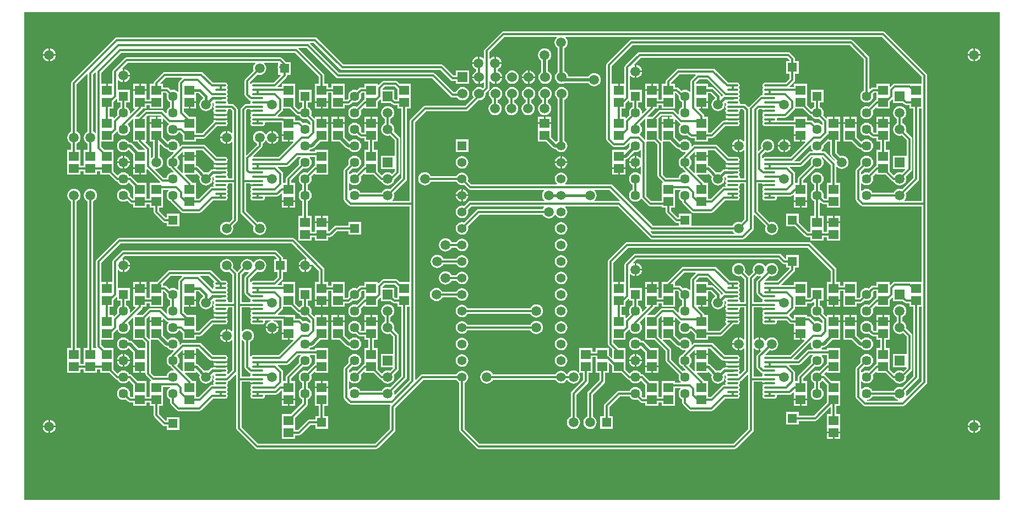
<source format=gbl>
G04*
G04 #@! TF.GenerationSoftware,Altium Limited,Altium Designer,20.0.14 (345)*
G04*
G04 Layer_Physical_Order=2*
G04 Layer_Color=16776960*
%FSLAX25Y25*%
%MOIN*%
G70*
G01*
G75*
%ADD21C,0.05567*%
%ADD22R,0.05567X0.05567*%
%ADD24C,0.01200*%
%ADD25C,0.02000*%
%ADD26C,0.01500*%
%ADD27C,0.05709*%
%ADD28R,0.05709X0.05709*%
%ADD30R,0.05937X0.05937*%
%ADD31C,0.05937*%
%ADD32C,0.06024*%
%ADD33R,0.06024X0.06024*%
%ADD34C,0.05906*%
%ADD35R,0.05906X0.05512*%
%ADD36O,0.06693X0.01378*%
%ADD37R,0.05709X0.05709*%
G36*
X590551Y0D02*
X-0D01*
X-0Y295276D01*
X590551D01*
X590551Y0D01*
D02*
G37*
%LPC*%
G36*
X575500Y273291D02*
Y269870D01*
X578921D01*
X578851Y270402D01*
X578453Y271363D01*
X577819Y272189D01*
X576993Y272823D01*
X576032Y273221D01*
X575500Y273291D01*
D02*
G37*
G36*
X574500D02*
X573968Y273221D01*
X573007Y272823D01*
X572181Y272189D01*
X571547Y271363D01*
X571149Y270402D01*
X571079Y269870D01*
X574500D01*
Y273291D01*
D02*
G37*
G36*
X15500D02*
Y269870D01*
X18921D01*
X18851Y270402D01*
X18453Y271363D01*
X17819Y272189D01*
X16993Y272823D01*
X16032Y273221D01*
X15500Y273291D01*
D02*
G37*
G36*
X14500D02*
X13968Y273221D01*
X13007Y272823D01*
X12181Y272189D01*
X11547Y271363D01*
X11149Y270402D01*
X11079Y269870D01*
X14500D01*
Y273291D01*
D02*
G37*
G36*
X578921Y268870D02*
X575500D01*
Y265449D01*
X576032Y265519D01*
X576993Y265917D01*
X577819Y266551D01*
X578453Y267377D01*
X578851Y268338D01*
X578921Y268870D01*
D02*
G37*
G36*
X574500D02*
X571079D01*
X571149Y268338D01*
X571547Y267377D01*
X572181Y266551D01*
X573007Y265917D01*
X573968Y265519D01*
X574500Y265449D01*
Y268870D01*
D02*
G37*
G36*
X18921D02*
X15500D01*
Y265449D01*
X16032Y265519D01*
X16993Y265917D01*
X17819Y266551D01*
X18453Y267377D01*
X18851Y268338D01*
X18921Y268870D01*
D02*
G37*
G36*
X14500D02*
X11079D01*
X11149Y268338D01*
X11547Y267377D01*
X12181Y266551D01*
X13007Y265917D01*
X13968Y265519D01*
X14500Y265449D01*
Y268870D01*
D02*
G37*
G36*
X274500Y268291D02*
X273968Y268221D01*
X273007Y267823D01*
X272181Y267189D01*
X271547Y266364D01*
X271149Y265402D01*
X271079Y264870D01*
X274500D01*
Y268291D01*
D02*
G37*
G36*
X60500Y260791D02*
Y257370D01*
X63921D01*
X63851Y257902D01*
X63453Y258863D01*
X62819Y259689D01*
X61993Y260323D01*
X61032Y260721D01*
X60500Y260791D01*
D02*
G37*
G36*
X63921Y256370D02*
X60500D01*
Y252949D01*
X61032Y253019D01*
X61993Y253417D01*
X62819Y254051D01*
X63453Y254877D01*
X63851Y255838D01*
X63921Y256370D01*
D02*
G37*
G36*
X274776Y255405D02*
X271295D01*
X271367Y254858D01*
X271771Y253882D01*
X272414Y253044D01*
X273252Y252401D01*
X274228Y251997D01*
X274776Y251925D01*
Y255405D01*
D02*
G37*
G36*
X290000Y283501D02*
X289376Y283377D01*
X288846Y283024D01*
X278847Y273024D01*
X278493Y272494D01*
X278369Y271870D01*
Y267251D01*
X277895Y267090D01*
X277819Y267189D01*
X276993Y267823D01*
X276032Y268221D01*
X275500Y268291D01*
Y264370D01*
X275000D01*
Y263870D01*
X271079D01*
X271149Y263338D01*
X271547Y262377D01*
X272181Y261551D01*
X273007Y260917D01*
X273644Y260653D01*
Y259572D01*
X273252Y259410D01*
X272414Y258767D01*
X271771Y257929D01*
X271367Y256953D01*
X271295Y256405D01*
X275276D01*
Y255906D01*
X275776D01*
Y251925D01*
X276323Y251997D01*
X277299Y252401D01*
X277869Y252838D01*
X278369Y252592D01*
Y250046D01*
X277544Y249221D01*
X277299Y249410D01*
X276323Y249814D01*
X275276Y249952D01*
X274228Y249814D01*
X273252Y249410D01*
X272414Y248767D01*
X271771Y247929D01*
X271367Y246953D01*
X271229Y245905D01*
X271367Y244858D01*
X271771Y243882D01*
X271960Y243637D01*
X266824Y238501D01*
X242500D01*
X241876Y238377D01*
X241347Y238024D01*
X233846Y230524D01*
X233493Y229994D01*
X233369Y229370D01*
Y181001D01*
X222907D01*
X222746Y181475D01*
X222830Y181540D01*
X223466Y182369D01*
X223866Y183334D01*
X224003Y184370D01*
X223866Y185406D01*
X223713Y185776D01*
X231153Y193217D01*
X231507Y193746D01*
X231631Y194370D01*
X231631Y194370D01*
Y236874D01*
X233953D01*
Y244354D01*
Y251866D01*
X227311D01*
X226153Y253024D01*
X225624Y253377D01*
X225000Y253501D01*
X217500D01*
X216876Y253377D01*
X216347Y253024D01*
X214415Y251092D01*
X213953Y251283D01*
Y251866D01*
X206047D01*
Y249742D01*
X203740D01*
X203116Y249617D01*
X202587Y249264D01*
X201319Y247996D01*
X201006Y248125D01*
X200000Y248258D01*
X198994Y248125D01*
X198056Y247737D01*
X197251Y247119D01*
X196633Y246314D01*
X196245Y245376D01*
X196112Y244370D01*
X196245Y243364D01*
X196374Y243052D01*
X195584Y242261D01*
X193953D01*
Y244354D01*
Y251866D01*
X186047D01*
Y249742D01*
X183953D01*
Y251866D01*
X181631D01*
Y256870D01*
X181507Y257494D01*
X181154Y258024D01*
X165938Y273239D01*
X166146Y273739D01*
X170824D01*
X188847Y255716D01*
X189376Y255363D01*
X190000Y255239D01*
X246824D01*
X257941Y244122D01*
X258470Y243768D01*
X259095Y243644D01*
X259095Y243644D01*
X261954D01*
X262414Y243044D01*
X263252Y242401D01*
X264228Y241997D01*
X265276Y241859D01*
X266323Y241997D01*
X267299Y242401D01*
X268137Y243044D01*
X268780Y243882D01*
X269184Y244858D01*
X269322Y245905D01*
X269184Y246953D01*
X268780Y247929D01*
X268137Y248767D01*
X267299Y249410D01*
X266323Y249814D01*
X265276Y249952D01*
X264228Y249814D01*
X263252Y249410D01*
X262414Y248767D01*
X261771Y247929D01*
X261367Y246953D01*
X261361Y246907D01*
X259770D01*
X248654Y258024D01*
X248124Y258377D01*
X247500Y258501D01*
X190676D01*
X172938Y276239D01*
X173145Y276739D01*
X175324D01*
X191347Y260717D01*
X191876Y260363D01*
X192500Y260239D01*
X251824D01*
X257941Y254122D01*
X258470Y253768D01*
X259095Y253644D01*
X261264D01*
Y251894D01*
X269287D01*
Y259917D01*
X261264D01*
Y256907D01*
X259770D01*
X253654Y263024D01*
X253124Y263377D01*
X252500Y263501D01*
X193176D01*
X177154Y279524D01*
X176624Y279877D01*
X176000Y280001D01*
X56000D01*
X55376Y279877D01*
X54847Y279524D01*
X28846Y253524D01*
X28493Y252994D01*
X28369Y252370D01*
Y222973D01*
X28007Y222823D01*
X27181Y222189D01*
X26547Y221363D01*
X26149Y220402D01*
X26013Y219370D01*
X26149Y218338D01*
X26547Y217377D01*
X27181Y216551D01*
X28007Y215917D01*
X28369Y215767D01*
Y211866D01*
X26047D01*
Y204354D01*
Y196874D01*
X33953D01*
Y198999D01*
X36047D01*
Y196874D01*
X43953D01*
Y198999D01*
X46047D01*
Y196874D01*
X51449D01*
X55106Y193217D01*
X55636Y192863D01*
X56260Y192739D01*
X56504D01*
X56633Y192426D01*
X57251Y191621D01*
X58056Y191003D01*
X58994Y190615D01*
X60000Y190482D01*
X61006Y190615D01*
X61944Y191003D01*
X62749Y191621D01*
X63064Y192032D01*
X63728Y192075D01*
X66047Y189756D01*
Y184354D01*
Y182571D01*
X65547Y182390D01*
X63850Y184087D01*
X63888Y184370D01*
X63755Y185376D01*
X63367Y186314D01*
X62749Y187119D01*
X61944Y187737D01*
X61006Y188125D01*
X60000Y188258D01*
X58994Y188125D01*
X58056Y187737D01*
X57251Y187119D01*
X56633Y186314D01*
X56245Y185376D01*
X56112Y184370D01*
X56245Y183364D01*
X56633Y182426D01*
X57251Y181621D01*
X58056Y181003D01*
X58994Y180615D01*
X60000Y180482D01*
X61006Y180615D01*
X61944Y181003D01*
X62156Y181167D01*
X63846Y179476D01*
X64376Y179123D01*
X65000Y178999D01*
X66047D01*
Y176874D01*
X73953D01*
Y178999D01*
X76047D01*
Y176874D01*
X78369D01*
Y174370D01*
X78493Y173746D01*
X78847Y173216D01*
X83846Y168217D01*
X84376Y167863D01*
X85000Y167739D01*
X86146D01*
Y165516D01*
X93854D01*
Y173224D01*
X86146D01*
Y171074D01*
X85646Y171031D01*
X81631Y175046D01*
Y176874D01*
X83953D01*
Y184354D01*
Y187739D01*
X87237D01*
X87407Y187239D01*
X87251Y187119D01*
X86633Y186314D01*
X86245Y185376D01*
X86112Y184370D01*
X86245Y183364D01*
X86633Y182426D01*
X87251Y181621D01*
X88056Y181003D01*
X88476Y180829D01*
X88493Y180746D01*
X88846Y180217D01*
X94846Y174216D01*
X95376Y173863D01*
X96000Y173739D01*
X106000D01*
X106624Y173863D01*
X107153Y174216D01*
X114160Y181223D01*
X115666D01*
X116122Y181132D01*
X121437D01*
X122096Y181263D01*
X122655Y181637D01*
X123028Y182195D01*
X123159Y182854D01*
X123028Y183513D01*
X122875Y183742D01*
X122685Y184134D01*
X122875Y184526D01*
X123028Y184754D01*
X123159Y185413D01*
X123028Y186072D01*
X122875Y186301D01*
X122685Y186693D01*
X122875Y187085D01*
X123028Y187313D01*
X123159Y187972D01*
X123028Y188631D01*
X122875Y188860D01*
X122685Y189252D01*
X122875Y189644D01*
X123028Y189873D01*
X123159Y190532D01*
X123074Y190959D01*
X123404Y191459D01*
X125869D01*
Y170046D01*
X123894Y168071D01*
X123532Y168221D01*
X122500Y168357D01*
X121468Y168221D01*
X120507Y167823D01*
X119681Y167189D01*
X119047Y166364D01*
X118649Y165402D01*
X118513Y164370D01*
X118649Y163338D01*
X119047Y162377D01*
X119681Y161551D01*
X120507Y160917D01*
X121468Y160519D01*
X122500Y160383D01*
X123532Y160519D01*
X124493Y160917D01*
X125319Y161551D01*
X125953Y162377D01*
X126351Y163338D01*
X126487Y164370D01*
X126351Y165402D01*
X126201Y165764D01*
X128654Y168217D01*
X129007Y168746D01*
X129131Y169370D01*
Y193091D01*
Y236240D01*
X129007Y236864D01*
X128654Y237394D01*
X126803Y239244D01*
X126274Y239598D01*
X125650Y239722D01*
X123404D01*
X123074Y240222D01*
X123159Y240650D01*
X123028Y241309D01*
X122875Y241537D01*
X122685Y241929D01*
X122875Y242321D01*
X123028Y242550D01*
X123159Y243209D01*
X123028Y243868D01*
X122655Y244426D01*
Y244550D01*
X123028Y245109D01*
X123159Y245768D01*
X123028Y246427D01*
X122875Y246655D01*
X122685Y247047D01*
X122875Y247439D01*
X123028Y247668D01*
X123159Y248327D01*
X123028Y248986D01*
X122875Y249214D01*
X122685Y249606D01*
X122875Y249998D01*
X123028Y250227D01*
X123159Y250886D01*
X123028Y251545D01*
X122655Y252103D01*
X122096Y252477D01*
X121437Y252608D01*
X116122D01*
X115666Y252517D01*
X114160D01*
X108153Y258524D01*
X107624Y258877D01*
X107000Y259001D01*
X85000D01*
X84376Y258877D01*
X83846Y258524D01*
X78847Y253524D01*
X78493Y252994D01*
X78369Y252370D01*
Y251866D01*
X76047D01*
Y244354D01*
Y242261D01*
X73953D01*
Y244354D01*
Y247610D01*
X70000D01*
X66047D01*
Y244354D01*
Y236874D01*
X66544D01*
X66735Y236412D01*
X64315Y233993D01*
X63867Y234214D01*
X63888Y234370D01*
X63755Y235376D01*
X63367Y236314D01*
X62749Y237119D01*
X61944Y237737D01*
X61631Y237866D01*
Y240516D01*
X63854D01*
Y248224D01*
X56631D01*
Y253989D01*
X57105Y254150D01*
X57181Y254051D01*
X58007Y253417D01*
X58968Y253019D01*
X59500Y252949D01*
Y256870D01*
Y260791D01*
X59425Y260781D01*
X59192Y261255D01*
X62546Y264609D01*
X139619D01*
X139780Y264135D01*
X139681Y264059D01*
X139047Y263234D01*
X138649Y262272D01*
X138513Y261240D01*
X138649Y260208D01*
X138799Y259846D01*
X133846Y254894D01*
X133493Y254364D01*
X133369Y253740D01*
Y245370D01*
X133493Y244746D01*
X133846Y244216D01*
X136008Y242055D01*
X136537Y241702D01*
X136834Y241642D01*
X136972Y241309D01*
X136841Y240650D01*
X136926Y240222D01*
X136596Y239722D01*
X134350D01*
X133726Y239598D01*
X133197Y239244D01*
X131346Y237394D01*
X130993Y236864D01*
X130869Y236240D01*
Y192945D01*
Y174370D01*
X130993Y173746D01*
X131346Y173216D01*
X138799Y165764D01*
X138649Y165402D01*
X138513Y164370D01*
X138649Y163338D01*
X139047Y162377D01*
X139681Y161551D01*
X140507Y160917D01*
X141468Y160519D01*
X142500Y160383D01*
X143532Y160519D01*
X144493Y160917D01*
X145319Y161551D01*
X145953Y162377D01*
X146351Y163338D01*
X146487Y164370D01*
X146351Y165402D01*
X145953Y166364D01*
X145319Y167189D01*
X144493Y167823D01*
X143532Y168221D01*
X142500Y168357D01*
X141468Y168221D01*
X141106Y168071D01*
X134131Y175046D01*
Y191459D01*
X136596D01*
X136878Y191032D01*
X141220D01*
Y190032D01*
X136940D01*
X136972Y189873D01*
X137125Y189644D01*
X137315Y189252D01*
X137125Y188860D01*
X136972Y188631D01*
X136841Y187972D01*
X136972Y187313D01*
X137345Y186755D01*
Y186631D01*
X136972Y186072D01*
X136841Y185413D01*
X136972Y184754D01*
X137125Y184526D01*
X137315Y184134D01*
X137125Y183742D01*
X136972Y183513D01*
X136841Y182854D01*
X136972Y182195D01*
X137345Y181637D01*
X137904Y181263D01*
X138563Y181132D01*
X143878D01*
X144537Y181263D01*
X145096Y181637D01*
X145469Y182195D01*
X145600Y182854D01*
X145515Y183282D01*
X145845Y183782D01*
X153043D01*
X153668Y183906D01*
X154197Y184260D01*
X155585Y185648D01*
X156047Y185457D01*
Y184354D01*
Y181130D01*
X163953D01*
Y184354D01*
Y191866D01*
X161631D01*
Y193694D01*
X168681Y200744D01*
X168994Y200615D01*
X170000Y200483D01*
X171006Y200615D01*
X171944Y201003D01*
X172749Y201621D01*
X173367Y202426D01*
X173755Y203364D01*
X173888Y204370D01*
X173755Y205376D01*
X173367Y206314D01*
X172749Y207119D01*
X172593Y207239D01*
X172763Y207739D01*
X176047D01*
Y204354D01*
Y202219D01*
X175636Y202137D01*
X175106Y201783D01*
X171319Y197996D01*
X171006Y198125D01*
X170000Y198258D01*
X168994Y198125D01*
X168056Y197737D01*
X167251Y197119D01*
X166633Y196314D01*
X166245Y195376D01*
X166112Y194370D01*
X166245Y193364D01*
X166633Y192426D01*
X167251Y191621D01*
X168056Y191003D01*
X168369Y190874D01*
Y187866D01*
X168056Y187737D01*
X167251Y187119D01*
X166633Y186314D01*
X166245Y185376D01*
X166112Y184370D01*
X166245Y183364D01*
X166633Y182426D01*
X167251Y181621D01*
X168056Y181003D01*
X168369Y180874D01*
Y171866D01*
X166047D01*
Y164354D01*
Y156874D01*
X173953D01*
Y158999D01*
X176047D01*
Y156874D01*
X183953D01*
Y158999D01*
X185000D01*
X185624Y159123D01*
X186153Y159476D01*
X189416Y162739D01*
X196146D01*
Y160516D01*
X203854D01*
Y168224D01*
X196146D01*
Y166001D01*
X188740D01*
X188116Y165877D01*
X187587Y165524D01*
X184453Y162390D01*
X183953Y162572D01*
Y164354D01*
Y167610D01*
X180000D01*
X176047D01*
Y164354D01*
Y162261D01*
X173953D01*
Y164354D01*
Y171866D01*
X171631D01*
Y180874D01*
X171944Y181003D01*
X172749Y181621D01*
X173367Y182426D01*
X173755Y183364D01*
X173888Y184370D01*
X173755Y185376D01*
X173367Y186314D01*
X172749Y187119D01*
X171944Y187737D01*
X171631Y187866D01*
Y190874D01*
X171944Y191003D01*
X172749Y191621D01*
X173367Y192426D01*
X173755Y193364D01*
X173888Y194370D01*
X173755Y195376D01*
X173626Y195689D01*
X175585Y197648D01*
X176047Y197457D01*
Y196874D01*
X183953D01*
Y204354D01*
Y211866D01*
X176047D01*
Y211001D01*
X172763D01*
X172593Y211501D01*
X172749Y211621D01*
X173294Y212331D01*
X173740D01*
X174521Y212486D01*
X175182Y212928D01*
X179128Y216874D01*
X183953D01*
Y224354D01*
Y227610D01*
X180000D01*
Y228110D01*
X179500D01*
Y231866D01*
X176047D01*
Y231283D01*
X175585Y231092D01*
X173626Y233051D01*
X173755Y233364D01*
X173888Y234370D01*
X173755Y235376D01*
X173367Y236314D01*
X172749Y237119D01*
X171944Y237737D01*
X171631Y237866D01*
Y240516D01*
X173854D01*
Y248224D01*
X166146D01*
Y240516D01*
X168369D01*
Y237866D01*
X168056Y237737D01*
X167251Y237119D01*
X166661Y236350D01*
X166604Y236310D01*
X166063Y236244D01*
X163953Y238354D01*
Y244354D01*
Y251866D01*
X156047D01*
Y249958D01*
X153548D01*
X153357Y250420D01*
X158653Y255716D01*
X159007Y256246D01*
X159131Y256870D01*
Y257386D01*
X161354D01*
Y265094D01*
X158453D01*
X156154Y267394D01*
X155624Y267747D01*
X155000Y267871D01*
X61870D01*
X61246Y267747D01*
X60716Y267394D01*
X53847Y260524D01*
X53493Y259994D01*
X53369Y259370D01*
Y251866D01*
X50500D01*
Y248110D01*
X49500D01*
Y251866D01*
X46631D01*
Y258694D01*
X58676Y270739D01*
X163824D01*
X178369Y256194D01*
Y251866D01*
X176047D01*
Y244354D01*
Y241130D01*
X183953D01*
Y244354D01*
Y246479D01*
X186047D01*
Y244354D01*
Y236874D01*
X193953D01*
Y238999D01*
X196260D01*
X196884Y239123D01*
X197413Y239476D01*
X198681Y240744D01*
X198994Y240615D01*
X200000Y240482D01*
X201006Y240615D01*
X201944Y241003D01*
X202749Y241621D01*
X203367Y242426D01*
X203755Y243364D01*
X203888Y244370D01*
X203755Y245376D01*
X203626Y245689D01*
X204416Y246479D01*
X206047D01*
Y242219D01*
X205636Y242137D01*
X205106Y241783D01*
X201319Y237996D01*
X201006Y238125D01*
X200000Y238258D01*
X198994Y238125D01*
X198056Y237737D01*
X197251Y237119D01*
X196633Y236314D01*
X196245Y235376D01*
X196112Y234370D01*
X196245Y233364D01*
X196633Y232426D01*
X197251Y231621D01*
X198056Y231003D01*
X198994Y230615D01*
X200000Y230483D01*
X201006Y230615D01*
X201944Y231003D01*
X202749Y231621D01*
X203367Y232426D01*
X203755Y233364D01*
X203888Y234370D01*
X203755Y235376D01*
X203626Y235689D01*
X205585Y237648D01*
X206047Y237457D01*
Y236874D01*
X213953D01*
Y241016D01*
X215570Y242633D01*
X216032Y242441D01*
Y240402D01*
X221661D01*
X222587Y239476D01*
X223116Y239123D01*
X223740Y238999D01*
X226047D01*
Y236874D01*
X228369D01*
Y195046D01*
X221406Y188083D01*
X221036Y188236D01*
X220000Y188373D01*
X218964Y188236D01*
X217999Y187837D01*
X217170Y187200D01*
X216533Y186372D01*
X216380Y186001D01*
X203496D01*
X203367Y186314D01*
X202749Y187119D01*
X201944Y187737D01*
X201006Y188125D01*
X200000Y188258D01*
X198994Y188125D01*
X198056Y187737D01*
X197251Y187119D01*
X197131Y186963D01*
X196631Y187133D01*
Y191607D01*
X197131Y191777D01*
X197251Y191621D01*
X198056Y191003D01*
X198994Y190615D01*
X200000Y190482D01*
X201006Y190615D01*
X201944Y191003D01*
X202749Y191621D01*
X203367Y192426D01*
X203755Y193364D01*
X203888Y194370D01*
X203755Y195376D01*
X203626Y195689D01*
X205585Y197648D01*
X206047Y197457D01*
Y196874D01*
X211449D01*
X215106Y193217D01*
X215636Y192863D01*
X216260Y192739D01*
X216380D01*
X216533Y192369D01*
X217170Y191540D01*
X217999Y190904D01*
X218964Y190504D01*
X220000Y190367D01*
X221036Y190504D01*
X222001Y190904D01*
X222830Y191540D01*
X223466Y192369D01*
X223866Y193334D01*
X223957Y194020D01*
X227153Y197216D01*
X227507Y197746D01*
X227631Y198370D01*
Y218370D01*
X227507Y218994D01*
X227153Y219524D01*
X223713Y222964D01*
X223866Y223334D01*
X224003Y224370D01*
X223866Y225406D01*
X223466Y226372D01*
X222830Y227200D01*
X222001Y227836D01*
X221631Y227990D01*
Y230750D01*
X222001Y230904D01*
X222830Y231540D01*
X223466Y232369D01*
X223866Y233334D01*
X224003Y234370D01*
X223866Y235406D01*
X223466Y236371D01*
X222830Y237200D01*
X222001Y237837D01*
X221036Y238236D01*
X220000Y238373D01*
X218964Y238236D01*
X217999Y237837D01*
X217170Y237200D01*
X216533Y236371D01*
X216134Y235406D01*
X215997Y234370D01*
X216134Y233334D01*
X216533Y232369D01*
X217170Y231540D01*
X217999Y230904D01*
X218369Y230750D01*
Y227990D01*
X217999Y227836D01*
X217170Y227200D01*
X216533Y226372D01*
X216134Y225406D01*
X215997Y224370D01*
X216134Y223334D01*
X216533Y222369D01*
X217170Y221540D01*
X217999Y220904D01*
X218964Y220504D01*
X220000Y220367D01*
X221036Y220504D01*
X221406Y220657D01*
X224369Y217694D01*
Y208580D01*
X223969Y208339D01*
X223869Y208339D01*
X216032D01*
Y200402D01*
X223869D01*
X223969Y200402D01*
X224369Y200161D01*
Y199046D01*
X222657Y197334D01*
X222001Y197837D01*
X221036Y198236D01*
X220000Y198373D01*
X218964Y198236D01*
X217999Y197837D01*
X217170Y197200D01*
X216778Y196690D01*
X216279Y196658D01*
X213953Y198984D01*
Y204354D01*
Y211866D01*
X211631D01*
Y216874D01*
X213953D01*
Y224354D01*
Y227610D01*
X210000D01*
X206047D01*
Y224354D01*
Y222261D01*
X204416D01*
X203626Y223052D01*
X203755Y223364D01*
X203888Y224370D01*
X203755Y225376D01*
X203367Y226314D01*
X202749Y227119D01*
X201944Y227737D01*
X201006Y228125D01*
X200000Y228258D01*
X198994Y228125D01*
X198056Y227737D01*
X197251Y227119D01*
X196633Y226314D01*
X196245Y225376D01*
X196112Y224370D01*
X196245Y223364D01*
X196633Y222426D01*
X197251Y221621D01*
X198056Y221003D01*
X198994Y220615D01*
X200000Y220482D01*
X201006Y220615D01*
X201319Y220744D01*
X202587Y219476D01*
X203116Y219123D01*
X203740Y218999D01*
X206047D01*
Y216874D01*
X208369D01*
Y211866D01*
X206047D01*
Y204354D01*
Y202219D01*
X205636Y202137D01*
X205106Y201783D01*
X201319Y197996D01*
X201006Y198125D01*
X200000Y198258D01*
X198994Y198125D01*
X198056Y197737D01*
X197251Y197119D01*
X197131Y196963D01*
X196631Y197133D01*
Y198694D01*
X198681Y200744D01*
X198994Y200615D01*
X200000Y200483D01*
X201006Y200615D01*
X201944Y201003D01*
X202749Y201621D01*
X203367Y202426D01*
X203755Y203364D01*
X203888Y204370D01*
X203755Y205376D01*
X203367Y206314D01*
X202749Y207119D01*
X201944Y207737D01*
X201006Y208125D01*
X200000Y208258D01*
X198994Y208125D01*
X198056Y207737D01*
X197251Y207119D01*
X196633Y206314D01*
X196245Y205376D01*
X196112Y204370D01*
X196245Y203364D01*
X196374Y203051D01*
X193846Y200524D01*
X193493Y199994D01*
X193369Y199370D01*
Y181870D01*
X193493Y181246D01*
X193846Y180717D01*
X196346Y178217D01*
X196876Y177863D01*
X197500Y177739D01*
X233369D01*
Y131866D01*
X227311D01*
X226153Y133024D01*
X225624Y133377D01*
X225000Y133501D01*
X217500D01*
X216876Y133377D01*
X216347Y133024D01*
X214415Y131092D01*
X213953Y131283D01*
Y131866D01*
X206047D01*
Y129742D01*
X203740D01*
X203116Y129617D01*
X202587Y129264D01*
X201319Y127996D01*
X201006Y128125D01*
X200000Y128258D01*
X198994Y128125D01*
X198056Y127737D01*
X197251Y127119D01*
X196633Y126314D01*
X196245Y125376D01*
X196112Y124370D01*
X196245Y123364D01*
X196374Y123052D01*
X195584Y122261D01*
X193953D01*
Y124354D01*
Y131866D01*
X186047D01*
Y129742D01*
X183953D01*
Y131866D01*
X181631D01*
Y139370D01*
X181507Y139994D01*
X181154Y140524D01*
X163654Y158024D01*
X163124Y158377D01*
X162500Y158501D01*
X57500D01*
X56876Y158377D01*
X56346Y158024D01*
X43846Y145524D01*
X43493Y144994D01*
X43369Y144370D01*
Y93110D01*
X43493Y92486D01*
X43573Y92366D01*
X43306Y91866D01*
X41631D01*
Y180767D01*
X41993Y180917D01*
X42819Y181551D01*
X43453Y182377D01*
X43851Y183338D01*
X43987Y184370D01*
X43851Y185402D01*
X43453Y186363D01*
X42819Y187189D01*
X41993Y187823D01*
X41032Y188221D01*
X40000Y188357D01*
X38968Y188221D01*
X38007Y187823D01*
X37181Y187189D01*
X36547Y186363D01*
X36149Y185402D01*
X36013Y184370D01*
X36149Y183338D01*
X36547Y182377D01*
X37181Y181551D01*
X38007Y180917D01*
X38369Y180767D01*
Y91866D01*
X36047D01*
Y84354D01*
Y82261D01*
X33953D01*
Y84354D01*
Y91866D01*
X31631D01*
Y180767D01*
X31993Y180917D01*
X32819Y181551D01*
X33453Y182377D01*
X33851Y183338D01*
X33987Y184370D01*
X33851Y185402D01*
X33453Y186363D01*
X32819Y187189D01*
X31993Y187823D01*
X31032Y188221D01*
X30000Y188357D01*
X28968Y188221D01*
X28007Y187823D01*
X27181Y187189D01*
X26547Y186363D01*
X26149Y185402D01*
X26013Y184370D01*
X26149Y183338D01*
X26547Y182377D01*
X27181Y181551D01*
X28007Y180917D01*
X28369Y180767D01*
Y91866D01*
X26047D01*
Y84354D01*
Y76874D01*
X33953D01*
Y78999D01*
X36047D01*
Y76874D01*
X43953D01*
Y78999D01*
X46047D01*
Y76874D01*
X51449D01*
X55106Y73216D01*
X55636Y72863D01*
X56260Y72739D01*
X56504D01*
X56633Y72426D01*
X57251Y71621D01*
X58056Y71003D01*
X58994Y70615D01*
X60000Y70482D01*
X61006Y70615D01*
X61944Y71003D01*
X62749Y71621D01*
X63064Y72032D01*
X63728Y72075D01*
X66047Y69756D01*
Y64354D01*
Y62261D01*
X64416D01*
X63626Y63051D01*
X63755Y63364D01*
X63888Y64370D01*
X63755Y65376D01*
X63367Y66314D01*
X62749Y67119D01*
X61944Y67737D01*
X61006Y68125D01*
X60000Y68258D01*
X58994Y68125D01*
X58056Y67737D01*
X57251Y67119D01*
X56633Y66314D01*
X56245Y65376D01*
X56112Y64370D01*
X56245Y63364D01*
X56633Y62426D01*
X57251Y61621D01*
X58056Y61003D01*
X58994Y60615D01*
X60000Y60483D01*
X61006Y60615D01*
X61319Y60744D01*
X62587Y59476D01*
X63116Y59123D01*
X63740Y58999D01*
X66047D01*
Y56874D01*
X73953D01*
Y58999D01*
X76047D01*
Y56874D01*
X78369D01*
Y51240D01*
X78493Y50616D01*
X78847Y50087D01*
X83846Y45087D01*
X84376Y44733D01*
X85000Y44609D01*
X86146D01*
Y42386D01*
X93854D01*
Y50094D01*
X86146D01*
Y47944D01*
X85646Y47902D01*
X81631Y51916D01*
Y56874D01*
X83953D01*
Y64354D01*
Y68284D01*
X88072D01*
X88171Y67784D01*
X88056Y67737D01*
X87251Y67119D01*
X86633Y66314D01*
X86245Y65376D01*
X86112Y64370D01*
X86245Y63364D01*
X86633Y62426D01*
X87251Y61621D01*
X88056Y61003D01*
X88369Y60874D01*
Y58740D01*
X88493Y58116D01*
X88846Y57587D01*
X92216Y54216D01*
X92746Y53863D01*
X93370Y53739D01*
X106000D01*
X106624Y53863D01*
X107153Y54216D01*
X114160Y61223D01*
X115666D01*
X116122Y61132D01*
X121437D01*
X122096Y61263D01*
X122655Y61637D01*
X123028Y62195D01*
X123159Y62854D01*
X123028Y63513D01*
X122875Y63742D01*
X122685Y64134D01*
X122875Y64526D01*
X123028Y64754D01*
X123159Y65413D01*
X123028Y66072D01*
X122875Y66301D01*
X122685Y66693D01*
X122875Y67085D01*
X123028Y67313D01*
X123159Y67972D01*
X123028Y68631D01*
X122875Y68860D01*
X122685Y69252D01*
X122875Y69644D01*
X123028Y69872D01*
X123159Y70531D01*
X123028Y71191D01*
X123112Y71394D01*
X123360Y71594D01*
X123874Y71937D01*
X127907Y75970D01*
X128369Y75778D01*
Y73370D01*
Y43370D01*
X128493Y42746D01*
X128847Y42217D01*
X139847Y31216D01*
X140376Y30863D01*
X141000Y30739D01*
X213000D01*
X213624Y30863D01*
X214154Y31216D01*
X224153Y41216D01*
X224507Y41746D01*
X224631Y42370D01*
X224631Y42370D01*
Y55694D01*
X241676Y72739D01*
X261580D01*
X261695Y72462D01*
X262302Y71672D01*
X263092Y71065D01*
X263369Y70951D01*
Y42370D01*
X263493Y41746D01*
X263846Y41217D01*
X273847Y31216D01*
X274376Y30863D01*
X275000Y30739D01*
X430000D01*
X430624Y30863D01*
X431153Y31216D01*
X441153Y41216D01*
X441507Y41746D01*
X441631Y42370D01*
X441631Y42370D01*
Y71459D01*
X446596D01*
X446878Y71031D01*
X451221D01*
Y70031D01*
X446940D01*
X446972Y69872D01*
X447345Y69314D01*
Y69190D01*
X446972Y68631D01*
X446841Y67972D01*
X446972Y67313D01*
X447345Y66755D01*
Y66631D01*
X446972Y66072D01*
X446841Y65413D01*
X446972Y64754D01*
X447345Y64196D01*
Y64072D01*
X446972Y63513D01*
X446841Y62854D01*
X446972Y62195D01*
X447345Y61637D01*
X447904Y61263D01*
X448563Y61132D01*
X453878D01*
X454537Y61263D01*
X455096Y61637D01*
X455469Y62195D01*
X455600Y62854D01*
X455548Y63115D01*
X455865Y63502D01*
X463263D01*
X463887Y63626D01*
X464417Y63980D01*
X465585Y65148D01*
X466047Y64957D01*
Y61130D01*
X473953D01*
Y64354D01*
Y71866D01*
X471631D01*
Y73694D01*
X478681Y80744D01*
X478994Y80615D01*
X480000Y80483D01*
X481006Y80615D01*
X481944Y81003D01*
X482749Y81621D01*
X483367Y82426D01*
X483755Y83364D01*
X483888Y84370D01*
X483755Y85376D01*
X483367Y86314D01*
X482749Y87119D01*
X482593Y87239D01*
X482763Y87739D01*
X486047D01*
Y84354D01*
Y82219D01*
X485636Y82137D01*
X485106Y81783D01*
X481319Y77996D01*
X481006Y78125D01*
X480000Y78258D01*
X478994Y78125D01*
X478056Y77737D01*
X477251Y77119D01*
X476633Y76314D01*
X476245Y75376D01*
X476112Y74370D01*
X476245Y73364D01*
X476633Y72426D01*
X477251Y71621D01*
X478056Y71003D01*
X478369Y70874D01*
Y67866D01*
X478056Y67737D01*
X477251Y67119D01*
X476633Y66314D01*
X476245Y65376D01*
X476112Y64370D01*
X476245Y63364D01*
X476633Y62426D01*
X477251Y61621D01*
X478056Y61003D01*
X478994Y60615D01*
X480000Y60483D01*
X481006Y60615D01*
X481944Y61003D01*
X482749Y61621D01*
X483367Y62426D01*
X483755Y63364D01*
X483888Y64370D01*
X483755Y65376D01*
X483367Y66314D01*
X482749Y67119D01*
X481944Y67737D01*
X481631Y67866D01*
Y70874D01*
X481944Y71003D01*
X482749Y71621D01*
X483064Y72032D01*
X483728Y72075D01*
X486047Y69756D01*
Y64354D01*
Y58984D01*
X478064Y51002D01*
X468854D01*
Y53224D01*
X461146D01*
Y45516D01*
X468854D01*
Y47739D01*
X478740D01*
X479364Y47863D01*
X479894Y48217D01*
X487907Y56230D01*
X488369Y56038D01*
Y51866D01*
X486047D01*
Y44354D01*
Y41130D01*
X493953D01*
Y44354D01*
Y51866D01*
X491631D01*
Y56874D01*
X493953D01*
Y64354D01*
Y71866D01*
X488551D01*
X484894Y75524D01*
X484458Y75814D01*
X484298Y76361D01*
X485585Y77648D01*
X486047Y77457D01*
Y76874D01*
X493953D01*
Y84354D01*
Y91866D01*
X486047D01*
Y91001D01*
X482763D01*
X482593Y91501D01*
X482749Y91621D01*
X483294Y92331D01*
X483740D01*
X484520Y92486D01*
X485182Y92928D01*
X489128Y96874D01*
X493953D01*
Y104354D01*
Y107610D01*
X490000D01*
Y108110D01*
X489500D01*
Y111866D01*
X486047D01*
Y111283D01*
X485585Y111092D01*
X483626Y113051D01*
X483755Y113364D01*
X483888Y114370D01*
X483755Y115376D01*
X483367Y116314D01*
X482749Y117119D01*
X481944Y117737D01*
X481631Y117866D01*
Y120516D01*
X483854D01*
Y128224D01*
X476146D01*
Y122823D01*
X475584Y122261D01*
X473953D01*
Y124354D01*
Y131866D01*
X466047D01*
Y129958D01*
X458548D01*
X458357Y130420D01*
X466153Y138216D01*
X466507Y138746D01*
X466631Y139370D01*
Y140516D01*
X468854D01*
Y148224D01*
X461146D01*
Y146074D01*
X460646Y146031D01*
X458153Y148524D01*
X457624Y148877D01*
X457000Y149001D01*
X370000D01*
X369376Y148877D01*
X368847Y148524D01*
X363846Y143524D01*
X363493Y142994D01*
X363369Y142370D01*
Y131866D01*
X360500D01*
Y128110D01*
X359500D01*
Y131866D01*
X356631D01*
Y143694D01*
X365676Y152739D01*
X474324D01*
X488369Y138694D01*
Y131866D01*
X486047D01*
Y124354D01*
Y121130D01*
X493953D01*
Y124354D01*
Y126479D01*
X496047D01*
Y124354D01*
Y116874D01*
X503953D01*
Y118999D01*
X506260D01*
X506884Y119123D01*
X507413Y119476D01*
X508681Y120744D01*
X508994Y120615D01*
X510000Y120483D01*
X511006Y120615D01*
X511944Y121003D01*
X512749Y121621D01*
X513367Y122426D01*
X513755Y123364D01*
X513888Y124370D01*
X513755Y125376D01*
X513626Y125689D01*
X514416Y126479D01*
X516047D01*
Y122219D01*
X515635Y122137D01*
X515106Y121783D01*
X511319Y117996D01*
X511006Y118125D01*
X510000Y118258D01*
X508994Y118125D01*
X508056Y117737D01*
X507251Y117119D01*
X506633Y116314D01*
X506245Y115376D01*
X506112Y114370D01*
X506245Y113364D01*
X506633Y112426D01*
X507251Y111621D01*
X508056Y111003D01*
X508994Y110615D01*
X510000Y110483D01*
X511006Y110615D01*
X511944Y111003D01*
X512749Y111621D01*
X513367Y112426D01*
X513755Y113364D01*
X513888Y114370D01*
X513755Y115376D01*
X513626Y115689D01*
X515585Y117648D01*
X516047Y117457D01*
Y116874D01*
X523953D01*
Y121016D01*
X525570Y122633D01*
X526031Y122441D01*
Y120402D01*
X531661D01*
X532587Y119476D01*
X533116Y119123D01*
X533740Y118999D01*
X536047D01*
Y116874D01*
X538369D01*
Y75046D01*
X531406Y68083D01*
X531036Y68236D01*
X530000Y68373D01*
X528964Y68236D01*
X527999Y67836D01*
X527170Y67200D01*
X526534Y66372D01*
X526380Y66001D01*
X513496D01*
X513367Y66314D01*
X512749Y67119D01*
X511944Y67737D01*
X511006Y68125D01*
X510000Y68258D01*
X508994Y68125D01*
X508056Y67737D01*
X507251Y67119D01*
X507131Y66963D01*
X506631Y67133D01*
Y71607D01*
X507131Y71777D01*
X507251Y71621D01*
X508056Y71003D01*
X508994Y70615D01*
X510000Y70482D01*
X511006Y70615D01*
X511944Y71003D01*
X512749Y71621D01*
X513367Y72426D01*
X513755Y73364D01*
X513888Y74370D01*
X513755Y75376D01*
X513626Y75689D01*
X515585Y77648D01*
X516047Y77457D01*
Y76874D01*
X521449D01*
X525106Y73216D01*
X525635Y72863D01*
X526260Y72739D01*
X526380D01*
X526534Y72369D01*
X527170Y71540D01*
X527999Y70904D01*
X528964Y70504D01*
X530000Y70367D01*
X531036Y70504D01*
X532001Y70904D01*
X532830Y71540D01*
X533466Y72369D01*
X533866Y73334D01*
X534003Y74370D01*
X533922Y74985D01*
X537153Y78216D01*
X537507Y78746D01*
X537631Y79370D01*
Y99370D01*
X537507Y99994D01*
X537153Y100524D01*
X533922Y103755D01*
X534003Y104370D01*
X533866Y105406D01*
X533466Y106371D01*
X532830Y107200D01*
X532001Y107837D01*
X531631Y107990D01*
Y110750D01*
X532001Y110904D01*
X532830Y111540D01*
X533466Y112369D01*
X533866Y113334D01*
X534003Y114370D01*
X533866Y115406D01*
X533466Y116372D01*
X532830Y117200D01*
X532001Y117837D01*
X531036Y118236D01*
X530000Y118373D01*
X528964Y118236D01*
X527999Y117837D01*
X527170Y117200D01*
X526534Y116372D01*
X526134Y115406D01*
X525997Y114370D01*
X526134Y113334D01*
X526534Y112369D01*
X527170Y111540D01*
X527999Y110904D01*
X528369Y110750D01*
Y107990D01*
X527999Y107837D01*
X527170Y107200D01*
X526534Y106371D01*
X526134Y105406D01*
X525997Y104370D01*
X526134Y103334D01*
X526534Y102369D01*
X527170Y101540D01*
X527999Y100904D01*
X528964Y100504D01*
X530000Y100367D01*
X531036Y100504D01*
X532001Y100904D01*
X532091Y100972D01*
X534369Y98694D01*
Y88580D01*
X533968Y88339D01*
X533869Y88339D01*
X526031D01*
Y80402D01*
X533869D01*
X533968Y80402D01*
X533999Y80383D01*
X534076Y79753D01*
X532091Y77768D01*
X532001Y77837D01*
X531036Y78236D01*
X530000Y78373D01*
X528964Y78236D01*
X527999Y77837D01*
X527170Y77200D01*
X526778Y76690D01*
X526279Y76658D01*
X523953Y78984D01*
Y84354D01*
Y91866D01*
X521631D01*
Y96874D01*
X523953D01*
Y104354D01*
Y107610D01*
X520000D01*
Y108110D01*
D01*
Y107610D01*
X516047D01*
Y104354D01*
Y102261D01*
X514416D01*
X513626Y103051D01*
X513755Y103364D01*
X513888Y104370D01*
X513755Y105376D01*
X513367Y106314D01*
X512749Y107119D01*
X511944Y107737D01*
X511006Y108125D01*
X510000Y108258D01*
X508994Y108125D01*
X508056Y107737D01*
X507251Y107119D01*
X506633Y106314D01*
X506245Y105376D01*
X506112Y104370D01*
X506245Y103364D01*
X506633Y102426D01*
X507251Y101621D01*
X508056Y101003D01*
X508994Y100615D01*
X510000Y100482D01*
X511006Y100615D01*
X511319Y100744D01*
X512587Y99476D01*
X513116Y99123D01*
X513740Y98999D01*
X516047D01*
Y96874D01*
X518369D01*
Y91866D01*
X516047D01*
Y84354D01*
Y82219D01*
X515635Y82137D01*
X515106Y81783D01*
X511319Y77996D01*
X511006Y78125D01*
X510000Y78258D01*
X508994Y78125D01*
X508056Y77737D01*
X507251Y77119D01*
X507131Y76963D01*
X506631Y77133D01*
Y78694D01*
X508681Y80744D01*
X508994Y80615D01*
X510000Y80483D01*
X511006Y80615D01*
X511944Y81003D01*
X512749Y81621D01*
X513367Y82426D01*
X513755Y83364D01*
X513888Y84370D01*
X513755Y85376D01*
X513367Y86314D01*
X512749Y87119D01*
X511944Y87737D01*
X511006Y88125D01*
X510000Y88258D01*
X508994Y88125D01*
X508056Y87737D01*
X507251Y87119D01*
X506633Y86314D01*
X506245Y85376D01*
X506112Y84370D01*
X506245Y83364D01*
X506374Y83052D01*
X503847Y80524D01*
X503493Y79994D01*
X503369Y79370D01*
Y62370D01*
X503493Y61746D01*
X503847Y61216D01*
X507846Y57217D01*
X508376Y56863D01*
X509000Y56739D01*
X532000D01*
X532624Y56863D01*
X533153Y57217D01*
X546153Y70217D01*
X546507Y70746D01*
X546631Y71370D01*
Y179370D01*
Y256870D01*
X546507Y257494D01*
X546153Y258024D01*
X546153Y258024D01*
X521153Y283024D01*
X520624Y283377D01*
X520000Y283501D01*
X290000D01*
X290000Y283501D01*
D02*
G37*
G36*
X73953Y251866D02*
X70500D01*
Y248610D01*
X73953D01*
Y251866D01*
D02*
G37*
G36*
X69500D02*
X66047D01*
Y248610D01*
X69500D01*
Y251866D01*
D02*
G37*
G36*
X183953Y240130D02*
X180500D01*
Y236874D01*
X183953D01*
Y240130D01*
D02*
G37*
G36*
X179500D02*
X176047D01*
Y236874D01*
X179500D01*
Y240130D01*
D02*
G37*
G36*
X213953Y231866D02*
X210500D01*
Y228610D01*
X213953D01*
Y231866D01*
D02*
G37*
G36*
X193953D02*
X190500D01*
Y228610D01*
X193953D01*
Y231866D01*
D02*
G37*
G36*
X183953D02*
X180500D01*
Y228610D01*
X183953D01*
Y231866D01*
D02*
G37*
G36*
X209500D02*
X206047D01*
Y228610D01*
X209500D01*
Y231866D01*
D02*
G37*
G36*
X189500D02*
X186047D01*
Y228610D01*
X189500D01*
Y231866D01*
D02*
G37*
G36*
X193953Y227610D02*
X190000D01*
X186047D01*
Y224354D01*
Y216874D01*
X190872D01*
X194818Y212928D01*
X194818Y212928D01*
X195480Y212486D01*
X196260Y212331D01*
X196706D01*
X197251Y211621D01*
X198056Y211003D01*
X198994Y210615D01*
X200000Y210483D01*
X201006Y210615D01*
X201944Y211003D01*
X202749Y211621D01*
X203367Y212426D01*
X203755Y213364D01*
X203888Y214370D01*
X203755Y215376D01*
X203367Y216314D01*
X202749Y217119D01*
X201944Y217737D01*
X201006Y218125D01*
X200000Y218258D01*
X198994Y218125D01*
X198056Y217737D01*
X197251Y217119D01*
X197110Y216935D01*
X196611Y216903D01*
X193953Y219561D01*
Y224354D01*
Y227610D01*
D02*
G37*
G36*
X163953Y180130D02*
X160500D01*
Y176874D01*
X163953D01*
Y180130D01*
D02*
G37*
G36*
X159500D02*
X156047D01*
Y176874D01*
X159500D01*
Y180130D01*
D02*
G37*
G36*
X183953Y171866D02*
X180500D01*
Y168610D01*
X183953D01*
Y171866D01*
D02*
G37*
G36*
X179500D02*
X176047D01*
Y168610D01*
X179500D01*
Y171866D01*
D02*
G37*
G36*
X493953Y120130D02*
X490500D01*
Y116874D01*
X493953D01*
Y120130D01*
D02*
G37*
G36*
X489500D02*
X486047D01*
Y116874D01*
X489500D01*
Y120130D01*
D02*
G37*
G36*
X523953Y111866D02*
X520500D01*
Y108610D01*
X523953D01*
Y111866D01*
D02*
G37*
G36*
X503953D02*
X500500D01*
Y108610D01*
X503953D01*
Y111866D01*
D02*
G37*
G36*
X493953D02*
X490500D01*
Y108610D01*
X493953D01*
Y111866D01*
D02*
G37*
G36*
X519500D02*
X516047D01*
Y108610D01*
X519500D01*
Y111866D01*
D02*
G37*
G36*
X499500D02*
X496047D01*
Y108610D01*
X499500D01*
Y111866D01*
D02*
G37*
G36*
X503953Y107610D02*
X500000D01*
X496047D01*
Y104354D01*
Y96874D01*
X500872D01*
X504818Y92928D01*
X504818Y92928D01*
X505479Y92486D01*
X506260Y92331D01*
X506706D01*
X507251Y91621D01*
X508056Y91003D01*
X508994Y90615D01*
X510000Y90482D01*
X511006Y90615D01*
X511944Y91003D01*
X512749Y91621D01*
X513367Y92426D01*
X513755Y93364D01*
X513888Y94370D01*
X513755Y95376D01*
X513367Y96314D01*
X512749Y97119D01*
X511944Y97737D01*
X511006Y98125D01*
X510000Y98258D01*
X508994Y98125D01*
X508056Y97737D01*
X507251Y97119D01*
X507110Y96935D01*
X506611Y96903D01*
X503953Y99561D01*
Y104354D01*
Y107610D01*
D02*
G37*
G36*
X473953Y60130D02*
X470500D01*
Y56874D01*
X473953D01*
Y60130D01*
D02*
G37*
G36*
X469500D02*
X466047D01*
Y56874D01*
X469500D01*
Y60130D01*
D02*
G37*
G36*
X575500Y48291D02*
Y44870D01*
X578921D01*
X578851Y45402D01*
X578453Y46363D01*
X577819Y47189D01*
X576993Y47823D01*
X576032Y48221D01*
X575500Y48291D01*
D02*
G37*
G36*
X574500D02*
X573968Y48221D01*
X573007Y47823D01*
X572181Y47189D01*
X571547Y46363D01*
X571149Y45402D01*
X571079Y44870D01*
X574500D01*
Y48291D01*
D02*
G37*
G36*
X15500D02*
Y44870D01*
X18921D01*
X18851Y45402D01*
X18453Y46363D01*
X17819Y47189D01*
X16993Y47823D01*
X16032Y48221D01*
X15500Y48291D01*
D02*
G37*
G36*
X14500D02*
X13968Y48221D01*
X13007Y47823D01*
X12181Y47189D01*
X11547Y46363D01*
X11149Y45402D01*
X11079Y44870D01*
X14500D01*
Y48291D01*
D02*
G37*
G36*
X578921Y43870D02*
X575500D01*
Y40449D01*
X576032Y40519D01*
X576993Y40917D01*
X577819Y41551D01*
X578453Y42377D01*
X578851Y43338D01*
X578921Y43870D01*
D02*
G37*
G36*
X574500D02*
X571079D01*
X571149Y43338D01*
X571547Y42377D01*
X572181Y41551D01*
X573007Y40917D01*
X573968Y40519D01*
X574500Y40449D01*
Y43870D01*
D02*
G37*
G36*
X18921D02*
X15500D01*
Y40449D01*
X16032Y40519D01*
X16993Y40917D01*
X17819Y41551D01*
X18453Y42377D01*
X18851Y43338D01*
X18921Y43870D01*
D02*
G37*
G36*
X14500D02*
X11079D01*
X11149Y43338D01*
X11547Y42377D01*
X12181Y41551D01*
X13007Y40917D01*
X13968Y40519D01*
X14500Y40449D01*
Y43870D01*
D02*
G37*
G36*
X493953Y40130D02*
X490500D01*
Y36874D01*
X493953D01*
Y40130D01*
D02*
G37*
G36*
X489500D02*
X486047D01*
Y36874D01*
X489500D01*
Y40130D01*
D02*
G37*
%LPD*%
G36*
X153646Y262723D02*
X153493Y262494D01*
X153369Y261870D01*
X153493Y261246D01*
X153646Y261017D01*
Y257386D01*
X155055D01*
X155247Y256924D01*
X150840Y252517D01*
X144334D01*
X143878Y252608D01*
X138563D01*
X137904Y252477D01*
X137345Y252103D01*
X137131Y251783D01*
X136631Y251935D01*
Y253064D01*
X141106Y257539D01*
X141468Y257389D01*
X142500Y257253D01*
X143532Y257389D01*
X144493Y257787D01*
X145319Y258421D01*
X145953Y259247D01*
X146351Y260208D01*
X146487Y261240D01*
X146351Y262272D01*
X145953Y263234D01*
X145319Y264059D01*
X145220Y264135D01*
X145381Y264609D01*
X153646D01*
Y262723D01*
D02*
G37*
G36*
X463339Y266224D02*
X463296Y265724D01*
X461146D01*
Y258016D01*
X463369D01*
Y255046D01*
X460840Y252517D01*
X454334D01*
X453878Y252608D01*
X448563D01*
X447904Y252477D01*
X447345Y252103D01*
X446972Y251545D01*
X446841Y250886D01*
X446972Y250227D01*
X447345Y249668D01*
Y249544D01*
X446972Y248986D01*
X446841Y248327D01*
X446972Y247668D01*
X447345Y247109D01*
Y246985D01*
X446972Y246427D01*
X446841Y245768D01*
X446926Y245340D01*
X446596Y244840D01*
X446339D01*
X445714Y244716D01*
X445185Y244362D01*
X438846Y238024D01*
X438736Y237858D01*
X438238Y237809D01*
X436803Y239244D01*
X436274Y239598D01*
X435650Y239722D01*
X433404D01*
X433074Y240222D01*
X433159Y240650D01*
X433028Y241309D01*
X432655Y241867D01*
Y241991D01*
X433028Y242550D01*
X433159Y243209D01*
X433028Y243868D01*
X432655Y244426D01*
Y244550D01*
X433028Y245109D01*
X433159Y245768D01*
X433028Y246427D01*
X432655Y246985D01*
Y247109D01*
X433028Y247668D01*
X433159Y248327D01*
X433028Y248986D01*
X432655Y249544D01*
Y249668D01*
X433028Y250227D01*
X433159Y250886D01*
X433028Y251545D01*
X432655Y252103D01*
X432096Y252477D01*
X431437Y252608D01*
X426122D01*
X426078Y252599D01*
X418153Y260524D01*
X417624Y260877D01*
X417000Y261001D01*
X396000D01*
X395376Y260877D01*
X394847Y260524D01*
X388846Y254524D01*
X388493Y253994D01*
X388369Y253370D01*
Y251866D01*
X386047D01*
Y244354D01*
Y242261D01*
X383953D01*
Y244354D01*
Y247610D01*
X380000D01*
X376047D01*
Y244354D01*
Y236874D01*
X376544D01*
X376735Y236412D01*
X374316Y233993D01*
X373867Y234214D01*
X373888Y234370D01*
X373755Y235376D01*
X373367Y236314D01*
X372749Y237119D01*
X371944Y237737D01*
X371631Y237866D01*
Y240516D01*
X373854D01*
Y248224D01*
X366631D01*
Y256489D01*
X367105Y256650D01*
X367181Y256551D01*
X368007Y255917D01*
X368968Y255519D01*
X369500Y255449D01*
Y259370D01*
Y263291D01*
X369425Y263281D01*
X369192Y263755D01*
X373176Y267739D01*
X461824D01*
X463339Y266224D01*
D02*
G37*
G36*
X543369Y256194D02*
Y251866D01*
X536641D01*
X536624Y251877D01*
X536000Y252001D01*
X527000D01*
X526376Y251877D01*
X525846Y251524D01*
X524415Y250092D01*
X523953Y250283D01*
Y251866D01*
X516047D01*
Y249742D01*
X513740D01*
X513116Y249617D01*
X512587Y249264D01*
X512093Y248770D01*
X511631Y248962D01*
Y267370D01*
X511507Y267994D01*
X511154Y268524D01*
X501653Y278024D01*
X501124Y278377D01*
X500500Y278501D01*
X367500D01*
X366876Y278377D01*
X366347Y278024D01*
X352847Y264524D01*
X352493Y263994D01*
X352369Y263370D01*
Y218370D01*
X352493Y217746D01*
X352847Y217216D01*
X355847Y214216D01*
X356376Y213863D01*
X357000Y213739D01*
X363000D01*
X363624Y213863D01*
X364154Y214216D01*
X365980Y216043D01*
X366404Y215759D01*
X366245Y215376D01*
X366112Y214370D01*
X366229Y213483D01*
X364415Y211669D01*
X363953Y211860D01*
Y211866D01*
X356047D01*
Y204354D01*
Y201130D01*
X363953D01*
Y204354D01*
Y206113D01*
X364521Y206226D01*
X365182Y206668D01*
X369113Y210599D01*
X370000Y210483D01*
X371006Y210615D01*
X371944Y211003D01*
X372749Y211621D01*
X372869Y211777D01*
X373369Y211607D01*
Y207133D01*
X372869Y206963D01*
X372749Y207119D01*
X371944Y207737D01*
X371006Y208125D01*
X370500Y208192D01*
Y204370D01*
Y200548D01*
X371006Y200615D01*
X371944Y201003D01*
X372749Y201621D01*
X372869Y201777D01*
X373369Y201607D01*
Y197133D01*
X372869Y196963D01*
X372749Y197119D01*
X371944Y197737D01*
X371006Y198125D01*
X370000Y198258D01*
X368994Y198125D01*
X368056Y197737D01*
X367251Y197119D01*
X366633Y196314D01*
X366245Y195376D01*
X366112Y194370D01*
X366245Y193364D01*
X366633Y192426D01*
X367251Y191621D01*
X368056Y191003D01*
X368369Y190874D01*
Y187866D01*
X368056Y187737D01*
X367251Y187119D01*
X366633Y186314D01*
X366245Y185376D01*
X366112Y184370D01*
X366245Y183364D01*
X366633Y182426D01*
X367251Y181621D01*
X368056Y181003D01*
X368994Y180615D01*
X370000Y180482D01*
X371006Y180615D01*
X371944Y181003D01*
X372749Y181621D01*
X373227Y182244D01*
X373805Y182278D01*
X373847Y182217D01*
X377847Y178217D01*
X378376Y177863D01*
X379000Y177739D01*
X386047D01*
Y176874D01*
X388369D01*
Y174370D01*
X388493Y173746D01*
X388846Y173216D01*
X393847Y168217D01*
X394376Y167863D01*
X395000Y167739D01*
X396146D01*
Y166001D01*
X380676D01*
X356153Y190524D01*
X355624Y190877D01*
X355000Y191001D01*
X327646D01*
X327477Y191501D01*
X327698Y191672D01*
X328305Y192462D01*
X328686Y193382D01*
X328816Y194370D01*
X328686Y195358D01*
X328305Y196278D01*
X327698Y197069D01*
X326908Y197675D01*
X325988Y198056D01*
X325000Y198186D01*
X324012Y198056D01*
X323092Y197675D01*
X322302Y197069D01*
X321695Y196278D01*
X321314Y195358D01*
X321184Y194370D01*
X321314Y193382D01*
X321695Y192462D01*
X322302Y191672D01*
X322523Y191501D01*
X322354Y191001D01*
X270676D01*
X268571Y193106D01*
X268686Y193382D01*
X268816Y194370D01*
X268686Y195358D01*
X268305Y196278D01*
X267698Y197069D01*
X266908Y197675D01*
X265988Y198056D01*
X265000Y198186D01*
X264012Y198056D01*
X263092Y197675D01*
X262302Y197069D01*
X261695Y196278D01*
X261580Y196001D01*
X246103D01*
X245953Y196363D01*
X245319Y197189D01*
X244493Y197823D01*
X243532Y198221D01*
X242500Y198357D01*
X241468Y198221D01*
X240507Y197823D01*
X239681Y197189D01*
X239047Y196363D01*
X238649Y195402D01*
X238513Y194370D01*
X238649Y193338D01*
X239047Y192377D01*
X239681Y191551D01*
X240507Y190917D01*
X241468Y190519D01*
X242500Y190383D01*
X243532Y190519D01*
X244493Y190917D01*
X245319Y191551D01*
X245953Y192377D01*
X246103Y192739D01*
X261580D01*
X261695Y192462D01*
X262302Y191672D01*
X263092Y191065D01*
X264012Y190684D01*
X265000Y190554D01*
X265988Y190684D01*
X266264Y190799D01*
X268847Y188216D01*
X269376Y187863D01*
X270000Y187739D01*
X314619D01*
X314780Y187265D01*
X314681Y187189D01*
X314047Y186363D01*
X313649Y185402D01*
X313513Y184370D01*
X313649Y183338D01*
X314047Y182377D01*
X314681Y181551D01*
X314780Y181475D01*
X314619Y181001D01*
X270000D01*
X269376Y180877D01*
X268847Y180524D01*
X266264Y177942D01*
X265988Y178056D01*
X265000Y178186D01*
X264012Y178056D01*
X263092Y177675D01*
X262302Y177068D01*
X261695Y176278D01*
X261314Y175358D01*
X261184Y174370D01*
X261314Y173382D01*
X261695Y172462D01*
X262302Y171672D01*
X263092Y171065D01*
X264012Y170684D01*
X265000Y170554D01*
X265988Y170684D01*
X266908Y171065D01*
X267698Y171672D01*
X268305Y172462D01*
X268686Y173382D01*
X268816Y174370D01*
X268686Y175358D01*
X268571Y175635D01*
X270676Y177739D01*
X314619D01*
X314780Y177265D01*
X314681Y177189D01*
X314047Y176364D01*
X313897Y176001D01*
X275000D01*
X275000Y176001D01*
X274376Y175877D01*
X273847Y175524D01*
X266264Y167942D01*
X265988Y168056D01*
X265000Y168186D01*
X264012Y168056D01*
X263092Y167675D01*
X262302Y167069D01*
X261695Y166278D01*
X261314Y165358D01*
X261184Y164370D01*
X261314Y163382D01*
X261695Y162462D01*
X262302Y161672D01*
X263092Y161065D01*
X264012Y160684D01*
X265000Y160554D01*
X265988Y160684D01*
X266908Y161065D01*
X267698Y161672D01*
X268305Y162462D01*
X268686Y163382D01*
X268816Y164370D01*
X268686Y165358D01*
X268571Y165635D01*
X275676Y172739D01*
X313897D01*
X314047Y172377D01*
X314681Y171551D01*
X315507Y170917D01*
X316468Y170519D01*
X317500Y170383D01*
X318532Y170519D01*
X319493Y170917D01*
X320319Y171551D01*
X320953Y172377D01*
X321092Y172712D01*
X321592D01*
X321695Y172462D01*
X322302Y171672D01*
X323092Y171065D01*
X324012Y170684D01*
X325000Y170554D01*
X325988Y170684D01*
X326908Y171065D01*
X327698Y171672D01*
X328305Y172462D01*
X328686Y173382D01*
X328816Y174370D01*
X328686Y175358D01*
X328305Y176278D01*
X327698Y177068D01*
X327477Y177239D01*
X327646Y177739D01*
X359324D01*
X378847Y158217D01*
X379376Y157863D01*
X380000Y157739D01*
X435000D01*
X435624Y157863D01*
X436154Y158217D01*
X441153Y163216D01*
X441507Y163746D01*
X441631Y164370D01*
Y172278D01*
X442093Y172470D01*
X448799Y165764D01*
X448649Y165402D01*
X448513Y164370D01*
X448649Y163338D01*
X449047Y162377D01*
X449681Y161551D01*
X450507Y160917D01*
X451468Y160519D01*
X452500Y160383D01*
X453532Y160519D01*
X454493Y160917D01*
X455319Y161551D01*
X455953Y162377D01*
X456351Y163338D01*
X456487Y164370D01*
X456351Y165402D01*
X455953Y166364D01*
X455319Y167189D01*
X454493Y167823D01*
X453532Y168221D01*
X452500Y168357D01*
X451468Y168221D01*
X451106Y168071D01*
X444131Y175046D01*
Y191459D01*
X446596D01*
X446878Y191032D01*
X451221D01*
Y190032D01*
X446940D01*
X446972Y189873D01*
X447345Y189314D01*
Y189190D01*
X446972Y188631D01*
X446841Y187972D01*
X446972Y187313D01*
X447345Y186755D01*
Y186631D01*
X446972Y186072D01*
X446841Y185413D01*
X446972Y184754D01*
X447345Y184196D01*
Y184072D01*
X446972Y183513D01*
X446841Y182854D01*
X446972Y182195D01*
X447345Y181637D01*
X447904Y181263D01*
X448563Y181132D01*
X453878D01*
X454537Y181263D01*
X455096Y181637D01*
X455469Y182195D01*
X455600Y182854D01*
X455523Y183239D01*
X455874Y183739D01*
X464000D01*
X464624Y183863D01*
X465154Y184216D01*
X465585Y184648D01*
X466047Y184457D01*
Y181130D01*
X473953D01*
Y184354D01*
Y191866D01*
X471631D01*
Y193694D01*
X478681Y200744D01*
X478994Y200615D01*
X480000Y200483D01*
X481006Y200615D01*
X481944Y201003D01*
X482749Y201621D01*
X483367Y202426D01*
X483755Y203364D01*
X483888Y204370D01*
X483755Y205376D01*
X483367Y206314D01*
X482749Y207119D01*
X482593Y207239D01*
X482763Y207739D01*
X483324D01*
X488369Y202694D01*
Y191866D01*
X486047D01*
Y184354D01*
Y182261D01*
X484416D01*
X483626Y183052D01*
X483755Y183364D01*
X483888Y184370D01*
X483755Y185376D01*
X483367Y186314D01*
X482749Y187119D01*
X481944Y187737D01*
X481631Y187866D01*
Y190874D01*
X481944Y191003D01*
X482749Y191621D01*
X483367Y192426D01*
X483755Y193364D01*
X483888Y194370D01*
X483755Y195376D01*
X483367Y196314D01*
X482749Y197119D01*
X481944Y197737D01*
X481006Y198125D01*
X480000Y198258D01*
X478994Y198125D01*
X478056Y197737D01*
X477251Y197119D01*
X476633Y196314D01*
X476245Y195376D01*
X476112Y194370D01*
X476245Y193364D01*
X476633Y192426D01*
X477251Y191621D01*
X478056Y191003D01*
X478369Y190874D01*
Y187866D01*
X478056Y187737D01*
X477251Y187119D01*
X476633Y186314D01*
X476245Y185376D01*
X476112Y184370D01*
X476245Y183364D01*
X476633Y182426D01*
X477251Y181621D01*
X478056Y181003D01*
X478369Y180874D01*
Y171866D01*
X476047D01*
Y164354D01*
Y162261D01*
X474416D01*
X468854Y167823D01*
Y173224D01*
X461146D01*
Y165516D01*
X466547D01*
X472587Y159476D01*
X473116Y159123D01*
X473740Y158999D01*
X476047D01*
Y156874D01*
X483953D01*
Y158999D01*
X486047D01*
Y156874D01*
X493953D01*
Y164354D01*
Y167610D01*
X490000D01*
X486047D01*
Y164354D01*
Y162261D01*
X483953D01*
Y164354D01*
Y171866D01*
X481631D01*
Y179778D01*
X482093Y179970D01*
X482587Y179476D01*
X483116Y179123D01*
X483740Y178999D01*
X486047D01*
Y176874D01*
X493953D01*
Y184354D01*
Y191866D01*
X491631D01*
Y201489D01*
X492105Y201650D01*
X492181Y201551D01*
X493007Y200917D01*
X493968Y200519D01*
X495000Y200383D01*
X496032Y200519D01*
X496993Y200917D01*
X497819Y201551D01*
X498453Y202377D01*
X498851Y203338D01*
X498987Y204370D01*
X498851Y205402D01*
X498453Y206364D01*
X497819Y207189D01*
X496993Y207823D01*
X496032Y208221D01*
X495000Y208357D01*
X494025Y208229D01*
X492039Y210215D01*
Y216874D01*
X493953D01*
Y224354D01*
Y227610D01*
X490000D01*
Y228110D01*
X489500D01*
Y231866D01*
X486047D01*
Y231283D01*
X485585Y231092D01*
X483626Y233051D01*
X483755Y233364D01*
X483888Y234370D01*
X483755Y235376D01*
X483367Y236314D01*
X482749Y237119D01*
X481944Y237737D01*
X481631Y237866D01*
Y240516D01*
X483854D01*
Y248224D01*
X476146D01*
Y240516D01*
X478369D01*
Y237866D01*
X478056Y237737D01*
X477251Y237119D01*
X476936Y236708D01*
X476272Y236665D01*
X473953Y238984D01*
Y244354D01*
Y251866D01*
X466047D01*
Y249958D01*
X463548D01*
X463357Y250420D01*
X466153Y253217D01*
X466507Y253746D01*
X466631Y254370D01*
Y258016D01*
X468854D01*
Y265724D01*
X466631D01*
Y266870D01*
X466507Y267494D01*
X466153Y268024D01*
X463654Y270524D01*
X463124Y270877D01*
X462500Y271001D01*
X372500D01*
X371876Y270877D01*
X371346Y270524D01*
X363846Y263024D01*
X363493Y262494D01*
X363369Y261870D01*
Y251866D01*
X360500D01*
Y248110D01*
X359500D01*
Y251866D01*
X356047D01*
X355631Y252069D01*
Y262694D01*
X368176Y275239D01*
X499824D01*
X508369Y266694D01*
Y247866D01*
X508056Y247737D01*
X507251Y247119D01*
X506633Y246314D01*
X506245Y245376D01*
X506112Y244370D01*
X506245Y243364D01*
X506633Y242426D01*
X507251Y241621D01*
X508056Y241003D01*
X508994Y240615D01*
X510000Y240482D01*
X511006Y240615D01*
X511944Y241003D01*
X512749Y241621D01*
X513367Y242426D01*
X513755Y243364D01*
X513888Y244370D01*
X513755Y245376D01*
X513626Y245689D01*
X514416Y246479D01*
X516047D01*
Y242219D01*
X515635Y242137D01*
X515106Y241783D01*
X511319Y237996D01*
X511006Y238125D01*
X510000Y238258D01*
X508994Y238125D01*
X508056Y237737D01*
X507251Y237119D01*
X506633Y236314D01*
X506245Y235376D01*
X506112Y234370D01*
X506245Y233364D01*
X506633Y232426D01*
X507251Y231621D01*
X508056Y231003D01*
X508994Y230615D01*
X510000Y230483D01*
X511006Y230615D01*
X511944Y231003D01*
X512749Y231621D01*
X513367Y232426D01*
X513755Y233364D01*
X513888Y234370D01*
X513755Y235376D01*
X513626Y235689D01*
X515585Y237648D01*
X516047Y237457D01*
Y236874D01*
X523953D01*
Y241016D01*
X525570Y242633D01*
X526031Y242441D01*
Y240402D01*
X531661D01*
X532587Y239476D01*
X533116Y239123D01*
X533740Y238999D01*
X536047D01*
Y236874D01*
X538369D01*
Y195046D01*
X531406Y188083D01*
X531036Y188236D01*
X530000Y188373D01*
X528964Y188236D01*
X527999Y187837D01*
X527170Y187200D01*
X526534Y186372D01*
X526380Y186001D01*
X513496D01*
X513367Y186314D01*
X512749Y187119D01*
X511944Y187737D01*
X511006Y188125D01*
X510000Y188258D01*
X508994Y188125D01*
X508056Y187737D01*
X507251Y187119D01*
X507131Y186963D01*
X506631Y187133D01*
Y191607D01*
X507131Y191777D01*
X507251Y191621D01*
X508056Y191003D01*
X508994Y190615D01*
X510000Y190482D01*
X511006Y190615D01*
X511944Y191003D01*
X512749Y191621D01*
X513367Y192426D01*
X513755Y193364D01*
X513888Y194370D01*
X513755Y195376D01*
X513626Y195689D01*
X515585Y197648D01*
X516047Y197457D01*
Y196874D01*
X521449D01*
X525106Y193217D01*
X525635Y192863D01*
X526260Y192739D01*
X526380D01*
X526534Y192369D01*
X527170Y191540D01*
X527999Y190904D01*
X528964Y190504D01*
X530000Y190367D01*
X531036Y190504D01*
X532001Y190904D01*
X532830Y191540D01*
X533466Y192369D01*
X533866Y193334D01*
X534003Y194370D01*
X533866Y195406D01*
X533713Y195776D01*
X537153Y199216D01*
X537507Y199746D01*
X537631Y200370D01*
Y218370D01*
X537507Y218994D01*
X537153Y219524D01*
X533713Y222964D01*
X533866Y223334D01*
X534003Y224370D01*
X533866Y225406D01*
X533466Y226372D01*
X532830Y227200D01*
X532001Y227836D01*
X531631Y227990D01*
Y230750D01*
X532001Y230904D01*
X532830Y231540D01*
X533466Y232369D01*
X533866Y233334D01*
X534003Y234370D01*
X533866Y235406D01*
X533466Y236371D01*
X532830Y237200D01*
X532001Y237837D01*
X531036Y238236D01*
X530000Y238373D01*
X528964Y238236D01*
X527999Y237837D01*
X527170Y237200D01*
X526534Y236371D01*
X526134Y235406D01*
X525997Y234370D01*
X526134Y233334D01*
X526534Y232369D01*
X527170Y231540D01*
X527999Y230904D01*
X528369Y230750D01*
Y227990D01*
X527999Y227836D01*
X527170Y227200D01*
X526534Y226372D01*
X526134Y225406D01*
X525997Y224370D01*
X526134Y223334D01*
X526534Y222369D01*
X527170Y221540D01*
X527999Y220904D01*
X528964Y220504D01*
X530000Y220367D01*
X531036Y220504D01*
X531406Y220657D01*
X534369Y217694D01*
Y208580D01*
X533968Y208339D01*
X526031D01*
Y200402D01*
X533071D01*
X533262Y199940D01*
X531406Y198083D01*
X531036Y198236D01*
X530000Y198373D01*
X528964Y198236D01*
X527999Y197837D01*
X527170Y197200D01*
X526778Y196690D01*
X526279Y196658D01*
X523953Y198984D01*
Y204354D01*
Y211866D01*
X521631D01*
Y216874D01*
X523953D01*
Y224354D01*
Y227610D01*
X520000D01*
X516047D01*
Y224354D01*
Y222261D01*
X514416D01*
X513626Y223052D01*
X513755Y223364D01*
X513888Y224370D01*
X513755Y225376D01*
X513367Y226314D01*
X512749Y227119D01*
X511944Y227737D01*
X511006Y228125D01*
X510000Y228258D01*
X508994Y228125D01*
X508056Y227737D01*
X507251Y227119D01*
X506633Y226314D01*
X506245Y225376D01*
X506112Y224370D01*
X506245Y223364D01*
X506633Y222426D01*
X507251Y221621D01*
X508056Y221003D01*
X508994Y220615D01*
X510000Y220482D01*
X511006Y220615D01*
X511319Y220744D01*
X512587Y219476D01*
X513116Y219123D01*
X513740Y218999D01*
X516047D01*
Y216874D01*
X518369D01*
Y211866D01*
X516047D01*
Y204354D01*
Y202219D01*
X515635Y202137D01*
X515106Y201783D01*
X511319Y197996D01*
X511006Y198125D01*
X510000Y198258D01*
X508994Y198125D01*
X508056Y197737D01*
X507251Y197119D01*
X507131Y196963D01*
X506631Y197133D01*
Y198694D01*
X508681Y200744D01*
X508994Y200615D01*
X510000Y200483D01*
X511006Y200615D01*
X511944Y201003D01*
X512749Y201621D01*
X513367Y202426D01*
X513755Y203364D01*
X513888Y204370D01*
X513755Y205376D01*
X513367Y206314D01*
X512749Y207119D01*
X511944Y207737D01*
X511006Y208125D01*
X510000Y208258D01*
X508994Y208125D01*
X508056Y207737D01*
X507251Y207119D01*
X506633Y206314D01*
X506245Y205376D01*
X506112Y204370D01*
X506245Y203364D01*
X506374Y203051D01*
X503847Y200524D01*
X503493Y199994D01*
X503369Y199370D01*
Y181870D01*
X503493Y181246D01*
X503847Y180717D01*
X506347Y178217D01*
X506876Y177863D01*
X507500Y177739D01*
X543369D01*
Y131866D01*
X536641D01*
X536624Y131877D01*
X536000Y132001D01*
X527000D01*
X526376Y131877D01*
X525846Y131524D01*
X524415Y130092D01*
X523953Y130283D01*
Y131866D01*
X516047D01*
Y129742D01*
X513740D01*
X513116Y129617D01*
X512587Y129264D01*
X511319Y127996D01*
X511006Y128125D01*
X510000Y128258D01*
X508994Y128125D01*
X508056Y127737D01*
X507251Y127119D01*
X506633Y126314D01*
X506245Y125376D01*
X506112Y124370D01*
X506245Y123364D01*
X506374Y123052D01*
X505584Y122261D01*
X503953D01*
Y124354D01*
Y131866D01*
X496047D01*
Y129742D01*
X493953D01*
Y131866D01*
X491631D01*
Y139370D01*
X491507Y139994D01*
X491153Y140524D01*
X476154Y155524D01*
X475624Y155877D01*
X475000Y156001D01*
X365000D01*
X365000Y156001D01*
X364376Y155877D01*
X363846Y155524D01*
X353847Y145524D01*
X353493Y144994D01*
X353369Y144370D01*
Y94370D01*
X353493Y93746D01*
X353847Y93217D01*
X356047Y91016D01*
Y86283D01*
X355585Y86092D01*
X353953Y87724D01*
Y91866D01*
X346047D01*
Y89742D01*
X343953D01*
Y91866D01*
X336047D01*
Y84354D01*
Y77333D01*
X336047Y77062D01*
X335547Y76892D01*
X335319Y77189D01*
X334493Y77823D01*
X333532Y78221D01*
X332500Y78357D01*
X331468Y78221D01*
X330507Y77823D01*
X329681Y77189D01*
X329047Y76363D01*
X328897Y76001D01*
X328419D01*
X328305Y76278D01*
X327698Y77069D01*
X326908Y77675D01*
X325988Y78056D01*
X325000Y78186D01*
X324012Y78056D01*
X323092Y77675D01*
X322302Y77069D01*
X321695Y76278D01*
X321581Y76001D01*
X283603D01*
X283453Y76363D01*
X282819Y77189D01*
X281993Y77823D01*
X281032Y78221D01*
X280000Y78357D01*
X278968Y78221D01*
X278007Y77823D01*
X277181Y77189D01*
X276547Y76363D01*
X276149Y75402D01*
X276013Y74370D01*
X276149Y73338D01*
X276547Y72377D01*
X277181Y71551D01*
X278007Y70917D01*
X278968Y70519D01*
X280000Y70383D01*
X281032Y70519D01*
X281993Y70917D01*
X282819Y71551D01*
X283453Y72377D01*
X283603Y72739D01*
X321581D01*
X321695Y72462D01*
X322302Y71672D01*
X323092Y71065D01*
X324012Y70684D01*
X325000Y70554D01*
X325988Y70684D01*
X326908Y71065D01*
X327698Y71672D01*
X328305Y72462D01*
X328419Y72739D01*
X328897D01*
X329047Y72377D01*
X329681Y71551D01*
X330507Y70917D01*
X331468Y70519D01*
X332500Y70383D01*
X333532Y70519D01*
X334493Y70917D01*
X335319Y71551D01*
X335953Y72377D01*
X336351Y73338D01*
X336487Y74370D01*
X336351Y75402D01*
X335953Y76363D01*
X335897Y76436D01*
X336191Y76874D01*
X336470Y76874D01*
X338369D01*
Y72546D01*
X331347Y65524D01*
X330993Y64994D01*
X330869Y64370D01*
Y50473D01*
X330507Y50323D01*
X329681Y49689D01*
X329047Y48864D01*
X328649Y47902D01*
X328513Y46870D01*
X328649Y45838D01*
X329047Y44877D01*
X329681Y44051D01*
X330507Y43417D01*
X331468Y43019D01*
X332500Y42883D01*
X333532Y43019D01*
X334493Y43417D01*
X335319Y44051D01*
X335953Y44877D01*
X336351Y45838D01*
X336487Y46870D01*
X336351Y47902D01*
X335953Y48864D01*
X335319Y49689D01*
X334493Y50323D01*
X334131Y50473D01*
Y63694D01*
X341154Y70717D01*
X341507Y71246D01*
X341631Y71870D01*
Y76874D01*
X343953D01*
Y84354D01*
Y86479D01*
X346047D01*
Y84354D01*
Y76874D01*
X348369D01*
Y72546D01*
X341347Y65524D01*
X340993Y64994D01*
X340869Y64370D01*
Y50473D01*
X340507Y50323D01*
X339681Y49689D01*
X339047Y48864D01*
X338649Y47902D01*
X338513Y46870D01*
X338649Y45838D01*
X339047Y44877D01*
X339681Y44051D01*
X340507Y43417D01*
X341468Y43019D01*
X342500Y42883D01*
X343532Y43019D01*
X344493Y43417D01*
X345319Y44051D01*
X345953Y44877D01*
X346351Y45838D01*
X346487Y46870D01*
X346351Y47902D01*
X345953Y48864D01*
X345319Y49689D01*
X344493Y50323D01*
X344131Y50473D01*
Y63694D01*
X351153Y70717D01*
X351507Y71246D01*
X351631Y71870D01*
Y76874D01*
X353953D01*
Y82457D01*
X354415Y82648D01*
X356047Y81016D01*
Y76874D01*
X361449D01*
X365106Y73216D01*
X365636Y72863D01*
X366260Y72739D01*
X366504D01*
X366633Y72426D01*
X367251Y71621D01*
X368056Y71003D01*
X368994Y70615D01*
X370000Y70482D01*
X371006Y70615D01*
X371944Y71003D01*
X372749Y71621D01*
X373064Y72032D01*
X373728Y72075D01*
X376047Y69756D01*
Y64354D01*
Y62001D01*
X374676D01*
X373626Y63051D01*
X373755Y63364D01*
X373888Y64370D01*
X373755Y65376D01*
X373367Y66314D01*
X372749Y67119D01*
X371944Y67737D01*
X371006Y68125D01*
X370000Y68258D01*
X368994Y68125D01*
X368056Y67737D01*
X367251Y67119D01*
X366633Y66314D01*
X366504Y66001D01*
X360000D01*
X359376Y65877D01*
X358846Y65524D01*
X351346Y58024D01*
X350993Y57494D01*
X350869Y56870D01*
Y50724D01*
X348646D01*
Y43016D01*
X356354D01*
Y50724D01*
X354131D01*
Y56194D01*
X360676Y62739D01*
X366504D01*
X366633Y62426D01*
X367251Y61621D01*
X368056Y61003D01*
X368994Y60615D01*
X370000Y60483D01*
X371006Y60615D01*
X371319Y60744D01*
X372847Y59216D01*
X373376Y58863D01*
X374000Y58739D01*
X376047D01*
Y56874D01*
X383953D01*
Y58999D01*
X386047D01*
Y56874D01*
X393953D01*
Y64354D01*
Y67739D01*
X397237D01*
X397407Y67239D01*
X397251Y67119D01*
X396633Y66314D01*
X396245Y65376D01*
X396112Y64370D01*
X396245Y63364D01*
X396633Y62426D01*
X397251Y61621D01*
X398056Y61003D01*
X398369Y60874D01*
Y58740D01*
X398493Y58116D01*
X398847Y57587D01*
X402216Y54216D01*
X402746Y53863D01*
X403370Y53739D01*
X416000D01*
X416624Y53863D01*
X417154Y54216D01*
X424160Y61223D01*
X425666D01*
X426122Y61132D01*
X431437D01*
X432096Y61263D01*
X432655Y61637D01*
X433028Y62195D01*
X433159Y62854D01*
X433028Y63513D01*
X432655Y64072D01*
Y64196D01*
X433028Y64754D01*
X433159Y65413D01*
X433028Y66072D01*
X432655Y66631D01*
Y66755D01*
X433028Y67313D01*
X433159Y67972D01*
X433028Y68631D01*
X432655Y69190D01*
Y69314D01*
X433028Y69872D01*
X433159Y70531D01*
X433028Y71191D01*
X433112Y71394D01*
X433360Y71594D01*
X433874Y71937D01*
X437907Y75970D01*
X438369Y75778D01*
Y73370D01*
Y43046D01*
X429324Y34001D01*
X275676D01*
X266631Y43046D01*
Y70951D01*
X266908Y71065D01*
X267698Y71672D01*
X268305Y72462D01*
X268686Y73382D01*
X268816Y74370D01*
X268686Y75358D01*
X268305Y76278D01*
X267698Y77069D01*
X266908Y77675D01*
X265988Y78056D01*
X265000Y78186D01*
X264012Y78056D01*
X263092Y77675D01*
X262302Y77069D01*
X261695Y76278D01*
X261580Y76001D01*
X241000D01*
X240376Y75877D01*
X239846Y75524D01*
X237093Y72771D01*
X236631Y72962D01*
Y179370D01*
Y228694D01*
X243176Y235239D01*
X267500D01*
X268124Y235363D01*
X268653Y235717D01*
X274852Y241915D01*
X275276Y241859D01*
X276323Y241997D01*
X277299Y242401D01*
X278137Y243044D01*
X278780Y243882D01*
X279184Y244858D01*
X279322Y245905D01*
X279266Y246329D01*
X281153Y248217D01*
X281507Y248746D01*
X281631Y249370D01*
Y253243D01*
X282131Y253413D01*
X282414Y253044D01*
X283252Y252401D01*
X284228Y251997D01*
X284776Y251925D01*
Y255906D01*
X285276D01*
Y256405D01*
X289256D01*
X289184Y256953D01*
X288780Y257929D01*
X288137Y258767D01*
X287299Y259410D01*
X286631Y259686D01*
Y260767D01*
X286993Y260917D01*
X287819Y261551D01*
X288453Y262377D01*
X288851Y263338D01*
X288921Y263870D01*
X285000D01*
Y264370D01*
X284500D01*
Y268291D01*
X283968Y268221D01*
X283007Y267823D01*
X282181Y267189D01*
X282105Y267090D01*
X281631Y267251D01*
Y271194D01*
X290676Y280239D01*
X322119D01*
X322280Y279765D01*
X322181Y279689D01*
X321547Y278864D01*
X321149Y277902D01*
X321013Y276870D01*
X321149Y275838D01*
X321547Y274877D01*
X322181Y274051D01*
X322961Y273452D01*
Y259186D01*
X322414Y258767D01*
X321771Y257929D01*
X321367Y256953D01*
X321229Y255906D01*
X321367Y254858D01*
X321771Y253882D01*
X322414Y253044D01*
X323252Y252401D01*
X324228Y251997D01*
X325276Y251859D01*
X326323Y251997D01*
X327129Y252331D01*
X341582D01*
X342181Y251551D01*
X343007Y250917D01*
X343968Y250519D01*
X345000Y250383D01*
X346032Y250519D01*
X346993Y250917D01*
X347819Y251551D01*
X348453Y252377D01*
X348851Y253338D01*
X348987Y254370D01*
X348851Y255402D01*
X348453Y256364D01*
X347819Y257189D01*
X346993Y257823D01*
X346032Y258221D01*
X345000Y258357D01*
X343968Y258221D01*
X343007Y257823D01*
X342181Y257189D01*
X341582Y256409D01*
X329256D01*
X329184Y256953D01*
X328780Y257929D01*
X328137Y258767D01*
X327299Y259410D01*
X327039Y259517D01*
Y273452D01*
X327819Y274051D01*
X328453Y274877D01*
X328851Y275838D01*
X328987Y276870D01*
X328851Y277902D01*
X328453Y278864D01*
X327819Y279689D01*
X327720Y279765D01*
X327881Y280239D01*
X519324D01*
X543369Y256194D01*
D02*
G37*
G36*
X406562Y257239D02*
X403847Y254524D01*
X403493Y253994D01*
X403369Y253370D01*
Y247133D01*
X402869Y246963D01*
X402749Y247119D01*
X401944Y247737D01*
X401006Y248125D01*
X400000Y248258D01*
X398994Y248125D01*
X398056Y247737D01*
X397844Y247574D01*
X396153Y249264D01*
X395624Y249617D01*
X395000Y249742D01*
X393953D01*
Y251866D01*
X391631D01*
Y252694D01*
X396676Y257739D01*
X406355D01*
X406562Y257239D01*
D02*
G37*
G36*
X95562Y255239D02*
X93846Y253524D01*
X93493Y252994D01*
X93369Y252370D01*
Y247133D01*
X92869Y246963D01*
X92749Y247119D01*
X91944Y247737D01*
X91006Y248125D01*
X90000Y248258D01*
X88994Y248125D01*
X88681Y247996D01*
X87413Y249264D01*
X86884Y249617D01*
X86260Y249742D01*
X83953D01*
Y251866D01*
X82456D01*
X82265Y252328D01*
X85676Y255739D01*
X95354D01*
X95562Y255239D01*
D02*
G37*
G36*
X422825Y245238D02*
X422762Y244594D01*
X422577Y244470D01*
X422246Y244140D01*
X421965Y244256D01*
X421782Y244382D01*
X421649Y245053D01*
X421262Y245632D01*
X417521Y249372D01*
X416943Y249759D01*
X416260Y249894D01*
X413953D01*
Y251866D01*
X406631D01*
Y252694D01*
X408676Y254739D01*
X413324D01*
X422825Y245238D01*
D02*
G37*
G36*
X226047Y248516D02*
Y244354D01*
Y242261D01*
X224416D01*
X223969Y242709D01*
Y248339D01*
X216980D01*
X216776Y248839D01*
X218176Y250239D01*
X224324D01*
X226047Y248516D01*
D02*
G37*
G36*
X396150Y244653D02*
X396112Y244370D01*
X396245Y243364D01*
X396633Y242426D01*
X397251Y241621D01*
X398056Y241003D01*
X398369Y240874D01*
Y237866D01*
X398056Y237737D01*
X397251Y237119D01*
X396633Y236314D01*
X396245Y235376D01*
X396112Y234370D01*
X396203Y233681D01*
X395729Y233448D01*
X393653Y235524D01*
X393124Y235877D01*
X392500Y236001D01*
X385000D01*
X384376Y235877D01*
X383846Y235524D01*
X380189Y231866D01*
X377456D01*
X377265Y232328D01*
X381153Y236216D01*
X381507Y236746D01*
X381533Y236874D01*
X383953D01*
Y238999D01*
X386047D01*
Y236874D01*
X393953D01*
Y244354D01*
Y246169D01*
X394453Y246350D01*
X396150Y244653D01*
D02*
G37*
G36*
X86374Y245689D02*
X86245Y245376D01*
X86112Y244370D01*
X86245Y243364D01*
X86633Y242426D01*
X87251Y241621D01*
X88056Y241003D01*
X88369Y240874D01*
Y237866D01*
X88056Y237737D01*
X87251Y237119D01*
X86633Y236314D01*
X86245Y235376D01*
X86112Y234370D01*
X86133Y234214D01*
X85685Y233993D01*
X84153Y235524D01*
X83624Y235877D01*
X83000Y236001D01*
X74000D01*
X73376Y235877D01*
X72847Y235524D01*
X69189Y231866D01*
X67456D01*
X67265Y232328D01*
X71153Y236216D01*
X71507Y236746D01*
X71533Y236874D01*
X73953D01*
Y238999D01*
X76047D01*
Y236874D01*
X83953D01*
Y244354D01*
Y246479D01*
X85584D01*
X86374Y245689D01*
D02*
G37*
G36*
X56146Y242555D02*
Y240516D01*
X58369D01*
Y237866D01*
X58056Y237737D01*
X57251Y237119D01*
X56633Y236314D01*
X56245Y235376D01*
X56112Y234370D01*
X56245Y233364D01*
X56374Y233051D01*
X54415Y231092D01*
X53953Y231283D01*
Y231866D01*
X51631D01*
Y236874D01*
X53953D01*
Y241016D01*
X55684Y242747D01*
X56146Y242555D01*
D02*
G37*
G36*
X366146Y241555D02*
Y240516D01*
X368369D01*
Y237866D01*
X368056Y237737D01*
X367251Y237119D01*
X366633Y236314D01*
X366245Y235376D01*
X366112Y234370D01*
X366245Y233364D01*
X366374Y233051D01*
X364415Y231092D01*
X363953Y231283D01*
Y231866D01*
X361631D01*
Y236874D01*
X363953D01*
Y240016D01*
X365684Y241747D01*
X366146Y241555D01*
D02*
G37*
G36*
X475106Y233217D02*
X475636Y232863D01*
X476260Y232739D01*
X476504D01*
X476633Y232426D01*
X477251Y231621D01*
X478056Y231003D01*
X478994Y230615D01*
X480000Y230483D01*
X481006Y230615D01*
X481319Y230744D01*
X483369Y228694D01*
Y227133D01*
X482869Y226963D01*
X482749Y227119D01*
X481944Y227737D01*
X481006Y228125D01*
X480000Y228258D01*
X478994Y228125D01*
X478681Y227996D01*
X477413Y229264D01*
X476884Y229617D01*
X476260Y229742D01*
X473953D01*
Y231866D01*
X466047D01*
Y229486D01*
X455845D01*
X455515Y229986D01*
X455600Y230413D01*
X455515Y230841D01*
X455845Y231341D01*
X460602D01*
X461227Y231465D01*
X461756Y231819D01*
X466153Y236216D01*
X466507Y236746D01*
X466533Y236874D01*
X471449D01*
X475106Y233217D01*
D02*
G37*
G36*
X164476D02*
X165006Y232863D01*
X165630Y232739D01*
X166504D01*
X166633Y232426D01*
X167251Y231621D01*
X168056Y231003D01*
X168994Y230615D01*
X170000Y230483D01*
X171006Y230615D01*
X171319Y230744D01*
X173369Y228694D01*
Y227133D01*
X172869Y226963D01*
X172749Y227119D01*
X171944Y227737D01*
X171006Y228125D01*
X170000Y228258D01*
X168994Y228125D01*
X168681Y227996D01*
X167413Y229264D01*
X166884Y229617D01*
X166260Y229742D01*
X163953D01*
Y231866D01*
X157141D01*
X157124Y231877D01*
X156500Y232001D01*
X153592D01*
X153400Y232463D01*
X156154Y235216D01*
X156507Y235746D01*
X156631Y236370D01*
Y236874D01*
X160819D01*
X164476Y233217D01*
D02*
G37*
G36*
X418216Y243631D02*
Y242909D01*
X418007Y242823D01*
X417181Y242189D01*
X416547Y241364D01*
X416149Y240402D01*
X416013Y239370D01*
X416149Y238338D01*
X416547Y237377D01*
X417181Y236551D01*
X418007Y235917D01*
X418968Y235519D01*
X420000Y235383D01*
X421032Y235519D01*
X421993Y235917D01*
X422819Y236551D01*
X423453Y237377D01*
X423851Y238338D01*
X423987Y239370D01*
X423870Y240256D01*
X423944Y240377D01*
X424060Y240393D01*
X424295Y240327D01*
X424497Y240161D01*
X424531Y239991D01*
X424904Y239432D01*
Y239308D01*
X424531Y238750D01*
X424400Y238090D01*
X424531Y237432D01*
X424904Y236873D01*
Y236749D01*
X424531Y236191D01*
X424400Y235531D01*
X424531Y234873D01*
X424904Y234314D01*
Y234190D01*
X424531Y233631D01*
X424499Y233472D01*
X428780D01*
X433060D01*
X433028Y233631D01*
X432655Y234190D01*
Y234314D01*
X433028Y234873D01*
X433159Y235531D01*
X433074Y235959D01*
X433404Y236459D01*
X434974D01*
X435869Y235564D01*
Y217251D01*
X435395Y217090D01*
X435319Y217189D01*
X434493Y217823D01*
X433532Y218221D01*
X433000Y218291D01*
Y214370D01*
Y210449D01*
X433532Y210519D01*
X434493Y210917D01*
X435319Y211551D01*
X435395Y211650D01*
X435869Y211489D01*
Y194722D01*
X433404D01*
X433074Y195222D01*
X433159Y195650D01*
X433028Y196309D01*
X432655Y196867D01*
Y196991D01*
X433028Y197550D01*
X433159Y198209D01*
X433028Y198868D01*
X432655Y199426D01*
Y199550D01*
X433028Y200109D01*
X433060Y200268D01*
X428780D01*
X424274D01*
X424053Y199993D01*
X423839D01*
X423156Y199857D01*
X422577Y199470D01*
X421241Y198135D01*
X421032Y198221D01*
X420000Y198357D01*
X418968Y198221D01*
X418759Y198135D01*
X415002Y201892D01*
X414423Y202278D01*
X413953Y202372D01*
Y204354D01*
Y207610D01*
X410000D01*
X406047D01*
Y204354D01*
Y198283D01*
X405585Y198092D01*
X402625Y201052D01*
X402658Y201551D01*
X402749Y201621D01*
X403367Y202426D01*
X403755Y203364D01*
X403888Y204370D01*
X403755Y205376D01*
X403367Y206314D01*
X402749Y207119D01*
X402658Y207189D01*
X402625Y207688D01*
X405585Y210648D01*
X406047Y210457D01*
Y208610D01*
X410000D01*
X413953D01*
Y211739D01*
X417824D01*
X424617Y204946D01*
X424815Y204669D01*
X424713Y204258D01*
X424531Y203986D01*
X424499Y203827D01*
X428780D01*
X433060D01*
X433028Y203986D01*
X432655Y204544D01*
Y204668D01*
X433028Y205227D01*
X433159Y205886D01*
X433028Y206545D01*
X432655Y207103D01*
X432096Y207477D01*
X431437Y207608D01*
X426569D01*
X419654Y214524D01*
X419124Y214877D01*
X418500Y215001D01*
X406000D01*
X405376Y214877D01*
X404846Y214524D01*
X404316Y213993D01*
X403867Y214214D01*
X403888Y214370D01*
X403755Y215376D01*
X403367Y216314D01*
X402749Y217119D01*
X401944Y217737D01*
X401006Y218125D01*
X400000Y218258D01*
X398994Y218125D01*
X398056Y217737D01*
X397251Y217119D01*
X397110Y216935D01*
X396611Y216903D01*
X393953Y219561D01*
Y224354D01*
Y227610D01*
X390000D01*
X386047D01*
Y224354D01*
Y217543D01*
X385585Y217352D01*
X383953Y218984D01*
Y224354D01*
Y231016D01*
X385676Y232739D01*
X391824D01*
X392235Y232328D01*
X392044Y231866D01*
X390500D01*
Y228610D01*
X393953D01*
Y229957D01*
X394415Y230148D01*
X396346Y228217D01*
X396876Y227863D01*
X397291Y227780D01*
X397426Y227253D01*
X397251Y227119D01*
X396633Y226314D01*
X396245Y225376D01*
X396112Y224370D01*
X396245Y223364D01*
X396633Y222426D01*
X397251Y221621D01*
X398056Y221003D01*
X398994Y220615D01*
X400000Y220482D01*
X401006Y220615D01*
X401319Y220744D01*
X402587Y219476D01*
X403116Y219123D01*
X403740Y218999D01*
X406047D01*
Y216874D01*
X413953D01*
Y218999D01*
X416260D01*
X416884Y219123D01*
X417413Y219476D01*
X424160Y226223D01*
X425666D01*
X426122Y226132D01*
X431437D01*
X432096Y226263D01*
X432655Y226637D01*
X433028Y227195D01*
X433159Y227854D01*
X433028Y228513D01*
X432655Y229072D01*
Y229196D01*
X433028Y229754D01*
X433060Y229913D01*
X428780D01*
X424437D01*
X424155Y229486D01*
X423484D01*
X422860Y229362D01*
X422331Y229008D01*
X415584Y222261D01*
X413953D01*
Y224354D01*
Y231866D01*
X411631D01*
Y232370D01*
X411507Y232994D01*
X411154Y233524D01*
X408265Y236412D01*
X408456Y236874D01*
X409500D01*
Y240630D01*
X410000D01*
Y241130D01*
X413953D01*
Y244354D01*
Y246326D01*
X415521D01*
X418216Y243631D01*
D02*
G37*
G36*
X43369Y258724D02*
Y222251D01*
X42895Y222090D01*
X42819Y222189D01*
X41993Y222823D01*
X41631Y222973D01*
Y257694D01*
X42869Y258932D01*
X43369Y258724D01*
D02*
G37*
G36*
X66047Y230457D02*
Y224354D01*
Y216874D01*
X68467D01*
X68493Y216746D01*
X68846Y216216D01*
X72735Y212328D01*
X72544Y211866D01*
X69128D01*
X65182Y215812D01*
X64521Y216254D01*
X63740Y216409D01*
X63294D01*
X62749Y217119D01*
X61944Y217737D01*
X61006Y218125D01*
X60000Y218258D01*
X58994Y218125D01*
X58056Y217737D01*
X57251Y217119D01*
X56633Y216314D01*
X56245Y215376D01*
X56112Y214370D01*
X56245Y213364D01*
X56633Y212426D01*
X57251Y211621D01*
X58056Y211003D01*
X58994Y210615D01*
X60000Y210483D01*
X61006Y210615D01*
X61944Y211003D01*
X62749Y211621D01*
X62890Y211805D01*
X63389Y211838D01*
X66047Y209179D01*
Y204354D01*
Y201130D01*
X70000D01*
Y200630D01*
X70500D01*
Y196874D01*
X73953D01*
Y199957D01*
X74415Y200148D01*
X82197Y192366D01*
X81990Y191866D01*
X76047D01*
Y184354D01*
Y182261D01*
X73953D01*
Y184354D01*
Y191866D01*
X68551D01*
X64894Y195524D01*
X64364Y195877D01*
X63740Y196001D01*
X63496D01*
X63367Y196314D01*
X62749Y197119D01*
X61944Y197737D01*
X61006Y198125D01*
X60000Y198258D01*
X58994Y198125D01*
X58056Y197737D01*
X57251Y197119D01*
X56936Y196708D01*
X56272Y196665D01*
X53953Y198984D01*
Y204354D01*
Y211866D01*
X48551D01*
X46631Y213786D01*
Y216874D01*
X53953D01*
Y221016D01*
X55879Y222942D01*
X56468Y222824D01*
X56633Y222426D01*
X57251Y221621D01*
X58056Y221003D01*
X58994Y220615D01*
X60000Y220482D01*
X61006Y220615D01*
X61944Y221003D01*
X62749Y221621D01*
X63367Y222426D01*
X63755Y223364D01*
X63888Y224370D01*
X63755Y225376D01*
X63367Y226314D01*
X62749Y227119D01*
X62658Y227189D01*
X62625Y227688D01*
X65585Y230648D01*
X66047Y230457D01*
D02*
G37*
G36*
X376047D02*
Y224354D01*
Y218283D01*
X375585Y218092D01*
X373153Y220524D01*
X372624Y220877D01*
X372606Y220881D01*
X372481Y221415D01*
X372749Y221621D01*
X373367Y222426D01*
X373755Y223364D01*
X373888Y224370D01*
X373755Y225376D01*
X373367Y226314D01*
X372749Y227119D01*
X372658Y227189D01*
X372625Y227688D01*
X375585Y230648D01*
X376047Y230457D01*
D02*
G37*
G36*
X108216Y243631D02*
Y242909D01*
X108007Y242823D01*
X107181Y242189D01*
X106547Y241364D01*
X106149Y240402D01*
X106013Y239370D01*
X106149Y238338D01*
X106547Y237377D01*
X107181Y236551D01*
X108007Y235917D01*
X108968Y235519D01*
X110000Y235383D01*
X111032Y235519D01*
X111993Y235917D01*
X112819Y236551D01*
X113453Y237377D01*
X113851Y238338D01*
X113987Y239370D01*
X113870Y240256D01*
X113944Y240377D01*
X114060Y240393D01*
X114295Y240327D01*
X114497Y240161D01*
X114531Y239991D01*
X114684Y239762D01*
X114874Y239370D01*
X114684Y238978D01*
X114531Y238750D01*
X114400Y238090D01*
X114531Y237432D01*
X114684Y237203D01*
X114874Y236811D01*
X114684Y236419D01*
X114531Y236191D01*
X114400Y235531D01*
X114531Y234873D01*
X114684Y234644D01*
X114874Y234252D01*
X114684Y233860D01*
X114531Y233631D01*
X114499Y233472D01*
X118780D01*
X123060D01*
X123028Y233631D01*
X122875Y233860D01*
X122685Y234252D01*
X122875Y234644D01*
X123028Y234873D01*
X123159Y235531D01*
X123074Y235959D01*
X123404Y236459D01*
X124974D01*
X125869Y235564D01*
Y222251D01*
X125395Y222090D01*
X125319Y222189D01*
X124493Y222823D01*
X123532Y223221D01*
X123000Y223291D01*
Y219370D01*
Y215449D01*
X123532Y215519D01*
X124493Y215917D01*
X125319Y216551D01*
X125395Y216650D01*
X125869Y216489D01*
Y194722D01*
X123404D01*
X123074Y195222D01*
X123159Y195650D01*
X123028Y196309D01*
X122875Y196537D01*
X122685Y196929D01*
X122875Y197321D01*
X123028Y197550D01*
X123159Y198209D01*
X123028Y198868D01*
X122875Y199096D01*
X122685Y199488D01*
X122875Y199880D01*
X123028Y200109D01*
X123060Y200268D01*
X118780D01*
X114274D01*
X114053Y199993D01*
X113839D01*
X113156Y199857D01*
X112577Y199470D01*
X111241Y198135D01*
X111032Y198221D01*
X110000Y198357D01*
X108968Y198221D01*
X108759Y198135D01*
X105002Y201892D01*
X104423Y202278D01*
X103953Y202372D01*
Y204354D01*
Y207610D01*
X100000D01*
X96047D01*
Y204354D01*
Y198283D01*
X95585Y198092D01*
X92625Y201052D01*
X92658Y201551D01*
X92749Y201621D01*
X93367Y202426D01*
X93755Y203364D01*
X93888Y204370D01*
X93755Y205376D01*
X93367Y206314D01*
X92749Y207119D01*
X92658Y207189D01*
X92625Y207688D01*
X95585Y210648D01*
X96047Y210457D01*
Y208610D01*
X100000D01*
X103953D01*
Y211739D01*
X107824D01*
X114617Y204946D01*
X114815Y204669D01*
X114722Y204292D01*
X114684Y204214D01*
X114531Y203986D01*
X114499Y203827D01*
X118780D01*
X123060D01*
X123028Y203986D01*
X122875Y204214D01*
X122685Y204606D01*
X122875Y204998D01*
X123028Y205227D01*
X123159Y205886D01*
X123028Y206545D01*
X122655Y207103D01*
X122096Y207477D01*
X121437Y207608D01*
X116569D01*
X109653Y214524D01*
X109124Y214877D01*
X108500Y215001D01*
X96000D01*
X95376Y214877D01*
X94846Y214524D01*
X94315Y213993D01*
X93867Y214214D01*
X93888Y214370D01*
X93755Y215376D01*
X93367Y216314D01*
X92749Y217119D01*
X91944Y217737D01*
X91006Y218125D01*
X90000Y218258D01*
X88994Y218125D01*
X88056Y217737D01*
X87251Y217119D01*
X87110Y216935D01*
X86611Y216903D01*
X83953Y219561D01*
Y224354D01*
Y227610D01*
X80000D01*
X76047D01*
Y224354D01*
Y216874D01*
X77961D01*
Y207788D01*
X77181Y207189D01*
X77105Y207090D01*
X76631Y207251D01*
Y212370D01*
X76507Y212994D01*
X76153Y213524D01*
X73265Y216412D01*
X73456Y216874D01*
X73953D01*
Y224354D01*
Y231866D01*
X73953Y231866D01*
X73953D01*
X74196Y232259D01*
X74676Y232739D01*
X82324D01*
X82735Y232328D01*
X82544Y231866D01*
X80500D01*
Y228610D01*
X83953D01*
Y230457D01*
X84415Y230648D01*
X86847Y228217D01*
X87376Y227863D01*
X87394Y227859D01*
X87519Y227325D01*
X87251Y227119D01*
X86633Y226314D01*
X86245Y225376D01*
X86112Y224370D01*
X86245Y223364D01*
X86633Y222426D01*
X87251Y221621D01*
X88056Y221003D01*
X88994Y220615D01*
X90000Y220482D01*
X91006Y220615D01*
X91944Y221003D01*
X92749Y221621D01*
X93367Y222426D01*
X93496Y222739D01*
X94324D01*
X96047Y221016D01*
Y216874D01*
X103953D01*
Y218739D01*
X108500D01*
X109124Y218863D01*
X109653Y219216D01*
X116569Y226132D01*
X121437D01*
X122096Y226263D01*
X122655Y226637D01*
X123028Y227195D01*
X123159Y227854D01*
X123028Y228513D01*
X122875Y228742D01*
X122685Y229134D01*
X122875Y229526D01*
X123028Y229754D01*
X123060Y229913D01*
X118780D01*
X114499D01*
X114531Y229754D01*
X114684Y229526D01*
X114722Y229448D01*
X114815Y229071D01*
X114617Y228794D01*
X107824Y222001D01*
X103953D01*
Y224354D01*
Y231866D01*
X99811D01*
X96631Y235046D01*
Y236874D01*
X99500D01*
Y240630D01*
X100000D01*
Y241130D01*
X103953D01*
Y244354D01*
Y246326D01*
X105521D01*
X108216Y243631D01*
D02*
G37*
G36*
X136878Y236032D02*
X141220D01*
Y235032D01*
X136940D01*
X136972Y234873D01*
X137125Y234644D01*
X137315Y234252D01*
X137125Y233860D01*
X136972Y233631D01*
X136841Y232972D01*
X136972Y232313D01*
X137125Y232085D01*
X137315Y231693D01*
X137125Y231301D01*
X136972Y231072D01*
X136841Y230413D01*
X136972Y229754D01*
X137125Y229526D01*
X137315Y229134D01*
X137125Y228742D01*
X136972Y228513D01*
X136841Y227854D01*
X136972Y227195D01*
X137345Y226637D01*
X137904Y226263D01*
X138563Y226132D01*
X143878D01*
X144537Y226263D01*
X145096Y226637D01*
X145469Y227195D01*
X145600Y227854D01*
X145524Y228239D01*
X145874Y228739D01*
X155824D01*
X156047Y228516D01*
Y224354D01*
Y221130D01*
X160000D01*
Y220630D01*
X160500D01*
Y216874D01*
X162544D01*
X162735Y216412D01*
X153840Y207517D01*
X144334D01*
X143878Y207608D01*
X138752D01*
X138532Y208095D01*
X143654Y213216D01*
X144007Y213746D01*
X144131Y214370D01*
Y215767D01*
X144493Y215917D01*
X145319Y216551D01*
X145953Y217377D01*
X146000Y217491D01*
X146500D01*
X146547Y217377D01*
X147181Y216551D01*
X148007Y215917D01*
X148968Y215519D01*
X149500Y215449D01*
Y219370D01*
Y223291D01*
X148968Y223221D01*
X148007Y222823D01*
X147181Y222189D01*
X146547Y221363D01*
X146500Y221249D01*
X146000D01*
X145953Y221363D01*
X145319Y222189D01*
X144493Y222823D01*
X143532Y223221D01*
X142500Y223357D01*
X141468Y223221D01*
X140507Y222823D01*
X139681Y222189D01*
X139047Y221363D01*
X138649Y220402D01*
X138513Y219370D01*
X138649Y218338D01*
X139047Y217377D01*
X139681Y216551D01*
X140507Y215917D01*
X140869Y215767D01*
Y215046D01*
X134593Y208770D01*
X134131Y208962D01*
Y235564D01*
X135026Y236459D01*
X136596D01*
X136878Y236032D01*
D02*
G37*
G36*
X446878D02*
X451221D01*
Y235032D01*
X446940D01*
X446972Y234873D01*
X447345Y234314D01*
Y234190D01*
X446972Y233631D01*
X446841Y232972D01*
X446972Y232313D01*
X447345Y231755D01*
Y231631D01*
X446972Y231072D01*
X446841Y230413D01*
X446972Y229754D01*
X447345Y229196D01*
Y229072D01*
X446972Y228513D01*
X446841Y227854D01*
X446972Y227195D01*
X447345Y226637D01*
X447904Y226263D01*
X448563Y226132D01*
X453878D01*
X454334Y226223D01*
X466047D01*
Y224354D01*
Y221130D01*
X470000D01*
Y220630D01*
X470500D01*
Y216874D01*
X472544D01*
X472735Y216412D01*
X463840Y207517D01*
X454334D01*
X453878Y207608D01*
X448563D01*
X447904Y207477D01*
X447345Y207103D01*
X447131Y206783D01*
X446631Y206935D01*
Y208694D01*
X448606Y210669D01*
X448968Y210519D01*
X450000Y210383D01*
X451032Y210519D01*
X451993Y210917D01*
X452819Y211551D01*
X453453Y212377D01*
X453851Y213338D01*
X453987Y214370D01*
X453851Y215402D01*
X453453Y216364D01*
X452819Y217189D01*
X451993Y217823D01*
X451032Y218221D01*
X450000Y218357D01*
X448968Y218221D01*
X448007Y217823D01*
X447181Y217189D01*
X446547Y216364D01*
X446149Y215402D01*
X446013Y214370D01*
X446149Y213338D01*
X446299Y212976D01*
X444593Y211270D01*
X444131Y211462D01*
Y235564D01*
X445026Y236459D01*
X446596D01*
X446878Y236032D01*
D02*
G37*
G36*
X487961Y209370D02*
X488116Y208590D01*
X488558Y207928D01*
X490858Y205629D01*
X490838Y205546D01*
X490288Y205389D01*
X485153Y210524D01*
X484624Y210877D01*
X484000Y211001D01*
X482763D01*
X482593Y211501D01*
X482749Y211621D01*
X483367Y212426D01*
X483755Y213364D01*
X483888Y214370D01*
X483887Y214373D01*
X486388Y216874D01*
X487961D01*
Y209370D01*
D02*
G37*
G36*
X476133Y214526D02*
X476112Y214370D01*
X476245Y213364D01*
X476633Y212426D01*
X477251Y211621D01*
X477407Y211501D01*
X477237Y211001D01*
X476000D01*
X475376Y210877D01*
X474847Y210524D01*
X469281Y204958D01*
X466548D01*
X466357Y205420D01*
X475685Y214748D01*
X476133Y214526D01*
D02*
G37*
G36*
X38369Y257724D02*
Y222973D01*
X38007Y222823D01*
X37181Y222189D01*
X36547Y221363D01*
X36149Y220402D01*
X36013Y219370D01*
X36149Y218338D01*
X36547Y217377D01*
X37181Y216551D01*
X38007Y215917D01*
X38369Y215767D01*
Y211866D01*
X36047D01*
Y204354D01*
Y202261D01*
X33953D01*
Y204354D01*
Y211866D01*
X31631D01*
Y215767D01*
X31993Y215917D01*
X32819Y216551D01*
X33453Y217377D01*
X33851Y218338D01*
X33987Y219370D01*
X33851Y220402D01*
X33453Y221363D01*
X32819Y222189D01*
X31993Y222823D01*
X31631Y222973D01*
Y251694D01*
X37869Y257932D01*
X38369Y257724D01*
D02*
G37*
G36*
X84818Y212928D02*
X84818Y212928D01*
X85479Y212486D01*
X86260Y212331D01*
X86706D01*
X87251Y211621D01*
X88056Y211003D01*
X88994Y210615D01*
X90000Y210483D01*
X90156Y210503D01*
X90377Y210055D01*
X88846Y208524D01*
X88493Y207994D01*
X88476Y207911D01*
X88056Y207737D01*
X87251Y207119D01*
X86633Y206314D01*
X86245Y205376D01*
X86112Y204370D01*
X86245Y203364D01*
X86633Y202426D01*
X87251Y201621D01*
X88056Y201003D01*
X88476Y200829D01*
X88493Y200746D01*
X88846Y200217D01*
X90377Y198686D01*
X90156Y198237D01*
X90000Y198258D01*
X88994Y198125D01*
X88056Y197737D01*
X87251Y197119D01*
X86633Y196314D01*
X86245Y195376D01*
X86195Y195001D01*
X84176D01*
X79192Y199985D01*
X79425Y200459D01*
X80000Y200383D01*
X81032Y200519D01*
X81993Y200917D01*
X82819Y201551D01*
X83453Y202377D01*
X83851Y203338D01*
X83987Y204370D01*
X83851Y205402D01*
X83453Y206364D01*
X82819Y207189D01*
X82039Y207788D01*
Y215054D01*
X82501Y215245D01*
X84818Y212928D01*
D02*
G37*
G36*
X394818Y212928D02*
X395479Y212486D01*
X396260Y212331D01*
X396706D01*
X397251Y211621D01*
X398056Y211003D01*
X398994Y210615D01*
X400000Y210483D01*
X400156Y210503D01*
X400378Y210055D01*
X398847Y208524D01*
X398493Y207994D01*
X398476Y207911D01*
X398056Y207737D01*
X397251Y207119D01*
X396633Y206314D01*
X396245Y205376D01*
X396112Y204370D01*
X396245Y203364D01*
X396633Y202426D01*
X397251Y201621D01*
X398056Y201003D01*
X398476Y200829D01*
X398493Y200746D01*
X398847Y200217D01*
X400378Y198686D01*
X400156Y198237D01*
X400000Y198258D01*
X398994Y198125D01*
X398056Y197737D01*
X397251Y197119D01*
X396633Y196314D01*
X396245Y195376D01*
X396196Y195001D01*
X388676D01*
X386631Y197046D01*
Y215630D01*
X386507Y216254D01*
X386427Y216374D01*
X386694Y216874D01*
X390872D01*
X394818Y212928D01*
D02*
G37*
G36*
X477407Y207239D02*
X477251Y207119D01*
X476633Y206314D01*
X476245Y205376D01*
X476112Y204370D01*
X476245Y203364D01*
X476374Y203051D01*
X468847Y195524D01*
X468493Y194994D01*
X468369Y194370D01*
Y191866D01*
X466631D01*
Y197370D01*
X466507Y197994D01*
X466153Y198524D01*
X463444Y201234D01*
X463635Y201695D01*
X469957D01*
X470581Y201820D01*
X471110Y202173D01*
X476676Y207739D01*
X477237D01*
X477407Y207239D01*
D02*
G37*
G36*
X167407D02*
X167251Y207119D01*
X166633Y206314D01*
X166245Y205376D01*
X166112Y204370D01*
X166245Y203364D01*
X166374Y203051D01*
X158846Y195524D01*
X158493Y194994D01*
X158369Y194370D01*
Y191866D01*
X156631D01*
Y197370D01*
X156507Y197994D01*
X156154Y198524D01*
X153444Y201234D01*
X153635Y201695D01*
X158957D01*
X159581Y201820D01*
X160110Y202173D01*
X165676Y207739D01*
X167237D01*
X167407Y207239D01*
D02*
G37*
G36*
X106236Y195611D02*
X106149Y195402D01*
X106013Y194370D01*
X106149Y193338D01*
X106547Y192377D01*
X107181Y191551D01*
X108007Y190917D01*
X108968Y190519D01*
X110000Y190383D01*
X111032Y190519D01*
X111993Y190917D01*
X112819Y191551D01*
X113453Y192377D01*
X113851Y193338D01*
X113987Y194370D01*
X113870Y195256D01*
X113944Y195377D01*
X114060Y195393D01*
X114295Y195327D01*
X114497Y195161D01*
X114531Y194991D01*
X114684Y194762D01*
X114874Y194370D01*
X114684Y193978D01*
X114531Y193749D01*
X114400Y193091D01*
X114531Y192431D01*
X114684Y192203D01*
X114874Y191811D01*
X114684Y191419D01*
X114531Y191191D01*
X114400Y190532D01*
X114485Y190104D01*
X114155Y189604D01*
X113602D01*
X112978Y189480D01*
X112449Y189126D01*
X105620Y182297D01*
X103953D01*
Y184354D01*
Y191866D01*
X101533D01*
X101507Y191994D01*
X101154Y192524D01*
X97265Y196412D01*
X97456Y196874D01*
X103953D01*
Y197241D01*
X104415Y197432D01*
X106236Y195611D01*
D02*
G37*
G36*
X416236Y195611D02*
X416149Y195402D01*
X416013Y194370D01*
X416149Y193338D01*
X416547Y192377D01*
X417181Y191551D01*
X418007Y190917D01*
X418968Y190519D01*
X420000Y190383D01*
X421032Y190519D01*
X421993Y190917D01*
X422819Y191551D01*
X423453Y192377D01*
X423851Y193338D01*
X423987Y194370D01*
X423870Y195256D01*
X423944Y195377D01*
X424060Y195393D01*
X424295Y195327D01*
X424497Y195161D01*
X424531Y194991D01*
X424904Y194432D01*
Y194308D01*
X424531Y193749D01*
X424400Y193091D01*
X424531Y192431D01*
X424904Y191873D01*
Y191749D01*
X424531Y191191D01*
X424400Y190532D01*
X424485Y190104D01*
X424155Y189604D01*
X423602D01*
X422978Y189480D01*
X422449Y189126D01*
X415584Y182261D01*
X413953D01*
Y184354D01*
Y191866D01*
X411533D01*
X411507Y191994D01*
X411154Y192524D01*
X407265Y196412D01*
X407456Y196874D01*
X413953D01*
Y197241D01*
X414415Y197432D01*
X416236Y195611D01*
D02*
G37*
G36*
X435869Y170046D02*
X433894Y168071D01*
X433532Y168221D01*
X432500Y168357D01*
X431468Y168221D01*
X430507Y167823D01*
X429681Y167189D01*
X429047Y166364D01*
X428897Y166001D01*
X403854D01*
Y173224D01*
X396146D01*
Y171074D01*
X395646Y171031D01*
X391631Y175046D01*
Y176874D01*
X393953D01*
Y184354D01*
Y187739D01*
X397237D01*
X397407Y187239D01*
X397251Y187119D01*
X396633Y186314D01*
X396245Y185376D01*
X396112Y184370D01*
X396245Y183364D01*
X396633Y182426D01*
X397251Y181621D01*
X398056Y181003D01*
X398369Y180874D01*
Y180370D01*
X398493Y179746D01*
X398847Y179217D01*
X403847Y174216D01*
X404376Y173863D01*
X405000Y173739D01*
X416000D01*
X416624Y173863D01*
X417154Y174216D01*
X424160Y181223D01*
X425666D01*
X426122Y181132D01*
X431437D01*
X432096Y181263D01*
X432655Y181637D01*
X433028Y182195D01*
X433159Y182854D01*
X433028Y183513D01*
X432655Y184072D01*
Y184196D01*
X433028Y184754D01*
X433159Y185413D01*
X433028Y186072D01*
X432655Y186631D01*
Y186755D01*
X433028Y187313D01*
X433159Y187972D01*
X433028Y188631D01*
X432655Y189190D01*
Y189314D01*
X433028Y189873D01*
X433159Y190532D01*
X433074Y190959D01*
X433404Y191459D01*
X435869D01*
Y170046D01*
D02*
G37*
G36*
X543369Y181001D02*
X532907D01*
X532746Y181475D01*
X532830Y181540D01*
X533466Y182369D01*
X533866Y183334D01*
X534003Y184370D01*
X533866Y185406D01*
X533713Y185776D01*
X541153Y193217D01*
X541507Y193746D01*
X541631Y194370D01*
X541631Y194370D01*
Y236874D01*
X543369D01*
Y181001D01*
D02*
G37*
G36*
X383369Y214954D02*
Y196370D01*
X383493Y195746D01*
X383846Y195217D01*
X386697Y192366D01*
X386490Y191866D01*
X386047D01*
Y184354D01*
Y181001D01*
X379676D01*
X376631Y184046D01*
Y216370D01*
X376608Y216488D01*
X376925Y216874D01*
X381449D01*
X383369Y214954D01*
D02*
G37*
G36*
X360689Y181374D02*
X360442Y180913D01*
X360000Y181001D01*
X345381D01*
X345220Y181475D01*
X345319Y181551D01*
X345953Y182377D01*
X346351Y183338D01*
X346487Y184370D01*
X346351Y185402D01*
X345953Y186363D01*
X345319Y187189D01*
X345220Y187265D01*
X345381Y187739D01*
X354324D01*
X360689Y181374D01*
D02*
G37*
G36*
X380000Y162739D02*
X428897D01*
X429047Y162377D01*
X429681Y161551D01*
X429780Y161475D01*
X429619Y161001D01*
X380676D01*
X379311Y162366D01*
X379557Y162827D01*
X380000Y162739D01*
D02*
G37*
G36*
X170808Y146255D02*
X170575Y145781D01*
X170500Y145791D01*
Y142370D01*
X173921D01*
X173911Y142445D01*
X174385Y142678D01*
X178369Y138694D01*
Y131866D01*
X176047D01*
Y124354D01*
Y121130D01*
X183953D01*
Y124354D01*
Y126479D01*
X186047D01*
Y124354D01*
Y116874D01*
X193953D01*
Y118999D01*
X196260D01*
X196884Y119123D01*
X197413Y119476D01*
X198681Y120744D01*
X198994Y120615D01*
X200000Y120483D01*
X201006Y120615D01*
X201944Y121003D01*
X202749Y121621D01*
X203367Y122426D01*
X203755Y123364D01*
X203888Y124370D01*
X203755Y125376D01*
X203626Y125689D01*
X204416Y126479D01*
X206047D01*
Y122219D01*
X205636Y122137D01*
X205106Y121783D01*
X201319Y117996D01*
X201006Y118125D01*
X200000Y118258D01*
X198994Y118125D01*
X198056Y117737D01*
X197251Y117119D01*
X196633Y116314D01*
X196245Y115376D01*
X196112Y114370D01*
X196245Y113364D01*
X196633Y112426D01*
X197251Y111621D01*
X198056Y111003D01*
X198994Y110615D01*
X200000Y110483D01*
X201006Y110615D01*
X201944Y111003D01*
X202749Y111621D01*
X203367Y112426D01*
X203755Y113364D01*
X203888Y114370D01*
X203755Y115376D01*
X203626Y115689D01*
X205585Y117648D01*
X206047Y117457D01*
Y116874D01*
X213953D01*
Y121016D01*
X215570Y122633D01*
X216032Y122441D01*
Y120402D01*
X221661D01*
X222587Y119476D01*
X223116Y119123D01*
X223740Y118999D01*
X226047D01*
Y116874D01*
X228369D01*
Y75046D01*
X221406Y68083D01*
X221036Y68236D01*
X220000Y68373D01*
X218964Y68236D01*
X217999Y67836D01*
X217170Y67200D01*
X216533Y66372D01*
X216380Y66001D01*
X203496D01*
X203367Y66314D01*
X202749Y67119D01*
X201944Y67737D01*
X201006Y68125D01*
X200000Y68258D01*
X198994Y68125D01*
X198056Y67737D01*
X197251Y67119D01*
X197131Y66963D01*
X196631Y67133D01*
Y71607D01*
X197131Y71777D01*
X197251Y71621D01*
X198056Y71003D01*
X198994Y70615D01*
X200000Y70482D01*
X201006Y70615D01*
X201944Y71003D01*
X202749Y71621D01*
X203367Y72426D01*
X203755Y73364D01*
X203888Y74370D01*
X203755Y75376D01*
X203626Y75689D01*
X205585Y77648D01*
X206047Y77457D01*
Y76874D01*
X211449D01*
X215106Y73216D01*
X215636Y72863D01*
X216260Y72739D01*
X216380D01*
X216533Y72369D01*
X217170Y71540D01*
X217999Y70904D01*
X218964Y70504D01*
X220000Y70367D01*
X221036Y70504D01*
X222001Y70904D01*
X222830Y71540D01*
X223466Y72369D01*
X223866Y73334D01*
X224003Y74370D01*
X223866Y75406D01*
X223713Y75776D01*
X226153Y78216D01*
X226507Y78746D01*
X226631Y79370D01*
Y99370D01*
X226507Y99994D01*
X226153Y100524D01*
X223713Y102964D01*
X223866Y103334D01*
X224003Y104370D01*
X223866Y105406D01*
X223466Y106371D01*
X222830Y107200D01*
X222001Y107837D01*
X221631Y107990D01*
Y110750D01*
X222001Y110904D01*
X222830Y111540D01*
X223466Y112369D01*
X223866Y113334D01*
X224003Y114370D01*
X223866Y115406D01*
X223466Y116372D01*
X222830Y117200D01*
X222001Y117837D01*
X221036Y118236D01*
X220000Y118373D01*
X218964Y118236D01*
X217999Y117837D01*
X217170Y117200D01*
X216533Y116372D01*
X216134Y115406D01*
X215997Y114370D01*
X216134Y113334D01*
X216533Y112369D01*
X217170Y111540D01*
X217999Y110904D01*
X218369Y110750D01*
Y107990D01*
X217999Y107837D01*
X217170Y107200D01*
X216533Y106371D01*
X216134Y105406D01*
X215997Y104370D01*
X216134Y103334D01*
X216533Y102369D01*
X217170Y101540D01*
X217999Y100904D01*
X218964Y100504D01*
X220000Y100367D01*
X221036Y100504D01*
X221406Y100657D01*
X223369Y98694D01*
Y88339D01*
X216032D01*
Y80402D01*
X223020D01*
X223224Y79902D01*
X221406Y78083D01*
X221036Y78236D01*
X220000Y78373D01*
X218964Y78236D01*
X217999Y77837D01*
X217170Y77200D01*
X216778Y76690D01*
X216279Y76658D01*
X213953Y78984D01*
Y84354D01*
Y91866D01*
X211631D01*
Y96874D01*
X213953D01*
Y104354D01*
Y107610D01*
X210000D01*
X206047D01*
Y104354D01*
Y102261D01*
X203779D01*
X203462Y102656D01*
X203755Y103364D01*
X203888Y104370D01*
X203755Y105376D01*
X203367Y106314D01*
X202749Y107119D01*
X201944Y107737D01*
X201006Y108125D01*
X200000Y108258D01*
X198994Y108125D01*
X198056Y107737D01*
X197251Y107119D01*
X196633Y106314D01*
X196245Y105376D01*
X196112Y104370D01*
X196245Y103364D01*
X196633Y102426D01*
X197251Y101621D01*
X198056Y101003D01*
X198994Y100615D01*
X200000Y100482D01*
X200779Y100585D01*
X201887Y99476D01*
X202416Y99123D01*
X203041Y98999D01*
X206047D01*
Y96874D01*
X208369D01*
Y91866D01*
X206047D01*
Y84354D01*
Y82219D01*
X205636Y82137D01*
X205106Y81783D01*
X201319Y77996D01*
X201006Y78125D01*
X200000Y78258D01*
X198994Y78125D01*
X198056Y77737D01*
X197251Y77119D01*
X197131Y76963D01*
X196631Y77133D01*
Y78694D01*
X198681Y80744D01*
X198994Y80615D01*
X200000Y80483D01*
X201006Y80615D01*
X201944Y81003D01*
X202749Y81621D01*
X203367Y82426D01*
X203755Y83364D01*
X203888Y84370D01*
X203755Y85376D01*
X203367Y86314D01*
X202749Y87119D01*
X201944Y87737D01*
X201006Y88125D01*
X200000Y88258D01*
X198994Y88125D01*
X198056Y87737D01*
X197251Y87119D01*
X196633Y86314D01*
X196245Y85376D01*
X196112Y84370D01*
X196245Y83364D01*
X196374Y83052D01*
X193846Y80524D01*
X193493Y79994D01*
X193369Y79370D01*
Y61870D01*
X193493Y61246D01*
X193846Y60716D01*
X196346Y58217D01*
X196876Y57863D01*
X197500Y57739D01*
X221389D01*
X221656Y57239D01*
X221493Y56994D01*
X221369Y56370D01*
Y43046D01*
X212324Y34001D01*
X141676D01*
X131631Y44046D01*
Y71459D01*
X136596D01*
X136878Y71031D01*
X141220D01*
Y70031D01*
X136940D01*
X136972Y69872D01*
X137125Y69644D01*
X137315Y69252D01*
X137125Y68860D01*
X136972Y68631D01*
X136841Y67972D01*
X136972Y67313D01*
X137125Y67085D01*
X137315Y66693D01*
X137125Y66301D01*
X136972Y66072D01*
X136841Y65413D01*
X136972Y64754D01*
X137125Y64526D01*
X137315Y64134D01*
X137125Y63742D01*
X136972Y63513D01*
X136841Y62854D01*
X136972Y62195D01*
X137345Y61637D01*
X137904Y61263D01*
X138563Y61132D01*
X143878D01*
X144537Y61263D01*
X145096Y61637D01*
X145469Y62195D01*
X145600Y62854D01*
X145515Y63282D01*
X145845Y63782D01*
X152303D01*
X152927Y63906D01*
X153457Y64260D01*
X155547Y66350D01*
X156047Y66169D01*
Y64354D01*
Y61130D01*
X163953D01*
Y64354D01*
Y71866D01*
X161631D01*
Y73694D01*
X168681Y80744D01*
X168994Y80615D01*
X170000Y80483D01*
X171006Y80615D01*
X171944Y81003D01*
X172749Y81621D01*
X173367Y82426D01*
X173755Y83364D01*
X173888Y84370D01*
X173755Y85376D01*
X173367Y86314D01*
X172749Y87119D01*
X172593Y87239D01*
X172763Y87739D01*
X176047D01*
Y84354D01*
Y82219D01*
X175636Y82137D01*
X175106Y81783D01*
X171319Y77996D01*
X171006Y78125D01*
X170000Y78258D01*
X168994Y78125D01*
X168056Y77737D01*
X167251Y77119D01*
X166633Y76314D01*
X166245Y75376D01*
X166112Y74370D01*
X166245Y73364D01*
X166633Y72426D01*
X167251Y71621D01*
X168056Y71003D01*
X168369Y70874D01*
Y67866D01*
X168056Y67737D01*
X167251Y67119D01*
X166633Y66314D01*
X166245Y65376D01*
X166112Y64370D01*
X166245Y63364D01*
X166633Y62426D01*
X167251Y61621D01*
X168056Y61003D01*
X168369Y60874D01*
Y58786D01*
X161449Y51866D01*
X156047D01*
Y44354D01*
Y36874D01*
X163953D01*
Y38999D01*
X166260D01*
X166884Y39123D01*
X167413Y39476D01*
X173176Y45239D01*
X176146D01*
Y43016D01*
X183854D01*
Y50724D01*
X181631D01*
Y56874D01*
X183953D01*
Y64354D01*
Y67610D01*
X180000D01*
X176047D01*
Y64354D01*
Y56874D01*
X178369D01*
Y50724D01*
X176146D01*
Y48501D01*
X172500D01*
X171876Y48377D01*
X171346Y48024D01*
X165584Y42261D01*
X163953D01*
Y44354D01*
Y49756D01*
X171153Y56957D01*
X171507Y57486D01*
X171631Y58110D01*
X171631Y58110D01*
Y60874D01*
X171944Y61003D01*
X172749Y61621D01*
X173367Y62426D01*
X173755Y63364D01*
X173888Y64370D01*
X173755Y65376D01*
X173367Y66314D01*
X172749Y67119D01*
X171944Y67737D01*
X171631Y67866D01*
Y70874D01*
X171944Y71003D01*
X172749Y71621D01*
X173367Y72426D01*
X173755Y73364D01*
X173888Y74370D01*
X173755Y75376D01*
X173626Y75689D01*
X175585Y77648D01*
X176047Y77457D01*
Y76874D01*
X183953D01*
Y84354D01*
Y91866D01*
X176047D01*
Y91001D01*
X172763D01*
X172593Y91501D01*
X172749Y91621D01*
X173294Y92331D01*
X173740D01*
X174521Y92486D01*
X175182Y92928D01*
X179128Y96874D01*
X183953D01*
Y104354D01*
Y107610D01*
X180000D01*
Y108110D01*
X179500D01*
Y111866D01*
X176047D01*
Y111283D01*
X175585Y111092D01*
X173626Y113051D01*
X173755Y113364D01*
X173888Y114370D01*
X173755Y115376D01*
X173367Y116314D01*
X172749Y117119D01*
X171944Y117737D01*
X171631Y117866D01*
Y120516D01*
X173854D01*
Y128224D01*
X166146D01*
Y120516D01*
X168369D01*
Y117866D01*
X168056Y117737D01*
X167251Y117119D01*
X166936Y116708D01*
X166272Y116665D01*
X163953Y118984D01*
Y124354D01*
Y131866D01*
X156047D01*
Y129958D01*
X153548D01*
X153357Y130420D01*
X156154Y133217D01*
X156507Y133746D01*
X156631Y134370D01*
Y138016D01*
X158854D01*
Y145724D01*
X156631D01*
Y146240D01*
X156631Y146240D01*
X156507Y146864D01*
X156154Y147394D01*
X153024Y150524D01*
X152494Y150877D01*
X151870Y151001D01*
X60000D01*
X59376Y150877D01*
X58846Y150524D01*
X53847Y145524D01*
X53493Y144994D01*
X53369Y144370D01*
Y131866D01*
X50500D01*
Y128110D01*
X49500D01*
Y131866D01*
X46631D01*
Y143694D01*
X58176Y155239D01*
X161824D01*
X170808Y146255D01*
D02*
G37*
G36*
X152747Y146186D02*
X152555Y145724D01*
X151146D01*
Y138016D01*
X153369D01*
Y135046D01*
X150840Y132517D01*
X144334D01*
X143878Y132608D01*
X138563D01*
X137904Y132477D01*
X137345Y132104D01*
X137131Y131783D01*
X136631Y131935D01*
Y133694D01*
X141106Y138169D01*
X141468Y138019D01*
X142500Y137883D01*
X143532Y138019D01*
X144493Y138417D01*
X145319Y139051D01*
X145953Y139877D01*
X146351Y140838D01*
X146487Y141870D01*
X146351Y142902D01*
X145953Y143863D01*
X145319Y144689D01*
X144493Y145323D01*
X143532Y145721D01*
X142500Y145857D01*
X141468Y145721D01*
X140507Y145323D01*
X139681Y144689D01*
X139047Y143863D01*
X139000Y143749D01*
X138500D01*
X138453Y143863D01*
X137819Y144689D01*
X136993Y145323D01*
X136032Y145721D01*
X135000Y145857D01*
X133968Y145721D01*
X133007Y145323D01*
X132181Y144689D01*
X131547Y143863D01*
X131149Y142902D01*
X131013Y141870D01*
X131149Y140838D01*
X131299Y140476D01*
X129091Y138268D01*
X128750Y138078D01*
X128409Y138268D01*
X126201Y140476D01*
X126351Y140838D01*
X126487Y141870D01*
X126351Y142902D01*
X125953Y143863D01*
X125319Y144689D01*
X124493Y145323D01*
X123532Y145721D01*
X122500Y145857D01*
X121468Y145721D01*
X120507Y145323D01*
X119681Y144689D01*
X119047Y143863D01*
X118649Y142902D01*
X118513Y141870D01*
X118649Y140838D01*
X119047Y139877D01*
X119681Y139051D01*
X120507Y138417D01*
X121468Y138019D01*
X122500Y137883D01*
X123532Y138019D01*
X123894Y138169D01*
X125869Y136194D01*
Y119722D01*
X123404D01*
X123074Y120222D01*
X123159Y120650D01*
X123028Y121309D01*
X122875Y121537D01*
X122685Y121929D01*
X122875Y122321D01*
X123028Y122550D01*
X123159Y123209D01*
X123028Y123868D01*
X122875Y124096D01*
X122685Y124488D01*
X122875Y124880D01*
X123028Y125109D01*
X123159Y125768D01*
X123028Y126427D01*
X122875Y126655D01*
X122685Y127047D01*
X122875Y127439D01*
X123028Y127668D01*
X123159Y128327D01*
X123028Y128986D01*
X122875Y129214D01*
X122685Y129606D01*
X122875Y129998D01*
X123028Y130227D01*
X123159Y130886D01*
X123028Y131545D01*
X122655Y132104D01*
X122096Y132477D01*
X121437Y132608D01*
X119365D01*
X113449Y138524D01*
X112920Y138877D01*
X112295Y139001D01*
X88000D01*
X87376Y138877D01*
X86847Y138524D01*
X80189Y131866D01*
X76047D01*
Y124354D01*
Y122261D01*
X73953D01*
Y124354D01*
Y127610D01*
X70000D01*
X66047D01*
Y124354D01*
Y116874D01*
X67044D01*
X67235Y116412D01*
X64271Y113448D01*
X63797Y113681D01*
X63888Y114370D01*
X63755Y115376D01*
X63367Y116314D01*
X62749Y117119D01*
X61944Y117737D01*
X61631Y117866D01*
Y120516D01*
X63854D01*
Y128224D01*
X56631D01*
Y138989D01*
X57105Y139150D01*
X57181Y139051D01*
X58007Y138417D01*
X58968Y138019D01*
X59500Y137949D01*
Y141870D01*
Y145791D01*
X59425Y145781D01*
X59192Y146255D01*
X60676Y147739D01*
X151194D01*
X152747Y146186D01*
D02*
G37*
G36*
X458847Y143217D02*
X459376Y142863D01*
X460000Y142739D01*
X461146D01*
Y140516D01*
X463296D01*
X463339Y140016D01*
X455840Y132517D01*
X454334D01*
X453878Y132608D01*
X448752D01*
X448532Y133095D01*
X451106Y135669D01*
X451468Y135519D01*
X452500Y135383D01*
X453532Y135519D01*
X454493Y135917D01*
X455319Y136551D01*
X455953Y137377D01*
X456351Y138338D01*
X456487Y139370D01*
X456351Y140402D01*
X455953Y141364D01*
X455319Y142189D01*
X454493Y142823D01*
X453532Y143221D01*
X452500Y143357D01*
X451468Y143221D01*
X450507Y142823D01*
X449681Y142189D01*
X449047Y141364D01*
X449000Y141249D01*
X448500D01*
X448453Y141364D01*
X447819Y142189D01*
X446993Y142823D01*
X446032Y143221D01*
X445000Y143357D01*
X443968Y143221D01*
X443007Y142823D01*
X442181Y142189D01*
X441547Y141364D01*
X441149Y140402D01*
X441013Y139370D01*
X441149Y138338D01*
X441299Y137976D01*
X439091Y135768D01*
X438750Y135578D01*
X438409Y135768D01*
X436201Y137976D01*
X436351Y138338D01*
X436487Y139370D01*
X436351Y140402D01*
X435953Y141364D01*
X435319Y142189D01*
X434493Y142823D01*
X433532Y143221D01*
X432500Y143357D01*
X431468Y143221D01*
X430507Y142823D01*
X429681Y142189D01*
X429047Y141364D01*
X428649Y140402D01*
X428513Y139370D01*
X428649Y138338D01*
X429047Y137377D01*
X429681Y136551D01*
X430507Y135917D01*
X431468Y135519D01*
X432500Y135383D01*
X433532Y135519D01*
X433894Y135669D01*
X435869Y133694D01*
Y119722D01*
X433404D01*
X433074Y120222D01*
X433159Y120650D01*
X433028Y121309D01*
X432655Y121867D01*
Y121991D01*
X433028Y122550D01*
X433159Y123209D01*
X433028Y123868D01*
X432655Y124426D01*
Y124550D01*
X433028Y125109D01*
X433159Y125768D01*
X433028Y126427D01*
X432655Y126985D01*
Y127109D01*
X433028Y127668D01*
X433159Y128327D01*
X433028Y128986D01*
X432655Y129544D01*
Y129668D01*
X433028Y130227D01*
X433159Y130886D01*
X433028Y131545D01*
X432655Y132104D01*
X432096Y132477D01*
X431437Y132608D01*
X427069D01*
X419153Y140524D01*
X418624Y140877D01*
X418000Y141001D01*
X399000D01*
X398376Y140877D01*
X397847Y140524D01*
X389189Y131866D01*
X386047D01*
Y124354D01*
Y122261D01*
X383953D01*
Y124354D01*
Y127610D01*
X380000D01*
X376047D01*
Y124354D01*
Y116874D01*
X376544D01*
X376735Y116412D01*
X374316Y113993D01*
X373867Y114214D01*
X373888Y114370D01*
X373755Y115376D01*
X373367Y116314D01*
X372749Y117119D01*
X371944Y117737D01*
X371631Y117866D01*
Y120516D01*
X373854D01*
Y128224D01*
X366631D01*
Y136489D01*
X367105Y136650D01*
X367181Y136551D01*
X368007Y135917D01*
X368968Y135519D01*
X369500Y135449D01*
Y139370D01*
Y143291D01*
X368968Y143221D01*
X368792Y143148D01*
X368509Y143572D01*
X370676Y145739D01*
X456324D01*
X458847Y143217D01*
D02*
G37*
G36*
X406562Y137239D02*
X403847Y134524D01*
X403493Y133994D01*
X403369Y133370D01*
Y127133D01*
X402869Y126963D01*
X402749Y127119D01*
X401944Y127737D01*
X401006Y128125D01*
X400000Y128258D01*
X398994Y128125D01*
X398681Y127996D01*
X397413Y129264D01*
X396884Y129617D01*
X396260Y129742D01*
X393953D01*
Y131866D01*
X393953Y131866D01*
X393953D01*
X394196Y132259D01*
X399676Y137739D01*
X406355D01*
X406562Y137239D01*
D02*
G37*
G36*
X114936Y132422D02*
X114904Y132104D01*
X114531Y131545D01*
X114400Y130886D01*
X114531Y130227D01*
X114684Y129998D01*
X114874Y129606D01*
X114684Y129214D01*
X114531Y128986D01*
X114400Y128327D01*
X114485Y127899D01*
X114024Y127653D01*
X106438Y135239D01*
X106646Y135739D01*
X111620D01*
X114936Y132422D01*
D02*
G37*
G36*
X95562Y135239D02*
X93846Y133524D01*
X93493Y132994D01*
X93369Y132370D01*
Y127133D01*
X92869Y126963D01*
X92749Y127119D01*
X91944Y127737D01*
X91006Y128125D01*
X90000Y128258D01*
X88994Y128125D01*
X88056Y127737D01*
X87844Y127574D01*
X86154Y129264D01*
X85624Y129617D01*
X85000Y129742D01*
X83953D01*
Y131016D01*
X88676Y135739D01*
X95354D01*
X95562Y135239D01*
D02*
G37*
G36*
X422825Y125238D02*
X422762Y124594D01*
X422577Y124470D01*
X422246Y124140D01*
X421965Y124256D01*
X421782Y124382D01*
X421649Y125053D01*
X421262Y125632D01*
X421262Y125632D01*
X417521Y129372D01*
X416943Y129759D01*
X416260Y129894D01*
X413953D01*
Y131866D01*
X406631D01*
Y132694D01*
X408676Y134739D01*
X413324D01*
X422825Y125238D01*
D02*
G37*
G36*
X226047Y128516D02*
Y124354D01*
Y122261D01*
X224416D01*
X223969Y122709D01*
Y128339D01*
X216980D01*
X216776Y128839D01*
X218176Y130239D01*
X224324D01*
X226047Y128516D01*
D02*
G37*
G36*
X443968Y135519D02*
X445000Y135383D01*
X445575Y135459D01*
X445808Y134985D01*
X443847Y133024D01*
X443493Y132494D01*
X443369Y131870D01*
Y125370D01*
X443493Y124746D01*
X443847Y124216D01*
X446008Y122055D01*
X446537Y121702D01*
X446834Y121642D01*
X446972Y121309D01*
X446841Y120650D01*
X446926Y120222D01*
X446596Y119722D01*
X441631D01*
Y133694D01*
X443606Y135669D01*
X443968Y135519D01*
D02*
G37*
G36*
X133968Y138019D02*
X135000Y137883D01*
X135575Y137959D01*
X135808Y137485D01*
X133846Y135524D01*
X133493Y134994D01*
X133369Y134370D01*
Y125370D01*
X133493Y124746D01*
X133846Y124216D01*
X136008Y122055D01*
X136537Y121702D01*
X136834Y121642D01*
X136972Y121309D01*
X136841Y120650D01*
X136926Y120222D01*
X136596Y119722D01*
X131631D01*
Y136194D01*
X133606Y138169D01*
X133968Y138019D01*
D02*
G37*
G36*
X396374Y125689D02*
X396245Y125376D01*
X396112Y124370D01*
X396245Y123364D01*
X396633Y122426D01*
X397251Y121621D01*
X398056Y121003D01*
X398369Y120874D01*
Y117866D01*
X398056Y117737D01*
X397251Y117119D01*
X396633Y116314D01*
X396245Y115376D01*
X396112Y114370D01*
X396203Y113681D01*
X395729Y113448D01*
X393653Y115524D01*
X393124Y115877D01*
X392500Y116001D01*
X386260D01*
X385636Y115877D01*
X385106Y115524D01*
X381449Y111866D01*
X377456D01*
X377265Y112328D01*
X381153Y116217D01*
X381507Y116746D01*
X381533Y116874D01*
X383953D01*
Y118999D01*
X386047D01*
Y116874D01*
X393953D01*
Y124354D01*
Y126479D01*
X395584D01*
X396374Y125689D01*
D02*
G37*
G36*
X86150Y124653D02*
X86112Y124370D01*
X86245Y123364D01*
X86633Y122426D01*
X87251Y121621D01*
X88056Y121003D01*
X88369Y120874D01*
Y117866D01*
X88056Y117737D01*
X87251Y117119D01*
X86633Y116314D01*
X86245Y115376D01*
X86112Y114370D01*
X86245Y113364D01*
X86404Y112981D01*
X85980Y112697D01*
X83153Y115524D01*
X82624Y115877D01*
X82000Y116001D01*
X76260D01*
X75636Y115877D01*
X75106Y115524D01*
X71449Y111866D01*
X67956D01*
X67765Y112328D01*
X71153Y115717D01*
X71507Y116246D01*
X71631Y116870D01*
X72103Y116874D01*
X73953D01*
Y118999D01*
X76047D01*
Y116874D01*
X83953D01*
Y124354D01*
Y126169D01*
X84453Y126350D01*
X86150Y124653D01*
D02*
G37*
G36*
X56146Y122555D02*
Y120516D01*
X58369D01*
Y117866D01*
X58056Y117737D01*
X57251Y117119D01*
X56633Y116314D01*
X56245Y115376D01*
X56112Y114370D01*
X56245Y113364D01*
X56374Y113051D01*
X54415Y111092D01*
X53953Y111283D01*
Y111866D01*
X51631D01*
Y116874D01*
X53953D01*
Y121016D01*
X55684Y122747D01*
X56146Y122555D01*
D02*
G37*
G36*
X366146Y121555D02*
Y120516D01*
X368369D01*
Y117866D01*
X368056Y117737D01*
X367251Y117119D01*
X366633Y116314D01*
X366245Y115376D01*
X366112Y114370D01*
X366245Y113364D01*
X366633Y112426D01*
X366684Y112361D01*
X364415Y110092D01*
X363953Y110283D01*
Y111866D01*
X361631D01*
Y116874D01*
X363953D01*
Y120016D01*
X365684Y121747D01*
X366146Y121555D01*
D02*
G37*
G36*
X478369Y119778D02*
Y117866D01*
X478056Y117737D01*
X477251Y117119D01*
X476633Y116314D01*
X476245Y115376D01*
X476112Y114370D01*
X476245Y113364D01*
X476633Y112426D01*
X477251Y111621D01*
X478056Y111003D01*
X478994Y110615D01*
X480000Y110483D01*
X481006Y110615D01*
X481319Y110744D01*
X483369Y108694D01*
Y107133D01*
X482869Y106963D01*
X482749Y107119D01*
X481944Y107737D01*
X481006Y108125D01*
X480000Y108258D01*
X478994Y108125D01*
X478681Y107996D01*
X476154Y110524D01*
X475624Y110877D01*
X475000Y111001D01*
X473953D01*
Y111866D01*
X466047D01*
Y109742D01*
X464936D01*
X463154Y111524D01*
X463099Y112162D01*
X466153Y115217D01*
X466507Y115746D01*
X466631Y116370D01*
Y116874D01*
X473953D01*
Y118999D01*
X476260D01*
X476884Y119123D01*
X477413Y119476D01*
X477907Y119970D01*
X478369Y119778D01*
D02*
G37*
G36*
X165106Y113216D02*
X165636Y112863D01*
X166260Y112739D01*
X166504D01*
X166633Y112426D01*
X167251Y111621D01*
X168056Y111003D01*
X168994Y110615D01*
X170000Y110483D01*
X171006Y110615D01*
X171319Y110744D01*
X173369Y108694D01*
Y107133D01*
X172869Y106963D01*
X172749Y107119D01*
X171944Y107737D01*
X171006Y108125D01*
X170000Y108258D01*
X168994Y108125D01*
X168681Y107996D01*
X167413Y109264D01*
X166884Y109617D01*
X166260Y109742D01*
X163953D01*
Y111866D01*
X158403D01*
X158321Y111921D01*
X157697Y112045D01*
X153635D01*
X153444Y112507D01*
X156154Y115217D01*
X156507Y115746D01*
X156631Y116370D01*
Y116874D01*
X161449D01*
X165106Y113216D01*
D02*
G37*
G36*
X108216Y123631D02*
Y122909D01*
X108007Y122823D01*
X107181Y122189D01*
X106547Y121363D01*
X106149Y120402D01*
X106013Y119370D01*
X106149Y118338D01*
X106547Y117377D01*
X107181Y116551D01*
X108007Y115917D01*
X108968Y115519D01*
X110000Y115383D01*
X111032Y115519D01*
X111993Y115917D01*
X112819Y116551D01*
X113453Y117377D01*
X113851Y118338D01*
X113987Y119370D01*
X113870Y120256D01*
X113944Y120377D01*
X114060Y120393D01*
X114295Y120327D01*
X114497Y120161D01*
X114531Y119991D01*
X114684Y119762D01*
X114874Y119370D01*
X114684Y118978D01*
X114531Y118749D01*
X114400Y118091D01*
X114531Y117431D01*
X114684Y117203D01*
X114874Y116811D01*
X114684Y116419D01*
X114531Y116191D01*
X114400Y115532D01*
X114531Y114873D01*
X114684Y114644D01*
X114874Y114252D01*
X114684Y113860D01*
X114531Y113631D01*
X114499Y113472D01*
X118780D01*
X123060D01*
X123028Y113631D01*
X122875Y113860D01*
X122685Y114252D01*
X122875Y114644D01*
X123028Y114873D01*
X123159Y115532D01*
X123074Y115959D01*
X123404Y116459D01*
X125869D01*
Y102251D01*
X125395Y102090D01*
X125319Y102189D01*
X124493Y102823D01*
X123532Y103221D01*
X123000Y103291D01*
Y99370D01*
Y95449D01*
X123532Y95519D01*
X124493Y95917D01*
X125319Y96551D01*
X125395Y96650D01*
X125869Y96489D01*
Y78546D01*
X123491Y76168D01*
X123441Y76183D01*
X122986Y76371D01*
X122875Y76537D01*
X122685Y76929D01*
X122875Y77321D01*
X123028Y77550D01*
X123159Y78209D01*
X123028Y78868D01*
X122875Y79096D01*
X122685Y79488D01*
X122875Y79880D01*
X123028Y80109D01*
X123060Y80268D01*
X118780D01*
X114274D01*
X114053Y79993D01*
X113839D01*
X113156Y79857D01*
X112577Y79470D01*
X111241Y78135D01*
X111032Y78221D01*
X110000Y78357D01*
X108968Y78221D01*
X108759Y78135D01*
X105002Y81892D01*
X104423Y82278D01*
X103953Y82372D01*
Y84354D01*
Y87610D01*
X100000D01*
X96047D01*
Y84354D01*
Y78283D01*
X95585Y78092D01*
X92625Y81052D01*
X92658Y81551D01*
X92749Y81621D01*
X93367Y82426D01*
X93755Y83364D01*
X93888Y84370D01*
X93755Y85376D01*
X93367Y86314D01*
X92749Y87119D01*
X92658Y87189D01*
X92625Y87688D01*
X95585Y90648D01*
X96047Y90457D01*
Y88610D01*
X100000D01*
X103953D01*
Y91739D01*
X105324D01*
X112331Y84732D01*
X112860Y84379D01*
X113484Y84254D01*
X114155D01*
X114437Y83827D01*
X118780D01*
X123060D01*
X123028Y83986D01*
X122875Y84214D01*
X122685Y84606D01*
X122875Y84998D01*
X123028Y85227D01*
X123159Y85886D01*
X123028Y86545D01*
X122655Y87103D01*
X122096Y87477D01*
X121437Y87608D01*
X116122D01*
X115666Y87517D01*
X114160D01*
X107154Y94524D01*
X106624Y94877D01*
X106000Y95001D01*
X96000D01*
X95376Y94877D01*
X94846Y94524D01*
X94315Y93993D01*
X93867Y94214D01*
X93888Y94370D01*
X93755Y95376D01*
X93367Y96314D01*
X92749Y97119D01*
X91944Y97737D01*
X91006Y98125D01*
X90000Y98258D01*
X88994Y98125D01*
X88056Y97737D01*
X87251Y97119D01*
X87110Y96935D01*
X86611Y96903D01*
X83953Y99561D01*
Y104354D01*
Y107610D01*
X80000D01*
X76047D01*
Y104354D01*
Y97543D01*
X75585Y97352D01*
X73953Y98984D01*
Y104354D01*
Y109756D01*
X75585Y111389D01*
X76047Y111197D01*
Y108610D01*
X80000D01*
X83953D01*
Y109457D01*
X84415Y109648D01*
X85847Y108217D01*
X86376Y107863D01*
X87000Y107739D01*
X87237D01*
X87407Y107239D01*
X87251Y107119D01*
X86633Y106314D01*
X86245Y105376D01*
X86112Y104370D01*
X86245Y103364D01*
X86633Y102426D01*
X87251Y101621D01*
X88056Y101003D01*
X88994Y100615D01*
X90000Y100482D01*
X91006Y100615D01*
X91944Y101003D01*
X92749Y101621D01*
X93367Y102426D01*
X93496Y102739D01*
X94324D01*
X96047Y101016D01*
Y96874D01*
X103953D01*
Y98999D01*
X106260D01*
X106884Y99123D01*
X107413Y99476D01*
X114160Y106223D01*
X115666D01*
X116122Y106132D01*
X121437D01*
X122096Y106263D01*
X122655Y106637D01*
X123028Y107195D01*
X123159Y107854D01*
X123028Y108513D01*
X122875Y108742D01*
X122685Y109134D01*
X122875Y109526D01*
X123028Y109754D01*
X123060Y109913D01*
X118780D01*
X114437D01*
X114155Y109486D01*
X113484D01*
X112860Y109362D01*
X112331Y109008D01*
X105584Y102261D01*
X103953D01*
Y104354D01*
Y111866D01*
X98551D01*
X96631Y113786D01*
Y116874D01*
X99500D01*
Y120630D01*
X100000D01*
Y121130D01*
X103953D01*
Y124354D01*
Y126326D01*
X105521D01*
X108216Y123631D01*
D02*
G37*
G36*
X376047Y110457D02*
Y104354D01*
Y96874D01*
X381449D01*
X388369Y89954D01*
Y84370D01*
X388493Y83746D01*
X388846Y83217D01*
X396374Y75689D01*
X396245Y75376D01*
X396112Y74370D01*
X396245Y73364D01*
X396633Y72426D01*
X397251Y71621D01*
X397407Y71501D01*
X397237Y71001D01*
X393953D01*
Y71866D01*
X386047D01*
Y64354D01*
Y62261D01*
X383953D01*
Y64354D01*
Y71866D01*
X378551D01*
X374894Y75524D01*
X374364Y75877D01*
X373740Y76001D01*
X373496D01*
X373367Y76314D01*
X372749Y77119D01*
X371944Y77737D01*
X371006Y78125D01*
X370000Y78258D01*
X368994Y78125D01*
X368056Y77737D01*
X367251Y77119D01*
X366936Y76708D01*
X366272Y76665D01*
X363953Y78984D01*
Y84354D01*
Y91866D01*
X359811D01*
X356631Y95046D01*
Y96874D01*
X363953D01*
Y101016D01*
X365879Y102942D01*
X366468Y102824D01*
X366633Y102426D01*
X367251Y101621D01*
X368056Y101003D01*
X368994Y100615D01*
X370000Y100482D01*
X371006Y100615D01*
X371944Y101003D01*
X372749Y101621D01*
X373367Y102426D01*
X373755Y103364D01*
X373888Y104370D01*
X373755Y105376D01*
X373367Y106314D01*
X372749Y107119D01*
X372658Y107189D01*
X372625Y107688D01*
X375585Y110648D01*
X376047Y110457D01*
D02*
G37*
G36*
X66047Y109957D02*
Y104354D01*
Y96874D01*
X71449D01*
X73369Y94954D01*
Y91866D01*
X69128D01*
X65182Y95812D01*
X64521Y96254D01*
X63740Y96409D01*
X63294D01*
X62749Y97119D01*
X61944Y97737D01*
X61006Y98125D01*
X60000Y98258D01*
X58994Y98125D01*
X58056Y97737D01*
X57251Y97119D01*
X56633Y96314D01*
X56245Y95376D01*
X56112Y94370D01*
X56245Y93364D01*
X56633Y92426D01*
X57251Y91621D01*
X58056Y91003D01*
X58994Y90615D01*
X60000Y90482D01*
X61006Y90615D01*
X61944Y91003D01*
X62749Y91621D01*
X62890Y91805D01*
X63389Y91838D01*
X66047Y89179D01*
Y84354D01*
Y81130D01*
X70000D01*
Y80630D01*
X70500D01*
Y76874D01*
X73369D01*
Y76370D01*
X73493Y75746D01*
X73847Y75217D01*
X76697Y72366D01*
X76490Y71866D01*
X76047D01*
Y64354D01*
Y62261D01*
X73953D01*
Y64354D01*
Y71866D01*
X68551D01*
X64894Y75524D01*
X64364Y75877D01*
X63740Y76001D01*
X63496D01*
X63367Y76314D01*
X62749Y77119D01*
X61944Y77737D01*
X61006Y78125D01*
X60000Y78258D01*
X58994Y78125D01*
X58056Y77737D01*
X57251Y77119D01*
X56936Y76708D01*
X56272Y76665D01*
X53953Y78984D01*
Y84354D01*
Y91866D01*
X48551D01*
X46631Y93786D01*
Y96874D01*
X53953D01*
Y101016D01*
X55879Y102942D01*
X56468Y102824D01*
X56633Y102426D01*
X57251Y101621D01*
X58056Y101003D01*
X58994Y100615D01*
X60000Y100482D01*
X61006Y100615D01*
X61944Y101003D01*
X62749Y101621D01*
X63367Y102426D01*
X63755Y103364D01*
X63888Y104370D01*
X63755Y105376D01*
X63367Y106314D01*
X62749Y107119D01*
X62737Y107300D01*
X65585Y110148D01*
X66047Y109957D01*
D02*
G37*
G36*
X418216Y123631D02*
Y122909D01*
X418007Y122823D01*
X417181Y122189D01*
X416547Y121363D01*
X416149Y120402D01*
X416013Y119370D01*
X416149Y118338D01*
X416547Y117377D01*
X417181Y116551D01*
X418007Y115917D01*
X418968Y115519D01*
X420000Y115383D01*
X421032Y115519D01*
X421993Y115917D01*
X422819Y116551D01*
X423453Y117377D01*
X423851Y118338D01*
X423987Y119370D01*
X423870Y120256D01*
X423944Y120377D01*
X424060Y120393D01*
X424295Y120327D01*
X424497Y120161D01*
X424531Y119991D01*
X424904Y119432D01*
Y119308D01*
X424531Y118749D01*
X424400Y118091D01*
X424531Y117431D01*
X424904Y116873D01*
Y116749D01*
X424531Y116191D01*
X424400Y115532D01*
X424531Y114873D01*
X424904Y114314D01*
Y114190D01*
X424531Y113631D01*
X424499Y113472D01*
X428780D01*
X433060D01*
X433028Y113631D01*
X432655Y114190D01*
Y114314D01*
X433028Y114873D01*
X433159Y115532D01*
X433074Y115959D01*
X433404Y116459D01*
X435869D01*
Y97251D01*
X435395Y97090D01*
X435319Y97189D01*
X434493Y97823D01*
X433532Y98221D01*
X433000Y98291D01*
Y94370D01*
Y90449D01*
X433532Y90519D01*
X434493Y90917D01*
X435319Y91551D01*
X435395Y91650D01*
X435869Y91489D01*
Y78546D01*
X433491Y76168D01*
X433441Y76183D01*
X432986Y76371D01*
X432655Y76867D01*
Y76991D01*
X433028Y77550D01*
X433159Y78209D01*
X433028Y78868D01*
X432655Y79426D01*
Y79550D01*
X433028Y80109D01*
X433060Y80268D01*
X428780D01*
X424274D01*
X424053Y79993D01*
X423839D01*
X423156Y79857D01*
X422577Y79470D01*
X421241Y78135D01*
X421032Y78221D01*
X420000Y78357D01*
X418968Y78221D01*
X418759Y78135D01*
X415002Y81892D01*
X414423Y82278D01*
X413953Y82372D01*
Y84354D01*
Y87610D01*
X410000D01*
X406047D01*
Y84354D01*
Y78283D01*
X405585Y78092D01*
X402625Y81052D01*
X402658Y81551D01*
X402749Y81621D01*
X403367Y82426D01*
X403755Y83364D01*
X403888Y84370D01*
X403755Y85376D01*
X403367Y86314D01*
X402749Y87119D01*
X402658Y87189D01*
X402625Y87688D01*
X405585Y90648D01*
X406047Y90457D01*
Y88610D01*
X410000D01*
X413953D01*
Y91739D01*
X415324D01*
X422331Y84732D01*
X422860Y84379D01*
X423484Y84254D01*
X424155D01*
X424437Y83827D01*
X428780D01*
X433060D01*
X433028Y83986D01*
X432655Y84544D01*
Y84668D01*
X433028Y85227D01*
X433159Y85886D01*
X433028Y86545D01*
X432655Y87103D01*
X432096Y87477D01*
X431437Y87608D01*
X426122D01*
X425666Y87517D01*
X424160D01*
X417154Y94524D01*
X416624Y94877D01*
X416000Y95001D01*
X406000D01*
X405376Y94877D01*
X404846Y94524D01*
X404316Y93993D01*
X403867Y94214D01*
X403888Y94370D01*
X403755Y95376D01*
X403367Y96314D01*
X402749Y97119D01*
X401944Y97737D01*
X401006Y98125D01*
X400000Y98258D01*
X398994Y98125D01*
X398056Y97737D01*
X397251Y97119D01*
X397110Y96935D01*
X396611Y96903D01*
X393953Y99561D01*
Y104354D01*
Y107610D01*
X390000D01*
X386047D01*
Y104354D01*
Y97543D01*
X385585Y97352D01*
X383953Y98984D01*
Y104354D01*
Y109756D01*
X385585Y111389D01*
X386047Y111197D01*
Y108610D01*
X390000D01*
X393953D01*
Y109957D01*
X394415Y110148D01*
X396346Y108217D01*
X396876Y107863D01*
X397291Y107780D01*
X397426Y107253D01*
X397251Y107119D01*
X396633Y106314D01*
X396245Y105376D01*
X396112Y104370D01*
X396245Y103364D01*
X396633Y102426D01*
X397251Y101621D01*
X398056Y101003D01*
X398994Y100615D01*
X400000Y100482D01*
X401006Y100615D01*
X401944Y101003D01*
X402749Y101621D01*
X403177Y102179D01*
X403801Y102262D01*
X406047Y100016D01*
Y96874D01*
X413953D01*
Y98999D01*
X421555D01*
X422179Y99123D01*
X422709Y99476D01*
X429364Y106132D01*
X431437D01*
X432096Y106263D01*
X432655Y106637D01*
X433028Y107195D01*
X433159Y107854D01*
X433028Y108513D01*
X432655Y109072D01*
Y109196D01*
X433028Y109754D01*
X433060Y109913D01*
X428780D01*
X424499D01*
X424531Y109754D01*
X424904Y109196D01*
Y109072D01*
X424531Y108513D01*
X424400Y107854D01*
X424531Y107195D01*
X424904Y106637D01*
X424936Y106318D01*
X420879Y102261D01*
X413953D01*
Y104354D01*
Y111866D01*
X411631D01*
Y111870D01*
X411507Y112494D01*
X411154Y113024D01*
X407765Y116412D01*
X407956Y116874D01*
X409500D01*
Y120630D01*
X410000D01*
Y121130D01*
X413953D01*
Y124354D01*
Y126326D01*
X415521D01*
X418216Y123631D01*
D02*
G37*
G36*
X446878Y116032D02*
X451221D01*
Y115032D01*
X446940D01*
X446972Y114873D01*
X447345Y114314D01*
Y114190D01*
X446972Y113631D01*
X446841Y112972D01*
X446972Y112313D01*
X447345Y111755D01*
Y111631D01*
X446972Y111072D01*
X446841Y110413D01*
X446972Y109754D01*
X447345Y109196D01*
Y109072D01*
X446972Y108513D01*
X446841Y107854D01*
X446972Y107195D01*
X447345Y106637D01*
X447904Y106263D01*
X448563Y106132D01*
X453878D01*
X454537Y106263D01*
X455096Y106637D01*
X455469Y107195D01*
X455600Y107854D01*
X455523Y108239D01*
X455874Y108739D01*
X461324D01*
X463106Y106957D01*
X463636Y106603D01*
X464260Y106479D01*
X466047D01*
Y104354D01*
Y101130D01*
X470000D01*
Y100630D01*
X470500D01*
Y96874D01*
X472044D01*
X472235Y96412D01*
X463450Y87628D01*
X453636D01*
X453537Y87608D01*
X448752D01*
X448532Y88095D01*
X451106Y90669D01*
X451468Y90519D01*
X452500Y90383D01*
X453532Y90519D01*
X454493Y90917D01*
X455319Y91551D01*
X455953Y92377D01*
X456351Y93338D01*
X456487Y94370D01*
X456351Y95402D01*
X455953Y96364D01*
X455319Y97189D01*
X454493Y97823D01*
X453532Y98221D01*
X452500Y98357D01*
X451468Y98221D01*
X450507Y97823D01*
X449681Y97189D01*
X449047Y96364D01*
X449000Y96249D01*
X448500D01*
X448453Y96364D01*
X447819Y97189D01*
X446993Y97823D01*
X446032Y98221D01*
X445500Y98291D01*
Y94370D01*
Y90449D01*
X445575Y90459D01*
X445808Y89985D01*
X443847Y88024D01*
X443493Y87494D01*
X443369Y86870D01*
Y80370D01*
X443493Y79746D01*
X443847Y79216D01*
X446008Y77055D01*
X446537Y76701D01*
X446834Y76643D01*
X446972Y76309D01*
X446841Y75650D01*
X446926Y75222D01*
X446596Y74722D01*
X441631D01*
Y91489D01*
X442105Y91650D01*
X442181Y91551D01*
X443007Y90917D01*
X443968Y90519D01*
X444500Y90449D01*
Y94370D01*
Y98291D01*
X443968Y98221D01*
X443007Y97823D01*
X442181Y97189D01*
X442105Y97090D01*
X441631Y97251D01*
Y116459D01*
X446596D01*
X446878Y116032D01*
D02*
G37*
G36*
X136878D02*
X141220D01*
Y115032D01*
X136940D01*
X136972Y114873D01*
X137125Y114644D01*
X137315Y114252D01*
X137125Y113860D01*
X136972Y113631D01*
X136841Y112972D01*
X136972Y112313D01*
X137125Y112085D01*
X137315Y111693D01*
X137125Y111301D01*
X136972Y111072D01*
X136841Y110413D01*
X136972Y109754D01*
X137125Y109526D01*
X137315Y109134D01*
X137125Y108742D01*
X136972Y108513D01*
X136841Y107854D01*
X136972Y107195D01*
X137345Y106637D01*
X137904Y106263D01*
X138563Y106132D01*
X143878D01*
X144537Y106263D01*
X145096Y106637D01*
X145469Y107195D01*
X145600Y107854D01*
X145515Y108282D01*
X145845Y108782D01*
X149398D01*
X149431Y108282D01*
X148968Y108221D01*
X148007Y107823D01*
X147181Y107189D01*
X146547Y106363D01*
X146149Y105402D01*
X146079Y104870D01*
X153921D01*
X153851Y105402D01*
X153453Y106363D01*
X152819Y107189D01*
X151993Y107823D01*
X151032Y108221D01*
X150569Y108282D01*
X150602Y108782D01*
X156047D01*
Y104354D01*
Y101130D01*
X160000D01*
Y100630D01*
X160500D01*
Y96874D01*
X162544D01*
X162735Y96412D01*
X153840Y87517D01*
X144334D01*
X143878Y87608D01*
X138563D01*
X137904Y87477D01*
X137345Y87103D01*
X137131Y86783D01*
X136631Y86935D01*
Y95767D01*
X136993Y95917D01*
X137819Y96551D01*
X138453Y97377D01*
X138851Y98338D01*
X138987Y99370D01*
X138851Y100402D01*
X138453Y101364D01*
X137819Y102189D01*
X136993Y102823D01*
X136032Y103221D01*
X135000Y103357D01*
X133968Y103221D01*
X133007Y102823D01*
X132181Y102189D01*
X132105Y102090D01*
X131631Y102251D01*
Y116459D01*
X136596D01*
X136878Y116032D01*
D02*
G37*
G36*
X476203Y95059D02*
X476112Y94370D01*
X476245Y93364D01*
X476633Y92426D01*
X477251Y91621D01*
X477407Y91501D01*
X477237Y91001D01*
X475000D01*
X474376Y90877D01*
X473846Y90524D01*
X468281Y84958D01*
X466048D01*
X465857Y85420D01*
X475730Y95293D01*
X476203Y95059D01*
D02*
G37*
G36*
X394818Y92928D02*
X394818Y92928D01*
X395479Y92486D01*
X396260Y92331D01*
X396706D01*
X397251Y91621D01*
X398056Y91003D01*
X398994Y90615D01*
X400000Y90482D01*
X400156Y90503D01*
X400378Y90055D01*
X398847Y88524D01*
X398493Y87994D01*
X398476Y87911D01*
X398056Y87737D01*
X397251Y87119D01*
X396633Y86314D01*
X396245Y85376D01*
X396112Y84370D01*
X396245Y83364D01*
X396633Y82426D01*
X397251Y81621D01*
X398056Y81003D01*
X398476Y80829D01*
X398493Y80746D01*
X398847Y80216D01*
X400378Y78685D01*
X400156Y78237D01*
X400000Y78258D01*
X398994Y78125D01*
X398681Y77996D01*
X391631Y85046D01*
Y90630D01*
X391631Y90630D01*
X391507Y91254D01*
X391154Y91783D01*
X386525Y96412D01*
X386716Y96874D01*
X390872D01*
X394818Y92928D01*
D02*
G37*
G36*
X84818D02*
X84818Y92928D01*
X85479Y92486D01*
X86260Y92331D01*
X86706D01*
X87251Y91621D01*
X88056Y91003D01*
X88994Y90615D01*
X90000Y90482D01*
X90156Y90503D01*
X90377Y90055D01*
X88846Y88524D01*
X88493Y87994D01*
X88476Y87911D01*
X88056Y87737D01*
X87251Y87119D01*
X86633Y86314D01*
X86245Y85376D01*
X86112Y84370D01*
X86245Y83364D01*
X86633Y82426D01*
X87251Y81621D01*
X88056Y81003D01*
X88476Y80829D01*
X88493Y80746D01*
X88846Y80216D01*
X90377Y78685D01*
X90156Y78237D01*
X90000Y78258D01*
X88994Y78125D01*
X88056Y77737D01*
X87251Y77119D01*
X86633Y76314D01*
X86245Y75376D01*
X86195Y75001D01*
X78676D01*
X76631Y77046D01*
Y95630D01*
X76507Y96254D01*
X76427Y96374D01*
X76694Y96874D01*
X80872D01*
X84818Y92928D01*
D02*
G37*
G36*
X132181Y96551D02*
X133007Y95917D01*
X133369Y95767D01*
Y80370D01*
X133493Y79746D01*
X133846Y79216D01*
X136008Y77055D01*
X136537Y76701D01*
X136834Y76643D01*
X136972Y76309D01*
X136841Y75650D01*
X136926Y75222D01*
X136596Y74722D01*
X131631D01*
Y96489D01*
X132105Y96650D01*
X132181Y96551D01*
D02*
G37*
G36*
X477407Y87239D02*
X477251Y87119D01*
X476633Y86314D01*
X476245Y85376D01*
X476112Y84370D01*
X476245Y83364D01*
X476374Y83052D01*
X468847Y75524D01*
X468493Y74994D01*
X468369Y74370D01*
Y71866D01*
X466635D01*
X466631Y71870D01*
X466631Y71870D01*
Y76870D01*
X466631Y76870D01*
X466507Y77494D01*
X466153Y78024D01*
X462944Y81234D01*
X463135Y81695D01*
X468957D01*
X469581Y81820D01*
X470110Y82173D01*
X475676Y87739D01*
X477237D01*
X477407Y87239D01*
D02*
G37*
G36*
X167407D02*
X167251Y87119D01*
X166633Y86314D01*
X166245Y85376D01*
X166112Y84370D01*
X166245Y83364D01*
X166374Y83052D01*
X158846Y75524D01*
X158493Y74994D01*
X158369Y74370D01*
Y71866D01*
X156631D01*
Y77370D01*
X156507Y77994D01*
X156154Y78524D01*
X153444Y81234D01*
X153635Y81695D01*
X158957D01*
X159581Y81820D01*
X160110Y82173D01*
X165676Y87739D01*
X167237D01*
X167407Y87239D01*
D02*
G37*
G36*
X233369Y72546D02*
X224403Y63580D01*
X223930Y63814D01*
X224003Y64370D01*
X223866Y65406D01*
X223713Y65776D01*
X231153Y73216D01*
X231507Y73746D01*
X231631Y74370D01*
X231631Y74370D01*
Y116874D01*
X233369D01*
Y72546D01*
D02*
G37*
G36*
X543369Y72046D02*
X534231Y62908D01*
X533807Y63192D01*
X533866Y63334D01*
X534003Y64370D01*
X533866Y65406D01*
X533713Y65776D01*
X541153Y73216D01*
X541507Y73746D01*
X541631Y74370D01*
X541631Y74370D01*
Y116874D01*
X543369D01*
Y72046D01*
D02*
G37*
G36*
X416236Y75611D02*
X416149Y75402D01*
X416013Y74370D01*
X416149Y73338D01*
X416547Y72377D01*
X417181Y71551D01*
X418007Y70917D01*
X418968Y70519D01*
X420000Y70383D01*
X421032Y70519D01*
X421993Y70917D01*
X422819Y71551D01*
X423453Y72377D01*
X423851Y73338D01*
X423987Y74370D01*
X423870Y75256D01*
X423944Y75377D01*
X424060Y75393D01*
X424295Y75327D01*
X424497Y75161D01*
X424531Y74991D01*
X424904Y74432D01*
Y74308D01*
X424531Y73750D01*
X424400Y73090D01*
X424531Y72432D01*
X424904Y71873D01*
Y71749D01*
X424531Y71191D01*
X424400Y70531D01*
X424485Y70104D01*
X424155Y69604D01*
X423602D01*
X422978Y69480D01*
X422449Y69126D01*
X415584Y62261D01*
X413953D01*
Y64354D01*
Y71866D01*
X411533D01*
X411507Y71994D01*
X411154Y72524D01*
X407265Y76412D01*
X407456Y76874D01*
X413953D01*
Y77241D01*
X414415Y77432D01*
X416236Y75611D01*
D02*
G37*
G36*
X106236D02*
X106149Y75402D01*
X106013Y74370D01*
X106149Y73338D01*
X106547Y72377D01*
X107181Y71551D01*
X108007Y70917D01*
X108968Y70519D01*
X110000Y70383D01*
X111032Y70519D01*
X111993Y70917D01*
X112819Y71551D01*
X113453Y72377D01*
X113851Y73338D01*
X113987Y74370D01*
X113870Y75256D01*
X113944Y75377D01*
X114060Y75393D01*
X114295Y75327D01*
X114497Y75161D01*
X114531Y74991D01*
X114684Y74762D01*
X114874Y74370D01*
X114684Y73978D01*
X114531Y73750D01*
X114400Y73090D01*
X114531Y72432D01*
X114684Y72203D01*
X114874Y71811D01*
X114684Y71419D01*
X114531Y71191D01*
X114400Y70531D01*
X114485Y70104D01*
X114155Y69604D01*
X113602D01*
X112978Y69480D01*
X112449Y69126D01*
X105584Y62261D01*
X103953D01*
Y64354D01*
Y71866D01*
X101533D01*
X101507Y71994D01*
X101154Y72524D01*
X97265Y76412D01*
X97456Y76874D01*
X103953D01*
Y77241D01*
X104415Y77432D01*
X106236Y75611D01*
D02*
G37*
G36*
X526534Y62369D02*
X527170Y61540D01*
X527999Y60904D01*
X528964Y60504D01*
X528981Y60501D01*
X528949Y60001D01*
X510177D01*
X510144Y60501D01*
X511006Y60615D01*
X511944Y61003D01*
X512749Y61621D01*
X513367Y62426D01*
X513496Y62739D01*
X526380D01*
X526534Y62369D01*
D02*
G37*
%LPC*%
G36*
X370500Y263291D02*
Y259870D01*
X373921D01*
X373851Y260402D01*
X373453Y261364D01*
X372819Y262189D01*
X371993Y262823D01*
X371032Y263221D01*
X370500Y263291D01*
D02*
G37*
G36*
X373921Y258870D02*
X370500D01*
Y255449D01*
X371032Y255519D01*
X371993Y255917D01*
X372819Y256551D01*
X373453Y257377D01*
X373851Y258338D01*
X373921Y258870D01*
D02*
G37*
G36*
X383953Y251866D02*
X380500D01*
Y248610D01*
X383953D01*
Y251866D01*
D02*
G37*
G36*
X379500D02*
X376047D01*
Y248610D01*
X379500D01*
Y251866D01*
D02*
G37*
G36*
X285500Y268291D02*
Y264870D01*
X288921D01*
X288851Y265402D01*
X288453Y266364D01*
X287819Y267189D01*
X286993Y267823D01*
X286032Y268221D01*
X285500Y268291D01*
D02*
G37*
G36*
X305776Y259886D02*
Y256405D01*
X309256D01*
X309184Y256953D01*
X308780Y257929D01*
X308137Y258767D01*
X307299Y259410D01*
X306323Y259814D01*
X305776Y259886D01*
D02*
G37*
G36*
X304776Y259886D02*
X304228Y259814D01*
X303252Y259410D01*
X302414Y258767D01*
X301771Y257929D01*
X301367Y256953D01*
X301295Y256405D01*
X304776D01*
Y259886D01*
D02*
G37*
G36*
X309256Y255405D02*
X305776D01*
Y251925D01*
X306323Y251997D01*
X307299Y252401D01*
X308137Y253044D01*
X308780Y253882D01*
X309184Y254858D01*
X309256Y255405D01*
D02*
G37*
G36*
X289256D02*
X285776D01*
Y251925D01*
X286323Y251997D01*
X287299Y252401D01*
X288137Y253044D01*
X288780Y253882D01*
X289184Y254858D01*
X289256Y255405D01*
D02*
G37*
G36*
X304776D02*
X301295D01*
X301367Y254858D01*
X301771Y253882D01*
X302414Y253044D01*
X303252Y252401D01*
X304228Y251997D01*
X304776Y251925D01*
Y255405D01*
D02*
G37*
G36*
X315000Y273357D02*
X313968Y273221D01*
X313007Y272823D01*
X312181Y272189D01*
X311547Y271363D01*
X311149Y270402D01*
X311013Y269370D01*
X311149Y268338D01*
X311547Y267377D01*
X312181Y266551D01*
X312961Y265952D01*
Y259186D01*
X312414Y258767D01*
X311771Y257929D01*
X311367Y256953D01*
X311229Y255906D01*
X311367Y254858D01*
X311771Y253882D01*
X312414Y253044D01*
X313252Y252401D01*
X314228Y251997D01*
X315276Y251859D01*
X316323Y251997D01*
X317299Y252401D01*
X318137Y253044D01*
X318780Y253882D01*
X319184Y254858D01*
X319322Y255906D01*
X319184Y256953D01*
X318780Y257929D01*
X318137Y258767D01*
X317299Y259410D01*
X317039Y259517D01*
Y265952D01*
X317819Y266551D01*
X318453Y267377D01*
X318851Y268338D01*
X318987Y269370D01*
X318851Y270402D01*
X318453Y271363D01*
X317819Y272189D01*
X316993Y272823D01*
X316032Y273221D01*
X315000Y273357D01*
D02*
G37*
G36*
X295276Y259952D02*
X294228Y259814D01*
X293252Y259410D01*
X292414Y258767D01*
X291771Y257929D01*
X291367Y256953D01*
X291229Y255906D01*
X291367Y254858D01*
X291771Y253882D01*
X292414Y253044D01*
X293252Y252401D01*
X294228Y251997D01*
X295276Y251859D01*
X296323Y251997D01*
X297299Y252401D01*
X298137Y253044D01*
X298780Y253882D01*
X299184Y254858D01*
X299322Y255906D01*
X299184Y256953D01*
X298780Y257929D01*
X298137Y258767D01*
X297299Y259410D01*
X296323Y259814D01*
X295276Y259952D01*
D02*
G37*
G36*
X315276Y249952D02*
X314228Y249814D01*
X313252Y249410D01*
X312414Y248767D01*
X311771Y247929D01*
X311367Y246953D01*
X311229Y245905D01*
X311367Y244858D01*
X311771Y243882D01*
X312414Y243044D01*
X313252Y242401D01*
X313644Y242239D01*
Y240587D01*
X313007Y240323D01*
X312181Y239689D01*
X311547Y238863D01*
X311149Y237902D01*
X311013Y236870D01*
X311149Y235838D01*
X311547Y234877D01*
X312181Y234051D01*
X313007Y233417D01*
X313968Y233019D01*
X315000Y232883D01*
X316032Y233019D01*
X316993Y233417D01*
X317819Y234051D01*
X318453Y234877D01*
X318851Y235838D01*
X318987Y236870D01*
X318851Y237902D01*
X318453Y238863D01*
X317819Y239689D01*
X316993Y240323D01*
X316907Y240359D01*
Y242239D01*
X317299Y242401D01*
X318137Y243044D01*
X318780Y243882D01*
X319184Y244858D01*
X319322Y245905D01*
X319184Y246953D01*
X318780Y247929D01*
X318137Y248767D01*
X317299Y249410D01*
X316323Y249814D01*
X315276Y249952D01*
D02*
G37*
G36*
X305276D02*
X304228Y249814D01*
X303252Y249410D01*
X302414Y248767D01*
X301771Y247929D01*
X301367Y246953D01*
X301229Y245905D01*
X301367Y244858D01*
X301771Y243882D01*
X302414Y243044D01*
X303252Y242401D01*
X303644Y242239D01*
Y240587D01*
X303007Y240323D01*
X302181Y239689D01*
X301547Y238863D01*
X301149Y237902D01*
X301013Y236870D01*
X301149Y235838D01*
X301547Y234877D01*
X302181Y234051D01*
X303007Y233417D01*
X303968Y233019D01*
X305000Y232883D01*
X306032Y233019D01*
X306993Y233417D01*
X307819Y234051D01*
X308453Y234877D01*
X308851Y235838D01*
X308987Y236870D01*
X308851Y237902D01*
X308453Y238863D01*
X307819Y239689D01*
X306993Y240323D01*
X306907Y240359D01*
Y242239D01*
X307299Y242401D01*
X308137Y243044D01*
X308780Y243882D01*
X309184Y244858D01*
X309322Y245905D01*
X309184Y246953D01*
X308780Y247929D01*
X308137Y248767D01*
X307299Y249410D01*
X306323Y249814D01*
X305276Y249952D01*
D02*
G37*
G36*
X295276D02*
X294228Y249814D01*
X293252Y249410D01*
X292414Y248767D01*
X291771Y247929D01*
X291367Y246953D01*
X291229Y245905D01*
X291367Y244858D01*
X291771Y243882D01*
X292414Y243044D01*
X293252Y242401D01*
X293369Y242353D01*
Y240473D01*
X293007Y240323D01*
X292181Y239689D01*
X291547Y238863D01*
X291149Y237902D01*
X291013Y236870D01*
X291149Y235838D01*
X291547Y234877D01*
X292181Y234051D01*
X293007Y233417D01*
X293968Y233019D01*
X295000Y232883D01*
X296032Y233019D01*
X296993Y233417D01*
X297819Y234051D01*
X298453Y234877D01*
X298851Y235838D01*
X298987Y236870D01*
X298851Y237902D01*
X298453Y238863D01*
X297819Y239689D01*
X296993Y240323D01*
X296631Y240473D01*
Y242125D01*
X297299Y242401D01*
X298137Y243044D01*
X298780Y243882D01*
X299184Y244858D01*
X299322Y245905D01*
X299184Y246953D01*
X298780Y247929D01*
X298137Y248767D01*
X297299Y249410D01*
X296323Y249814D01*
X295276Y249952D01*
D02*
G37*
G36*
X285276D02*
X284228Y249814D01*
X283252Y249410D01*
X282414Y248767D01*
X281771Y247929D01*
X281367Y246953D01*
X281229Y245905D01*
X281367Y244858D01*
X281771Y243882D01*
X282414Y243044D01*
X283252Y242401D01*
X283369Y242353D01*
Y240473D01*
X283007Y240323D01*
X282181Y239689D01*
X281547Y238863D01*
X281149Y237902D01*
X281013Y236870D01*
X281149Y235838D01*
X281547Y234877D01*
X282181Y234051D01*
X283007Y233417D01*
X283968Y233019D01*
X285000Y232883D01*
X286032Y233019D01*
X286993Y233417D01*
X287819Y234051D01*
X288453Y234877D01*
X288851Y235838D01*
X288987Y236870D01*
X288851Y237902D01*
X288453Y238863D01*
X287819Y239689D01*
X286993Y240323D01*
X286631Y240473D01*
Y242125D01*
X287299Y242401D01*
X288137Y243044D01*
X288780Y243882D01*
X289184Y244858D01*
X289322Y245905D01*
X289184Y246953D01*
X288780Y247929D01*
X288137Y248767D01*
X287299Y249410D01*
X286323Y249814D01*
X285276Y249952D01*
D02*
G37*
G36*
X523953Y231866D02*
X520500D01*
Y228610D01*
X523953D01*
Y231866D01*
D02*
G37*
G36*
X318953D02*
X315500D01*
Y228610D01*
X318953D01*
Y231866D01*
D02*
G37*
G36*
X503953D02*
X500500D01*
Y228610D01*
X503953D01*
Y231866D01*
D02*
G37*
G36*
X493953D02*
X490500D01*
Y228610D01*
X493953D01*
Y231866D01*
D02*
G37*
G36*
X314500D02*
X311047D01*
Y228610D01*
X314500D01*
Y231866D01*
D02*
G37*
G36*
X519500D02*
X516047D01*
Y228610D01*
X519500D01*
Y231866D01*
D02*
G37*
G36*
X499500D02*
X496047D01*
Y228610D01*
X499500D01*
Y231866D01*
D02*
G37*
G36*
X325276Y249952D02*
X324228Y249814D01*
X323252Y249410D01*
X322414Y248767D01*
X321771Y247929D01*
X321367Y246953D01*
X321229Y245905D01*
X321367Y244858D01*
X321771Y243882D01*
X322414Y243044D01*
X322961Y242625D01*
Y217574D01*
X322302Y217069D01*
X322161Y216885D01*
X321662Y216852D01*
X318953Y219561D01*
Y224354D01*
Y227610D01*
X315000D01*
X311047D01*
Y224354D01*
Y216874D01*
X315872D01*
X319818Y212928D01*
X319818Y212928D01*
X320479Y212486D01*
X321260Y212331D01*
X321796D01*
X322302Y211672D01*
X323092Y211065D01*
X324012Y210684D01*
X325000Y210554D01*
X325988Y210684D01*
X326908Y211065D01*
X327698Y211672D01*
X328305Y212462D01*
X328686Y213382D01*
X328816Y214370D01*
X328686Y215358D01*
X328305Y216278D01*
X327698Y217069D01*
X327039Y217574D01*
Y242294D01*
X327299Y242401D01*
X328137Y243044D01*
X328780Y243882D01*
X329184Y244858D01*
X329322Y245905D01*
X329184Y246953D01*
X328780Y247929D01*
X328137Y248767D01*
X327299Y249410D01*
X326323Y249814D01*
X325276Y249952D01*
D02*
G37*
G36*
X268783Y218154D02*
X261216D01*
Y210587D01*
X268783D01*
Y218154D01*
D02*
G37*
G36*
X503953Y227610D02*
X500000D01*
X496047D01*
Y224354D01*
Y216874D01*
X500872D01*
X504818Y212928D01*
X504818Y212928D01*
X505479Y212486D01*
X506260Y212331D01*
X506706D01*
X507251Y211621D01*
X508056Y211003D01*
X508994Y210615D01*
X510000Y210483D01*
X511006Y210615D01*
X511944Y211003D01*
X512749Y211621D01*
X513367Y212426D01*
X513755Y213364D01*
X513888Y214370D01*
X513755Y215376D01*
X513367Y216314D01*
X512749Y217119D01*
X511944Y217737D01*
X511006Y218125D01*
X510000Y218258D01*
X508994Y218125D01*
X508056Y217737D01*
X507251Y217119D01*
X507110Y216935D01*
X506611Y216903D01*
X503953Y219561D01*
Y224354D01*
Y227610D01*
D02*
G37*
G36*
X325500Y208120D02*
Y204870D01*
X328750D01*
X328686Y205358D01*
X328305Y206278D01*
X327698Y207068D01*
X326908Y207675D01*
X325988Y208056D01*
X325500Y208120D01*
D02*
G37*
G36*
X324500D02*
X324012Y208056D01*
X323092Y207675D01*
X322302Y207068D01*
X321695Y206278D01*
X321314Y205358D01*
X321250Y204870D01*
X324500D01*
Y208120D01*
D02*
G37*
G36*
X369500Y208192D02*
X368994Y208125D01*
X368056Y207737D01*
X367251Y207119D01*
X366633Y206314D01*
X366245Y205376D01*
X366178Y204870D01*
X369500D01*
Y208192D01*
D02*
G37*
G36*
X328750Y203870D02*
X325500D01*
Y200620D01*
X325988Y200684D01*
X326908Y201065D01*
X327698Y201672D01*
X328305Y202462D01*
X328686Y203382D01*
X328750Y203870D01*
D02*
G37*
G36*
X324500D02*
X321250D01*
X321314Y203382D01*
X321695Y202462D01*
X322302Y201672D01*
X323092Y201065D01*
X324012Y200684D01*
X324500Y200620D01*
Y203870D01*
D02*
G37*
G36*
X265000Y208186D02*
X264012Y208056D01*
X263092Y207675D01*
X262302Y207068D01*
X261695Y206278D01*
X261314Y205358D01*
X261184Y204370D01*
X261314Y203382D01*
X261695Y202462D01*
X262302Y201672D01*
X263092Y201065D01*
X264012Y200684D01*
X265000Y200554D01*
X265988Y200684D01*
X266908Y201065D01*
X267698Y201672D01*
X268305Y202462D01*
X268686Y203382D01*
X268816Y204370D01*
X268686Y205358D01*
X268305Y206278D01*
X267698Y207068D01*
X266908Y207675D01*
X265988Y208056D01*
X265000Y208186D01*
D02*
G37*
G36*
X369500Y203870D02*
X366178D01*
X366245Y203364D01*
X366633Y202426D01*
X367251Y201621D01*
X368056Y201003D01*
X368994Y200615D01*
X369500Y200548D01*
Y203870D01*
D02*
G37*
G36*
X363953Y200130D02*
X360500D01*
Y196874D01*
X363953D01*
Y200130D01*
D02*
G37*
G36*
X359500D02*
X356047D01*
Y196874D01*
X359500D01*
Y200130D01*
D02*
G37*
G36*
X265500Y188120D02*
Y184870D01*
X268750D01*
X268686Y185358D01*
X268305Y186278D01*
X267698Y187068D01*
X266908Y187675D01*
X265988Y188056D01*
X265500Y188120D01*
D02*
G37*
G36*
X264500D02*
X264012Y188056D01*
X263092Y187675D01*
X262302Y187068D01*
X261695Y186278D01*
X261314Y185358D01*
X261250Y184870D01*
X264500D01*
Y188120D01*
D02*
G37*
G36*
X268750Y183870D02*
X265500D01*
Y180620D01*
X265988Y180684D01*
X266908Y181065D01*
X267698Y181672D01*
X268305Y182462D01*
X268686Y183382D01*
X268750Y183870D01*
D02*
G37*
G36*
X264500D02*
X261250D01*
X261314Y183382D01*
X261695Y182462D01*
X262302Y181672D01*
X263092Y181065D01*
X264012Y180684D01*
X264500Y180620D01*
Y183870D01*
D02*
G37*
G36*
X473953Y180130D02*
X470500D01*
Y176874D01*
X473953D01*
Y180130D01*
D02*
G37*
G36*
X469500D02*
X466047D01*
Y176874D01*
X469500D01*
Y180130D01*
D02*
G37*
G36*
X493953Y171866D02*
X490500D01*
Y168610D01*
X493953D01*
Y171866D01*
D02*
G37*
G36*
X489500D02*
X486047D01*
Y168610D01*
X489500D01*
Y171866D01*
D02*
G37*
G36*
X325000Y168186D02*
X324012Y168056D01*
X323092Y167675D01*
X322302Y167069D01*
X321695Y166278D01*
X321314Y165358D01*
X321184Y164370D01*
X321314Y163382D01*
X321695Y162462D01*
X322302Y161672D01*
X323092Y161065D01*
X324012Y160684D01*
X325000Y160554D01*
X325988Y160684D01*
X326908Y161065D01*
X327698Y161672D01*
X328305Y162462D01*
X328686Y163382D01*
X328816Y164370D01*
X328686Y165358D01*
X328305Y166278D01*
X327698Y167069D01*
X326908Y167675D01*
X325988Y168056D01*
X325000Y168186D01*
D02*
G37*
G36*
Y158186D02*
X324012Y158056D01*
X323092Y157675D01*
X322302Y157069D01*
X321695Y156278D01*
X321314Y155358D01*
X321184Y154370D01*
X321314Y153382D01*
X321695Y152462D01*
X322302Y151672D01*
X323092Y151065D01*
X324012Y150684D01*
X325000Y150554D01*
X325988Y150684D01*
X326908Y151065D01*
X327698Y151672D01*
X328305Y152462D01*
X328686Y153382D01*
X328816Y154370D01*
X328686Y155358D01*
X328305Y156278D01*
X327698Y157069D01*
X326908Y157675D01*
X325988Y158056D01*
X325000Y158186D01*
D02*
G37*
G36*
X255000Y158357D02*
X253968Y158221D01*
X253007Y157823D01*
X252181Y157189D01*
X251547Y156363D01*
X251149Y155402D01*
X251013Y154370D01*
X251149Y153338D01*
X251547Y152377D01*
X252181Y151551D01*
X253007Y150917D01*
X253968Y150519D01*
X255000Y150383D01*
X256032Y150519D01*
X256993Y150917D01*
X257819Y151551D01*
X258453Y152377D01*
X258603Y152739D01*
X261580D01*
X261695Y152462D01*
X262302Y151672D01*
X263092Y151065D01*
X264012Y150684D01*
X265000Y150554D01*
X265988Y150684D01*
X266908Y151065D01*
X267698Y151672D01*
X268305Y152462D01*
X268686Y153382D01*
X268816Y154370D01*
X268686Y155358D01*
X268305Y156278D01*
X267698Y157069D01*
X266908Y157675D01*
X265988Y158056D01*
X265000Y158186D01*
X264012Y158056D01*
X263092Y157675D01*
X262302Y157069D01*
X261695Y156278D01*
X261580Y156001D01*
X258603D01*
X258453Y156363D01*
X257819Y157189D01*
X256993Y157823D01*
X256032Y158221D01*
X255000Y158357D01*
D02*
G37*
G36*
X325000Y148186D02*
X324012Y148056D01*
X323092Y147675D01*
X322302Y147069D01*
X321695Y146278D01*
X321314Y145358D01*
X321184Y144370D01*
X321314Y143382D01*
X321695Y142462D01*
X322302Y141672D01*
X323092Y141065D01*
X324012Y140684D01*
X325000Y140554D01*
X325988Y140684D01*
X326908Y141065D01*
X327698Y141672D01*
X328305Y142462D01*
X328686Y143382D01*
X328816Y144370D01*
X328686Y145358D01*
X328305Y146278D01*
X327698Y147069D01*
X326908Y147675D01*
X325988Y148056D01*
X325000Y148186D01*
D02*
G37*
G36*
X250000Y148357D02*
X248968Y148221D01*
X248007Y147823D01*
X247181Y147189D01*
X246547Y146363D01*
X246149Y145402D01*
X246013Y144370D01*
X246149Y143338D01*
X246547Y142377D01*
X247181Y141551D01*
X248007Y140917D01*
X248968Y140519D01*
X250000Y140383D01*
X251032Y140519D01*
X251993Y140917D01*
X252819Y141551D01*
X253453Y142377D01*
X253603Y142739D01*
X261580D01*
X261695Y142462D01*
X262302Y141672D01*
X263092Y141065D01*
X264012Y140684D01*
X265000Y140554D01*
X265988Y140684D01*
X266908Y141065D01*
X267698Y141672D01*
X268305Y142462D01*
X268686Y143382D01*
X268816Y144370D01*
X268686Y145358D01*
X268305Y146278D01*
X267698Y147069D01*
X266908Y147675D01*
X265988Y148056D01*
X265000Y148186D01*
X264012Y148056D01*
X263092Y147675D01*
X262302Y147069D01*
X261695Y146278D01*
X261580Y146001D01*
X253603D01*
X253453Y146363D01*
X252819Y147189D01*
X251993Y147823D01*
X251032Y148221D01*
X250000Y148357D01*
D02*
G37*
G36*
X325000Y138186D02*
X324012Y138056D01*
X323092Y137675D01*
X322302Y137068D01*
X321695Y136278D01*
X321314Y135358D01*
X321184Y134370D01*
X321314Y133382D01*
X321695Y132462D01*
X322302Y131672D01*
X323092Y131065D01*
X324012Y130684D01*
X325000Y130554D01*
X325988Y130684D01*
X326908Y131065D01*
X327698Y131672D01*
X328305Y132462D01*
X328686Y133382D01*
X328816Y134370D01*
X328686Y135358D01*
X328305Y136278D01*
X327698Y137068D01*
X326908Y137675D01*
X325988Y138056D01*
X325000Y138186D01*
D02*
G37*
G36*
X255000Y138357D02*
X253968Y138221D01*
X253007Y137823D01*
X252181Y137189D01*
X251547Y136363D01*
X251149Y135402D01*
X251013Y134370D01*
X251149Y133338D01*
X251547Y132377D01*
X252181Y131551D01*
X253007Y130917D01*
X253968Y130519D01*
X255000Y130383D01*
X256032Y130519D01*
X256993Y130917D01*
X257819Y131551D01*
X258453Y132377D01*
X258603Y132739D01*
X261580D01*
X261695Y132462D01*
X262302Y131672D01*
X263092Y131065D01*
X264012Y130684D01*
X265000Y130554D01*
X265988Y130684D01*
X266908Y131065D01*
X267698Y131672D01*
X268305Y132462D01*
X268686Y133382D01*
X268816Y134370D01*
X268686Y135358D01*
X268305Y136278D01*
X267698Y137068D01*
X266908Y137675D01*
X265988Y138056D01*
X265000Y138186D01*
X264012Y138056D01*
X263092Y137675D01*
X262302Y137068D01*
X261695Y136278D01*
X261580Y136001D01*
X258603D01*
X258453Y136363D01*
X257819Y137189D01*
X256993Y137823D01*
X256032Y138221D01*
X255000Y138357D01*
D02*
G37*
G36*
X325000Y128186D02*
X324012Y128056D01*
X323092Y127675D01*
X322302Y127068D01*
X321695Y126278D01*
X321314Y125358D01*
X321184Y124370D01*
X321314Y123382D01*
X321695Y122462D01*
X322302Y121672D01*
X323092Y121065D01*
X324012Y120684D01*
X325000Y120554D01*
X325988Y120684D01*
X326908Y121065D01*
X327698Y121672D01*
X328305Y122462D01*
X328686Y123382D01*
X328816Y124370D01*
X328686Y125358D01*
X328305Y126278D01*
X327698Y127068D01*
X326908Y127675D01*
X325988Y128056D01*
X325000Y128186D01*
D02*
G37*
G36*
X249486Y128271D02*
X248454Y128136D01*
X247492Y127737D01*
X246667Y127104D01*
X246033Y126278D01*
X245635Y125316D01*
X245499Y124285D01*
X245635Y123253D01*
X246033Y122291D01*
X246667Y121465D01*
X247492Y120832D01*
X248454Y120433D01*
X249486Y120298D01*
X250518Y120433D01*
X251479Y120832D01*
X252305Y121465D01*
X252938Y122291D01*
X253088Y122653D01*
X261616D01*
X261695Y122462D01*
X262302Y121672D01*
X263092Y121065D01*
X264012Y120684D01*
X265000Y120554D01*
X265988Y120684D01*
X266908Y121065D01*
X267698Y121672D01*
X268305Y122462D01*
X268686Y123382D01*
X268816Y124370D01*
X268686Y125358D01*
X268305Y126278D01*
X267698Y127068D01*
X266908Y127675D01*
X265988Y128056D01*
X265000Y128186D01*
X264012Y128056D01*
X263092Y127675D01*
X262302Y127068D01*
X261695Y126278D01*
X261545Y125916D01*
X253088D01*
X252938Y126278D01*
X252305Y127104D01*
X251479Y127737D01*
X250518Y128136D01*
X249486Y128271D01*
D02*
G37*
G36*
X310000Y118357D02*
X308968Y118221D01*
X308007Y117823D01*
X307181Y117189D01*
X306547Y116364D01*
X306397Y116001D01*
X268420D01*
X268305Y116278D01*
X267698Y117069D01*
X266908Y117675D01*
X265988Y118056D01*
X265000Y118186D01*
X264012Y118056D01*
X263092Y117675D01*
X262302Y117069D01*
X261695Y116278D01*
X261314Y115358D01*
X261184Y114370D01*
X261314Y113382D01*
X261695Y112462D01*
X262302Y111672D01*
X263092Y111065D01*
X264012Y110684D01*
X265000Y110554D01*
X265988Y110684D01*
X266908Y111065D01*
X267698Y111672D01*
X268305Y112462D01*
X268420Y112739D01*
X306397D01*
X306547Y112377D01*
X307181Y111551D01*
X308007Y110917D01*
X308968Y110519D01*
X310000Y110383D01*
X311032Y110519D01*
X311993Y110917D01*
X312819Y111551D01*
X313453Y112377D01*
X313851Y113338D01*
X313987Y114370D01*
X313851Y115402D01*
X313453Y116364D01*
X312819Y117189D01*
X311993Y117823D01*
X311032Y118221D01*
X310000Y118357D01*
D02*
G37*
G36*
X325000Y118186D02*
X324012Y118056D01*
X323092Y117675D01*
X322302Y117069D01*
X321695Y116278D01*
X321314Y115358D01*
X321184Y114370D01*
X321314Y113382D01*
X321695Y112462D01*
X322302Y111672D01*
X323092Y111065D01*
X324012Y110684D01*
X325000Y110554D01*
X325988Y110684D01*
X326908Y111065D01*
X327698Y111672D01*
X328305Y112462D01*
X328686Y113382D01*
X328816Y114370D01*
X328686Y115358D01*
X328305Y116278D01*
X327698Y117069D01*
X326908Y117675D01*
X325988Y118056D01*
X325000Y118186D01*
D02*
G37*
G36*
X310000Y108357D02*
X308968Y108221D01*
X308007Y107823D01*
X307181Y107189D01*
X306547Y106363D01*
X306397Y106001D01*
X268420D01*
X268305Y106278D01*
X267698Y107069D01*
X266908Y107675D01*
X265988Y108056D01*
X265000Y108186D01*
X264012Y108056D01*
X263092Y107675D01*
X262302Y107069D01*
X261695Y106278D01*
X261314Y105358D01*
X261184Y104370D01*
X261314Y103382D01*
X261695Y102462D01*
X262302Y101672D01*
X263092Y101065D01*
X264012Y100684D01*
X265000Y100554D01*
X265988Y100684D01*
X266908Y101065D01*
X267698Y101672D01*
X268305Y102462D01*
X268420Y102739D01*
X306397D01*
X306547Y102377D01*
X307181Y101551D01*
X308007Y100917D01*
X308968Y100519D01*
X310000Y100383D01*
X311032Y100519D01*
X311993Y100917D01*
X312819Y101551D01*
X313453Y102377D01*
X313851Y103338D01*
X313987Y104370D01*
X313851Y105402D01*
X313453Y106363D01*
X312819Y107189D01*
X311993Y107823D01*
X311032Y108221D01*
X310000Y108357D01*
D02*
G37*
G36*
X325000Y108186D02*
X324012Y108056D01*
X323092Y107675D01*
X322302Y107069D01*
X321695Y106278D01*
X321314Y105358D01*
X321184Y104370D01*
X321314Y103382D01*
X321695Y102462D01*
X322302Y101672D01*
X323092Y101065D01*
X324012Y100684D01*
X325000Y100554D01*
X325988Y100684D01*
X326908Y101065D01*
X327698Y101672D01*
X328305Y102462D01*
X328686Y103382D01*
X328816Y104370D01*
X328686Y105358D01*
X328305Y106278D01*
X327698Y107069D01*
X326908Y107675D01*
X325988Y108056D01*
X325000Y108186D01*
D02*
G37*
G36*
Y98186D02*
X324012Y98056D01*
X323092Y97675D01*
X322302Y97069D01*
X321695Y96278D01*
X321314Y95358D01*
X321184Y94370D01*
X321314Y93382D01*
X321695Y92462D01*
X322302Y91672D01*
X323092Y91065D01*
X324012Y90684D01*
X325000Y90554D01*
X325988Y90684D01*
X326908Y91065D01*
X327698Y91672D01*
X328305Y92462D01*
X328686Y93382D01*
X328816Y94370D01*
X328686Y95358D01*
X328305Y96278D01*
X327698Y97069D01*
X326908Y97675D01*
X325988Y98056D01*
X325000Y98186D01*
D02*
G37*
G36*
X265000D02*
X264012Y98056D01*
X263092Y97675D01*
X262302Y97069D01*
X261695Y96278D01*
X261314Y95358D01*
X261184Y94370D01*
X261314Y93382D01*
X261695Y92462D01*
X262302Y91672D01*
X263092Y91065D01*
X264012Y90684D01*
X265000Y90554D01*
X265988Y90684D01*
X266908Y91065D01*
X267698Y91672D01*
X268305Y92462D01*
X268686Y93382D01*
X268816Y94370D01*
X268686Y95358D01*
X268305Y96278D01*
X267698Y97069D01*
X266908Y97675D01*
X265988Y98056D01*
X265000Y98186D01*
D02*
G37*
G36*
X325000Y88186D02*
X324012Y88056D01*
X323092Y87675D01*
X322302Y87068D01*
X321695Y86278D01*
X321314Y85358D01*
X321184Y84370D01*
X321314Y83382D01*
X321695Y82462D01*
X322302Y81672D01*
X323092Y81065D01*
X324012Y80684D01*
X325000Y80554D01*
X325988Y80684D01*
X326908Y81065D01*
X327698Y81672D01*
X328305Y82462D01*
X328686Y83382D01*
X328816Y84370D01*
X328686Y85358D01*
X328305Y86278D01*
X327698Y87068D01*
X326908Y87675D01*
X325988Y88056D01*
X325000Y88186D01*
D02*
G37*
G36*
X265000D02*
X264012Y88056D01*
X263092Y87675D01*
X262302Y87068D01*
X261695Y86278D01*
X261314Y85358D01*
X261184Y84370D01*
X261314Y83382D01*
X261695Y82462D01*
X262302Y81672D01*
X263092Y81065D01*
X264012Y80684D01*
X265000Y80554D01*
X265988Y80684D01*
X266908Y81065D01*
X267698Y81672D01*
X268305Y82462D01*
X268686Y83382D01*
X268816Y84370D01*
X268686Y85358D01*
X268305Y86278D01*
X267698Y87068D01*
X266908Y87675D01*
X265988Y88056D01*
X265000Y88186D01*
D02*
G37*
G36*
X413953Y240130D02*
X410500D01*
Y236874D01*
X413953D01*
Y240130D01*
D02*
G37*
G36*
X433060Y232472D02*
X428780D01*
X424499D01*
X424531Y232313D01*
X424904Y231755D01*
Y231631D01*
X424531Y231072D01*
X424499Y230913D01*
X428780D01*
X433060D01*
X433028Y231072D01*
X432655Y231631D01*
Y231755D01*
X433028Y232313D01*
X433060Y232472D01*
D02*
G37*
G36*
X389500Y231866D02*
X386047D01*
Y228610D01*
X389500D01*
Y231866D01*
D02*
G37*
G36*
X432000Y218291D02*
X431468Y218221D01*
X430507Y217823D01*
X429681Y217189D01*
X429047Y216364D01*
X428649Y215402D01*
X428579Y214870D01*
X432000D01*
Y218291D01*
D02*
G37*
G36*
Y213870D02*
X428579D01*
X428649Y213338D01*
X429047Y212377D01*
X429681Y211551D01*
X430507Y210917D01*
X431468Y210519D01*
X432000Y210449D01*
Y213870D01*
D02*
G37*
G36*
X433060Y202827D02*
X428780D01*
X424499D01*
X424531Y202668D01*
X424684Y202439D01*
X424874Y202047D01*
X424684Y201655D01*
X424531Y201427D01*
X424499Y201268D01*
X428780D01*
X433060D01*
X433028Y201427D01*
X432875Y201655D01*
X432685Y202047D01*
X432875Y202439D01*
X433028Y202668D01*
X433060Y202827D01*
D02*
G37*
G36*
X60500Y208192D02*
Y204870D01*
X63822D01*
X63755Y205376D01*
X63367Y206314D01*
X62749Y207119D01*
X61944Y207737D01*
X61006Y208125D01*
X60500Y208192D01*
D02*
G37*
G36*
X59500D02*
X58994Y208125D01*
X58056Y207737D01*
X57251Y207119D01*
X56633Y206314D01*
X56245Y205376D01*
X56178Y204870D01*
X59500D01*
Y208192D01*
D02*
G37*
G36*
X63822Y203870D02*
X60500D01*
Y200548D01*
X61006Y200615D01*
X61944Y201003D01*
X62749Y201621D01*
X63367Y202426D01*
X63755Y203364D01*
X63822Y203870D01*
D02*
G37*
G36*
X59500D02*
X56178D01*
X56245Y203364D01*
X56633Y202426D01*
X57251Y201621D01*
X58056Y201003D01*
X58994Y200615D01*
X59500Y200548D01*
Y203870D01*
D02*
G37*
G36*
X69500Y200130D02*
X66047D01*
Y196874D01*
X69500D01*
Y200130D01*
D02*
G37*
G36*
X103953Y240130D02*
X100500D01*
Y236874D01*
X103953D01*
Y240130D01*
D02*
G37*
G36*
X123060Y232472D02*
X118780D01*
X114499D01*
X114531Y232313D01*
X114684Y232085D01*
X114874Y231693D01*
X114684Y231301D01*
X114531Y231072D01*
X114499Y230913D01*
X118780D01*
X123060D01*
X123028Y231072D01*
X122875Y231301D01*
X122685Y231693D01*
X122875Y232085D01*
X123028Y232313D01*
X123060Y232472D01*
D02*
G37*
G36*
X79500Y231866D02*
X76047D01*
Y228610D01*
X79500D01*
Y231866D01*
D02*
G37*
G36*
X122000Y223291D02*
X121468Y223221D01*
X120507Y222823D01*
X119681Y222189D01*
X119047Y221363D01*
X118649Y220402D01*
X118579Y219870D01*
X122000D01*
Y223291D01*
D02*
G37*
G36*
Y218870D02*
X118579D01*
X118649Y218338D01*
X119047Y217377D01*
X119681Y216551D01*
X120507Y215917D01*
X121468Y215519D01*
X122000Y215449D01*
Y218870D01*
D02*
G37*
G36*
X123060Y202827D02*
X118780D01*
X114499D01*
X114531Y202668D01*
X114684Y202439D01*
X114874Y202047D01*
X114684Y201655D01*
X114531Y201427D01*
X114499Y201268D01*
X118780D01*
X123060D01*
X123028Y201427D01*
X122875Y201655D01*
X122685Y202047D01*
X122875Y202439D01*
X123028Y202668D01*
X123060Y202827D01*
D02*
G37*
G36*
X150500Y223291D02*
Y219870D01*
X153921D01*
X153851Y220402D01*
X153453Y221363D01*
X152819Y222189D01*
X151993Y222823D01*
X151032Y223221D01*
X150500Y223291D01*
D02*
G37*
G36*
X159500Y220130D02*
X156047D01*
Y216874D01*
X159500D01*
Y220130D01*
D02*
G37*
G36*
X153921Y218870D02*
X150500D01*
Y215449D01*
X151032Y215519D01*
X151993Y215917D01*
X152819Y216551D01*
X153453Y217377D01*
X153851Y218338D01*
X153921Y218870D01*
D02*
G37*
G36*
X469500Y220130D02*
X466047D01*
Y216874D01*
X469500D01*
Y220130D01*
D02*
G37*
G36*
X460500Y218291D02*
Y214870D01*
X463921D01*
X463851Y215402D01*
X463453Y216364D01*
X462819Y217189D01*
X461993Y217823D01*
X461032Y218221D01*
X460500Y218291D01*
D02*
G37*
G36*
X459500D02*
X458968Y218221D01*
X458007Y217823D01*
X457181Y217189D01*
X456547Y216364D01*
X456149Y215402D01*
X456079Y214870D01*
X459500D01*
Y218291D01*
D02*
G37*
G36*
X463921Y213870D02*
X460500D01*
Y210449D01*
X461032Y210519D01*
X461993Y210917D01*
X462819Y211551D01*
X463453Y212377D01*
X463851Y213338D01*
X463921Y213870D01*
D02*
G37*
G36*
X459500D02*
X456079D01*
X456149Y213338D01*
X456547Y212377D01*
X457181Y211551D01*
X458007Y210917D01*
X458968Y210519D01*
X459500Y210449D01*
Y213870D01*
D02*
G37*
G36*
X169500Y145791D02*
X168968Y145721D01*
X168007Y145323D01*
X167181Y144689D01*
X166547Y143863D01*
X166149Y142902D01*
X166079Y142370D01*
X169500D01*
Y145791D01*
D02*
G37*
G36*
X173921Y141370D02*
X170500D01*
Y137949D01*
X171032Y138019D01*
X171993Y138417D01*
X172819Y139051D01*
X173453Y139877D01*
X173851Y140838D01*
X173921Y141370D01*
D02*
G37*
G36*
X169500D02*
X166079D01*
X166149Y140838D01*
X166547Y139877D01*
X167181Y139051D01*
X168007Y138417D01*
X168968Y138019D01*
X169500Y137949D01*
Y141370D01*
D02*
G37*
G36*
X183953Y120130D02*
X180500D01*
Y116874D01*
X183953D01*
Y120130D01*
D02*
G37*
G36*
X179500D02*
X176047D01*
Y116874D01*
X179500D01*
Y120130D01*
D02*
G37*
G36*
X213953Y111866D02*
X210500D01*
Y108610D01*
X213953D01*
Y111866D01*
D02*
G37*
G36*
X193953D02*
X190500D01*
Y108610D01*
X193953D01*
Y111866D01*
D02*
G37*
G36*
X183953D02*
X180500D01*
Y108610D01*
X183953D01*
Y111866D01*
D02*
G37*
G36*
X209500D02*
X206047D01*
Y108610D01*
X209500D01*
Y111866D01*
D02*
G37*
G36*
X189500D02*
X186047D01*
Y108610D01*
X189500D01*
Y111866D01*
D02*
G37*
G36*
X193953Y107610D02*
X190000D01*
X186047D01*
Y104354D01*
Y96874D01*
X190872D01*
X194818Y92928D01*
X194818Y92928D01*
X195480Y92486D01*
X196260Y92331D01*
X196706D01*
X197251Y91621D01*
X198056Y91003D01*
X198994Y90615D01*
X200000Y90482D01*
X201006Y90615D01*
X201944Y91003D01*
X202749Y91621D01*
X203367Y92426D01*
X203755Y93364D01*
X203888Y94370D01*
X203755Y95376D01*
X203367Y96314D01*
X202749Y97119D01*
X201944Y97737D01*
X201006Y98125D01*
X200000Y98258D01*
X198994Y98125D01*
X198056Y97737D01*
X197251Y97119D01*
X197110Y96935D01*
X196611Y96903D01*
X193953Y99561D01*
Y104354D01*
Y107610D01*
D02*
G37*
G36*
X183953Y71866D02*
X180500D01*
Y68610D01*
X183953D01*
Y71866D01*
D02*
G37*
G36*
X179500D02*
X176047D01*
Y68610D01*
X179500D01*
Y71866D01*
D02*
G37*
G36*
X163953Y60130D02*
X160500D01*
Y56874D01*
X163953D01*
Y60130D01*
D02*
G37*
G36*
X159500D02*
X156047D01*
Y56874D01*
X159500D01*
Y60130D01*
D02*
G37*
G36*
X60500Y145791D02*
Y142370D01*
X63921D01*
X63851Y142902D01*
X63453Y143863D01*
X62819Y144689D01*
X61993Y145323D01*
X61032Y145721D01*
X60500Y145791D01*
D02*
G37*
G36*
X63921Y141370D02*
X60500D01*
Y137949D01*
X61032Y138019D01*
X61993Y138417D01*
X62819Y139051D01*
X63453Y139877D01*
X63851Y140838D01*
X63921Y141370D01*
D02*
G37*
G36*
X73953Y131866D02*
X70500D01*
Y128610D01*
X73953D01*
Y131866D01*
D02*
G37*
G36*
X69500D02*
X66047D01*
Y128610D01*
X69500D01*
Y131866D01*
D02*
G37*
G36*
X370500Y143291D02*
Y139870D01*
X373921D01*
X373851Y140402D01*
X373453Y141364D01*
X372819Y142189D01*
X371993Y142823D01*
X371032Y143221D01*
X370500Y143291D01*
D02*
G37*
G36*
X373921Y138870D02*
X370500D01*
Y135449D01*
X371032Y135519D01*
X371993Y135917D01*
X372819Y136551D01*
X373453Y137377D01*
X373851Y138338D01*
X373921Y138870D01*
D02*
G37*
G36*
X383953Y131866D02*
X380500D01*
Y128610D01*
X383953D01*
Y131866D01*
D02*
G37*
G36*
X379500D02*
X376047D01*
Y128610D01*
X379500D01*
Y131866D01*
D02*
G37*
G36*
X103953Y120130D02*
X100500D01*
Y116874D01*
X103953D01*
Y120130D01*
D02*
G37*
G36*
X123060Y112472D02*
X118780D01*
X114499D01*
X114531Y112313D01*
X114684Y112085D01*
X114874Y111693D01*
X114684Y111301D01*
X114531Y111072D01*
X114499Y110913D01*
X118780D01*
X123060D01*
X123028Y111072D01*
X122875Y111301D01*
X122685Y111693D01*
X122875Y112085D01*
X123028Y112313D01*
X123060Y112472D01*
D02*
G37*
G36*
X122000Y103291D02*
X121468Y103221D01*
X120507Y102823D01*
X119681Y102189D01*
X119047Y101364D01*
X118649Y100402D01*
X118579Y99870D01*
X122000D01*
Y103291D01*
D02*
G37*
G36*
Y98870D02*
X118579D01*
X118649Y98338D01*
X119047Y97377D01*
X119681Y96551D01*
X120507Y95917D01*
X121468Y95519D01*
X122000Y95449D01*
Y98870D01*
D02*
G37*
G36*
X123060Y82827D02*
X118780D01*
X114499D01*
X114531Y82668D01*
X114684Y82439D01*
X114874Y82047D01*
X114684Y81655D01*
X114531Y81427D01*
X114499Y81268D01*
X118780D01*
X123060D01*
X123028Y81427D01*
X122875Y81655D01*
X122685Y82047D01*
X122875Y82439D01*
X123028Y82668D01*
X123060Y82827D01*
D02*
G37*
G36*
X370500Y88192D02*
Y84870D01*
X373822D01*
X373755Y85376D01*
X373367Y86314D01*
X372749Y87119D01*
X371944Y87737D01*
X371006Y88125D01*
X370500Y88192D01*
D02*
G37*
G36*
X369500D02*
X368994Y88125D01*
X368056Y87737D01*
X367251Y87119D01*
X366633Y86314D01*
X366245Y85376D01*
X366178Y84870D01*
X369500D01*
Y88192D01*
D02*
G37*
G36*
X370000Y98258D02*
X368994Y98125D01*
X368056Y97737D01*
X367251Y97119D01*
X366633Y96314D01*
X366245Y95376D01*
X366112Y94370D01*
X366245Y93364D01*
X366633Y92426D01*
X367251Y91621D01*
X368056Y91003D01*
X368994Y90615D01*
X370000Y90482D01*
X371006Y90615D01*
X371944Y91003D01*
X372749Y91621D01*
X372890Y91805D01*
X373389Y91838D01*
X376047Y89179D01*
Y84354D01*
Y81130D01*
X383953D01*
Y84354D01*
Y91866D01*
X379128D01*
X375182Y95812D01*
X374520Y96254D01*
X373740Y96409D01*
X373294D01*
X372749Y97119D01*
X371944Y97737D01*
X371006Y98125D01*
X370000Y98258D01*
D02*
G37*
G36*
X373822Y83870D02*
X370500D01*
Y80548D01*
X371006Y80615D01*
X371944Y81003D01*
X372749Y81621D01*
X373367Y82426D01*
X373755Y83364D01*
X373822Y83870D01*
D02*
G37*
G36*
X369500D02*
X366178D01*
X366245Y83364D01*
X366633Y82426D01*
X367251Y81621D01*
X368056Y81003D01*
X368994Y80615D01*
X369500Y80548D01*
Y83870D01*
D02*
G37*
G36*
X383953Y80130D02*
X380500D01*
Y76874D01*
X383953D01*
Y80130D01*
D02*
G37*
G36*
X379500D02*
X376047D01*
Y76874D01*
X379500D01*
Y80130D01*
D02*
G37*
G36*
X60500Y88192D02*
Y84870D01*
X63822D01*
X63755Y85376D01*
X63367Y86314D01*
X62749Y87119D01*
X61944Y87737D01*
X61006Y88125D01*
X60500Y88192D01*
D02*
G37*
G36*
X59500D02*
X58994Y88125D01*
X58056Y87737D01*
X57251Y87119D01*
X56633Y86314D01*
X56245Y85376D01*
X56178Y84870D01*
X59500D01*
Y88192D01*
D02*
G37*
G36*
X63822Y83870D02*
X60500D01*
Y80548D01*
X61006Y80615D01*
X61944Y81003D01*
X62749Y81621D01*
X63367Y82426D01*
X63755Y83364D01*
X63822Y83870D01*
D02*
G37*
G36*
X59500D02*
X56178D01*
X56245Y83364D01*
X56633Y82426D01*
X57251Y81621D01*
X58056Y81003D01*
X58994Y80615D01*
X59500Y80548D01*
Y83870D01*
D02*
G37*
G36*
X69500Y80130D02*
X66047D01*
Y76874D01*
X69500D01*
Y80130D01*
D02*
G37*
G36*
X413953Y120130D02*
X410500D01*
Y116874D01*
X413953D01*
Y120130D01*
D02*
G37*
G36*
X433060Y112472D02*
X428780D01*
X424499D01*
X424531Y112313D01*
X424904Y111755D01*
Y111631D01*
X424531Y111072D01*
X424499Y110913D01*
X428780D01*
X433060D01*
X433028Y111072D01*
X432655Y111631D01*
Y111755D01*
X433028Y112313D01*
X433060Y112472D01*
D02*
G37*
G36*
X432000Y98291D02*
X431468Y98221D01*
X430507Y97823D01*
X429681Y97189D01*
X429047Y96364D01*
X428649Y95402D01*
X428579Y94870D01*
X432000D01*
Y98291D01*
D02*
G37*
G36*
Y93870D02*
X428579D01*
X428649Y93338D01*
X429047Y92377D01*
X429681Y91551D01*
X430507Y90917D01*
X431468Y90519D01*
X432000Y90449D01*
Y93870D01*
D02*
G37*
G36*
X433060Y82827D02*
X428780D01*
X424499D01*
X424531Y82668D01*
X424904Y82109D01*
Y81985D01*
X424531Y81427D01*
X424499Y81268D01*
X428780D01*
X433060D01*
X433028Y81427D01*
X432655Y81985D01*
Y82109D01*
X433028Y82668D01*
X433060Y82827D01*
D02*
G37*
G36*
X469500Y100130D02*
X466047D01*
Y96874D01*
X469500D01*
Y100130D01*
D02*
G37*
G36*
X153921Y103870D02*
X150500D01*
Y100449D01*
X151032Y100519D01*
X151993Y100917D01*
X152819Y101551D01*
X153453Y102377D01*
X153851Y103338D01*
X153921Y103870D01*
D02*
G37*
G36*
X149500D02*
X146079D01*
X146149Y103338D01*
X146547Y102377D01*
X147181Y101551D01*
X148007Y100917D01*
X148968Y100519D01*
X149500Y100449D01*
Y103870D01*
D02*
G37*
G36*
X159500Y100130D02*
X156047D01*
Y96874D01*
X159500D01*
Y100130D01*
D02*
G37*
%LPD*%
D21*
X325000Y214370D02*
D03*
Y204370D02*
D03*
Y194370D02*
D03*
Y184370D02*
D03*
Y174370D02*
D03*
Y164370D02*
D03*
Y154370D02*
D03*
Y144370D02*
D03*
Y134370D02*
D03*
Y124370D02*
D03*
Y114370D02*
D03*
Y104370D02*
D03*
Y94370D02*
D03*
Y84370D02*
D03*
Y74370D02*
D03*
X265000D02*
D03*
Y84370D02*
D03*
Y94370D02*
D03*
Y104370D02*
D03*
Y114370D02*
D03*
Y124370D02*
D03*
Y134370D02*
D03*
Y144370D02*
D03*
Y154370D02*
D03*
Y164370D02*
D03*
Y174370D02*
D03*
Y184370D02*
D03*
Y194370D02*
D03*
Y204370D02*
D03*
D22*
Y214370D02*
D03*
D24*
X404529Y220630D02*
X410000D01*
X400000Y224370D02*
X403740Y220630D01*
X404529D01*
X162500Y156870D02*
X180000Y139370D01*
X57500Y156870D02*
X162500D01*
X180000Y128110D02*
Y139370D01*
X365000Y142370D02*
X370000Y147370D01*
X460000Y144370D02*
X465000D01*
X370000Y147370D02*
X457000D01*
X460000Y144370D01*
X456516Y130886D02*
X465000Y139370D01*
X451221Y130886D02*
X456516D01*
X465000Y139370D02*
Y141870D01*
Y49370D02*
X465000Y49370D01*
X478740D01*
X463426Y49370D02*
X465000D01*
X285000Y256870D02*
Y264370D01*
X275000D02*
X275276Y264094D01*
Y255906D02*
Y264094D01*
X370000Y64370D02*
X374000Y60370D01*
X379740D02*
X380000Y60630D01*
X374000Y60370D02*
X379740D01*
X440000Y42370D02*
Y73370D01*
X275000Y32370D02*
X430000D01*
X440000Y42370D01*
X241000Y74370D02*
X265000D01*
X223000Y56370D02*
X241000Y74370D01*
X141000Y32370D02*
X213000D01*
X130000Y43370D02*
X141000Y32370D01*
X130000Y43370D02*
Y73370D01*
X223000Y42370D02*
Y56370D01*
X213000Y32370D02*
X223000Y42370D01*
X265000Y42370D02*
Y74370D01*
Y42370D02*
X275000Y32370D01*
X352500Y49370D02*
Y56870D01*
X342500Y46870D02*
Y64370D01*
X332500Y46870D02*
Y64370D01*
X132500Y174370D02*
Y192945D01*
Y174370D02*
X142500Y164370D01*
X127500Y77870D02*
Y118091D01*
X122721Y73090D02*
X127500Y77870D01*
X122500Y141870D02*
X127500Y136870D01*
X442500Y174370D02*
Y193370D01*
X452500Y164370D02*
X452500D01*
X442500Y174370D02*
X452500Y164370D01*
X440000Y118370D02*
Y134370D01*
X445000Y139370D01*
X135000Y245370D02*
Y253740D01*
X142500Y261240D02*
X142500D01*
X135000Y253740D02*
X142500Y261240D01*
X135000Y134370D02*
X142500Y141870D01*
X135000Y125370D02*
Y134370D01*
X142500Y141870D02*
Y141870D01*
X127500Y118091D02*
Y136870D01*
X142500Y214370D02*
Y219370D01*
X135000Y206870D02*
X142500Y214370D01*
X55000Y124370D02*
Y144370D01*
X60000Y149370D02*
X151870D01*
X55000Y144370D02*
X60000Y149370D01*
X45000Y93110D02*
Y144370D01*
X57500Y156870D01*
X127500Y169370D02*
Y193091D01*
X122500Y164370D02*
X127500Y169370D01*
X118780Y118091D02*
X127500D01*
X188740Y164370D02*
X200000D01*
X180000Y160630D02*
X185000D01*
X188740Y164370D01*
X170000Y160630D02*
X180000D01*
X465000Y169370D02*
X473740Y160630D01*
X170000Y168110D02*
Y184370D01*
X130000Y118370D02*
Y136870D01*
X135000Y141870D01*
X437500Y169370D02*
Y193090D01*
X432500Y164370D02*
X437500Y169370D01*
X428780Y193091D02*
X437500D01*
X355000Y144370D02*
X365000Y154370D01*
X475000D02*
X490000Y139370D01*
X365000Y154370D02*
X475000D01*
X270000Y179370D02*
X360000D01*
X380000Y159370D02*
X428000D01*
X360000Y179370D02*
X380000Y159370D01*
X270000Y189370D02*
X355000D01*
X380000Y164370D01*
X428000Y159370D02*
X435000D01*
X440000Y164370D02*
Y236870D01*
X435000Y159370D02*
X440000Y164370D01*
X380000D02*
X432500D01*
X355000Y94370D02*
Y144370D01*
X354000Y218370D02*
Y263370D01*
X367500Y276870D02*
X500500D01*
X354000Y263370D02*
X367500Y276870D01*
X365000Y243370D02*
Y261870D01*
X372500Y269370D02*
X462500D01*
X365000Y261870D02*
X372500Y269370D01*
X365000Y123370D02*
Y142370D01*
X390000Y128110D02*
Y130370D01*
X399000Y139370D02*
X418000D01*
X390000Y130370D02*
X399000Y139370D01*
X390000Y128110D02*
X395740D01*
X462500Y269370D02*
X465000Y266870D01*
X410000Y108110D02*
Y111870D01*
X405000Y116870D02*
X410000Y111870D01*
X405000Y116870D02*
Y133370D01*
X418000Y139370D02*
X426484Y130886D01*
X445000Y86870D02*
X452500Y94370D01*
X445000Y200370D02*
Y209370D01*
X450000Y214370D01*
X490000Y188110D02*
Y203370D01*
X476000Y209370D02*
X484000D01*
X490000Y203370D01*
X451221Y203327D02*
X469957D01*
X476000Y209370D01*
X480000Y184370D02*
X483740Y180630D01*
X490000D01*
X473740Y160630D02*
X480000D01*
X490000D01*
X480000Y168110D02*
Y184370D01*
X490000Y160630D02*
X491260D01*
X451264Y110370D02*
X462000D01*
X464260Y108110D02*
X470000D01*
X462000Y110370D02*
X464260Y108110D01*
X451221Y110413D02*
X451264Y110370D01*
X379000Y179370D02*
X388740D01*
X375000Y183370D02*
Y216370D01*
Y183370D02*
X379000Y179370D01*
X354000Y218370D02*
X357000Y215370D01*
X363000D02*
X367000Y219370D01*
X357000Y215370D02*
X363000D01*
X367000Y219370D02*
X372000D01*
X375000Y216370D01*
X500500Y276870D02*
X510000Y267370D01*
Y244370D02*
Y267370D01*
X118780Y193091D02*
X127500D01*
X90000Y224370D02*
X95000D01*
X99000Y220370D02*
X100000D01*
X95000Y224370D02*
X99000Y220370D01*
X56000Y278370D02*
X176000D01*
X30000Y219370D02*
Y252370D01*
X56000Y278370D01*
X40000Y258370D02*
X57000Y275370D01*
X40000Y219370D02*
Y258370D01*
X57000Y275370D02*
X171500D01*
X176000Y278370D02*
X192500Y261870D01*
X171500Y275370D02*
X190000Y256870D01*
X45000Y259370D02*
X58000Y272370D01*
X164500D02*
X180000Y256870D01*
X58000Y272370D02*
X164500D01*
X90000Y104370D02*
X95000D01*
X98000Y101370D02*
X99260D01*
X95000Y104370D02*
X98000Y101370D01*
X99260D02*
X100000Y100630D01*
X70000Y108110D02*
X76260Y114370D01*
X98740Y109370D02*
X100000Y108110D01*
X87000Y109370D02*
X98740D01*
X82000Y114370D02*
X87000Y109370D01*
X76260Y114370D02*
X82000D01*
X108500Y220370D02*
X115984Y227854D01*
X100000Y220370D02*
X108500D01*
X115984Y227854D02*
X118780D01*
X135000Y199370D02*
Y206870D01*
X146000Y230370D02*
X156500D01*
X158760Y228110D02*
X160000D01*
X156500Y230370D02*
X158760Y228110D01*
X141220Y230413D02*
X141264Y230370D01*
X146000D01*
X490000Y48110D02*
Y60630D01*
X478740Y49370D02*
X490000Y60630D01*
X432500Y139370D02*
X437500Y134370D01*
X450000Y136870D02*
X452500Y139370D01*
X445000Y131870D02*
X450000Y136870D01*
X470000Y108110D02*
X471260Y109370D01*
X475000D01*
X480000Y104370D01*
X440000Y73370D02*
Y118370D01*
X440279Y118091D01*
X451221D01*
X440000Y73370D02*
X440279Y73090D01*
X451221D01*
X380000Y100630D02*
X390000Y90630D01*
Y84370D02*
X400000Y74370D01*
X390000Y84370D02*
Y90630D01*
X400000Y74370D02*
X400000Y74370D01*
Y104370D02*
X404000D01*
X407740Y100630D02*
X410000D01*
X404000Y104370D02*
X407740Y100630D01*
X280000Y74370D02*
X325000D01*
X180000Y46870D02*
Y60630D01*
X172500Y46870D02*
X180000D01*
X166260Y40630D02*
X172500Y46870D01*
X160000Y40630D02*
X166260D01*
X170000Y58110D02*
Y64370D01*
X160000Y48110D02*
X170000Y58110D01*
X135000Y80370D02*
Y99370D01*
X157697Y110413D02*
X160000Y108110D01*
X141220Y110413D02*
X157697D01*
X130000Y73370D02*
Y118370D01*
Y73370D02*
X130280Y73090D01*
X141220D01*
X130000Y118370D02*
X130280Y118091D01*
X160000Y108110D02*
X166260D01*
X170000Y104370D01*
X458720Y195650D02*
X460000Y194370D01*
X380000Y108110D02*
X386260Y114370D01*
X408740Y109370D02*
X410000Y108110D01*
X397500Y109370D02*
X408740D01*
X392500Y114370D02*
X397500Y109370D01*
X386260Y114370D02*
X392500D01*
X428780Y107854D02*
X428780D01*
X410000Y100630D02*
X421555D01*
X428780Y107854D01*
X400000Y114370D02*
Y124370D01*
X96000Y213370D02*
X108500D01*
X115984Y205886D02*
X118780D01*
X108500Y213370D02*
X115984Y205886D01*
X83500Y193370D02*
X89000D01*
X75000Y201870D02*
Y212370D01*
Y201870D02*
X83500Y193370D01*
X60000Y104370D02*
Y106870D01*
X70000Y116870D01*
Y120630D01*
X225000Y131870D02*
X228760Y128110D01*
X217500Y131870D02*
X225000D01*
X228760Y128110D02*
X230000D01*
X215000Y244370D02*
Y249370D01*
X217500Y251870D02*
X225000D01*
X215000Y249370D02*
X217500Y251870D01*
X228760Y248110D02*
X230000D01*
X225000Y251870D02*
X228760Y248110D01*
X215000Y124370D02*
Y129370D01*
X217500Y131870D01*
X211260Y120630D02*
X215000Y124370D01*
X210000Y120630D02*
X211260D01*
X406000Y213370D02*
X418500D01*
X425984Y205886D02*
X428780D01*
X418500Y213370D02*
X425984Y205886D01*
X423484Y182854D02*
X428780D01*
X405000Y175370D02*
X416000D01*
X423484Y182854D01*
X416260Y180630D02*
X423602Y187972D01*
X410000Y180630D02*
X416260D01*
X423602Y187972D02*
X428780D01*
X397500Y229370D02*
X410000D01*
X392500Y234370D02*
X397500Y229370D01*
X385000Y234370D02*
X392500D01*
X380000Y229370D02*
X385000Y234370D01*
X380000Y228110D02*
Y229370D01*
X127500Y193091D02*
Y236240D01*
X118780Y238090D02*
X125650D01*
X127500Y236240D01*
X132500Y192945D02*
Y236240D01*
X134350Y238090D02*
X141220D01*
X132500Y236240D02*
X134350Y238090D01*
X428780D02*
X435650D01*
X437500Y193091D02*
Y236240D01*
X435650Y238090D02*
X437500Y236240D01*
X442500Y193370D02*
Y236240D01*
X444350Y238090D02*
X451221D01*
X442500Y236240D02*
X444350Y238090D01*
X93370Y55370D02*
X106000D01*
X90000Y58740D02*
Y64370D01*
Y58740D02*
X93370Y55370D01*
X403370D02*
X416000D01*
X400000Y58740D02*
Y64370D01*
Y58740D02*
X403370Y55370D01*
X80000Y51240D02*
Y60630D01*
X85000Y46240D02*
X90000D01*
X80000Y51240D02*
X85000Y46240D01*
X55000Y259370D02*
X61870Y266240D01*
X157500Y261240D02*
Y263740D01*
X61870Y266240D02*
X155000D01*
X157500Y263740D01*
X151516Y250886D02*
X157500Y256870D01*
Y261240D01*
X155000Y261870D02*
X155998Y262868D01*
X155000Y139370D02*
Y146240D01*
X151870Y149370D02*
X155000Y146240D01*
X531000Y74370D02*
X536000Y79370D01*
X531000Y104370D02*
X536000Y99370D01*
Y79370D02*
Y99370D01*
X530000Y104370D02*
X531000D01*
X530000Y74370D02*
X531000D01*
X545000Y71370D02*
Y179370D01*
X509000Y58370D02*
X532000D01*
X545000Y71370D01*
X505000Y62370D02*
Y79370D01*
Y62370D02*
X509000Y58370D01*
X390000Y248110D02*
Y253370D01*
X396000Y259370D01*
X417000D01*
X405000Y237370D02*
Y253370D01*
X408000Y256370D02*
X414000D01*
X405000Y253370D02*
X408000Y256370D01*
X414000D02*
X424602Y245768D01*
X428780D01*
X425484Y250886D02*
X428780D01*
X417000Y259370D02*
X425484Y250886D01*
X408000Y136370D02*
X414000D01*
X405000Y133370D02*
X408000Y136370D01*
X424602Y125768D02*
X428780D01*
X414000Y136370D02*
X424602Y125768D01*
X426484Y130886D02*
X428780D01*
X192500Y261870D02*
X252500D01*
X332500Y64370D02*
X340000Y71870D01*
Y80630D01*
X342500Y64370D02*
X350000Y71870D01*
Y80630D01*
X340000Y88110D02*
X350000D01*
X360000Y64370D02*
X370000D01*
X352500Y56870D02*
X360000Y64370D01*
X350000Y88110D02*
X351260D01*
X358740Y80630D01*
X360000D01*
X55000Y244370D02*
Y259370D01*
X180000Y248110D02*
Y256870D01*
X247500D02*
X259095Y245276D01*
X190000Y256870D02*
X247500D01*
X259095Y245276D02*
X265276D01*
X252500Y261870D02*
X259095Y255276D01*
X265276D01*
X280000Y271870D02*
X290000Y281870D01*
X520000D02*
X545000Y256870D01*
X290000Y281870D02*
X520000D01*
X280000Y249370D02*
Y271870D01*
X242500Y236870D02*
X267500D01*
X275276Y244646D02*
Y245276D01*
X267500Y236870D02*
X275276Y244646D01*
X235000Y229370D02*
X242500Y236870D01*
X275276Y245276D02*
X275905D01*
X280000Y249370D01*
X30000Y208110D02*
Y219370D01*
Y88110D02*
Y184370D01*
Y200630D02*
X40000D01*
X50000D01*
X40000Y208110D02*
Y219370D01*
Y88110D02*
Y184370D01*
X30000Y80630D02*
X40000D01*
X50000D01*
X325000Y74370D02*
X332500D01*
X265000Y104370D02*
X310000D01*
X265000Y114370D02*
X310000D01*
X360000Y88110D02*
Y89370D01*
X355000Y94370D02*
X360000Y89370D01*
X265000Y194370D02*
X270000Y189370D01*
X235000Y179370D02*
Y229370D01*
X447161Y198209D02*
X451221D01*
X445000Y200370D02*
X447161Y198209D01*
X437500Y193091D02*
X437500Y193090D01*
X442500Y193370D02*
X442779Y193091D01*
X451221D01*
X437500Y118370D02*
Y134370D01*
Y77870D02*
Y118370D01*
X428780Y118091D02*
X437220D01*
X437500Y118370D01*
X130280Y118091D02*
X141220D01*
X132500Y192945D02*
X132645Y193091D01*
X141220D01*
X235000Y71870D02*
Y179370D01*
X197500D02*
X235000D01*
X545000D02*
Y256870D01*
X507500Y179370D02*
X545000D01*
X295000Y245000D02*
X295276Y245276D01*
X295000Y236870D02*
Y245000D01*
X285000D02*
X285276Y245276D01*
X285000Y236870D02*
Y245000D01*
X275000Y174370D02*
X317500D01*
X265000Y164370D02*
X275000Y174370D01*
X315000Y236870D02*
X315276Y237146D01*
Y245276D01*
X305000Y236870D02*
X305276Y237146D01*
Y245276D01*
X505000Y181870D02*
X507500Y179370D01*
X505000Y181870D02*
Y199370D01*
X195000Y181870D02*
X197500Y179370D01*
X195000Y181870D02*
Y199370D01*
X222500Y59370D02*
X235000Y71870D01*
X242500Y194370D02*
X265000D01*
X195000Y61870D02*
X197500Y59370D01*
X222500D01*
X195000Y61870D02*
Y79370D01*
X200000Y84370D01*
X195000Y199370D02*
X200000Y204370D01*
X505000Y79370D02*
X510000Y84370D01*
X505000Y199370D02*
X510000Y204370D01*
X264914Y124285D02*
X265000Y124370D01*
X249486Y124285D02*
X264914D01*
X137161Y78209D02*
X141220D01*
X135000Y80370D02*
X137161Y78209D01*
X255000Y134370D02*
X265000D01*
X465000Y259370D02*
Y266870D01*
X250000Y144370D02*
X265000D01*
X135000Y245370D02*
X137161Y243209D01*
X141220D01*
X135000Y199370D02*
X136161Y198209D01*
X141220D01*
Y250886D02*
X151516D01*
X141220Y130886D02*
X151516D01*
X155000Y134370D02*
Y139370D01*
X151516Y130886D02*
X155000Y134370D01*
X255000Y154370D02*
X265000D01*
X445000Y80370D02*
Y86870D01*
Y125370D02*
Y131870D01*
X451221Y250886D02*
X461516D01*
X465000Y254370D02*
Y259370D01*
X461516Y250886D02*
X465000Y254370D01*
X265000Y174370D02*
X270000Y179370D01*
X440000Y236870D02*
X446339Y243209D01*
X451221D01*
X137161Y123209D02*
X141220D01*
X135000Y125370D02*
X137161Y123209D01*
X118780Y73090D02*
X122721D01*
X447161Y123209D02*
X451221D01*
X445000Y125370D02*
X447161Y123209D01*
Y78209D02*
X451221D01*
X445000Y80370D02*
X447161Y78209D01*
X432721Y73090D02*
X437500Y77870D01*
X428780Y73090D02*
X432721D01*
X70000Y217370D02*
Y220630D01*
Y217370D02*
X75000Y212370D01*
X70000Y228110D02*
Y230370D01*
X74000Y234370D02*
X83000D01*
X70000Y230370D02*
X74000Y234370D01*
X51260Y240630D02*
X55000Y244370D01*
X50000Y240630D02*
X51260D01*
X80000Y248110D02*
Y252370D01*
X85000Y257370D02*
X107000D01*
X80000Y252370D02*
X85000Y257370D01*
X98740Y229370D02*
X99055Y229055D01*
X99370Y228740D02*
X100000Y228110D01*
X83000Y234370D02*
X88000Y229370D01*
X98740D01*
X97000Y134370D02*
X105000D01*
X113650Y125720D02*
X118732D01*
X105000Y134370D02*
X113650Y125720D01*
X210000Y88110D02*
Y100630D01*
X203041D02*
X210000D01*
X200000Y103671D02*
X203041Y100630D01*
X200000Y103671D02*
Y104370D01*
X520000Y88110D02*
Y100630D01*
X513740D02*
X520000D01*
X510000Y104370D02*
X513740Y100630D01*
X516260Y120630D02*
X520000D01*
X510000Y114370D02*
X516260Y120630D01*
X295000Y255551D02*
X295276Y255276D01*
X85000Y169370D02*
X90000D01*
X80000Y174370D02*
Y180630D01*
Y174370D02*
X85000Y169370D01*
X395000D02*
X400000D01*
X390000Y174370D02*
Y180630D01*
Y174370D02*
X395000Y169370D01*
X410000Y60630D02*
X416260D01*
X423602Y67972D02*
X428780D01*
X416260Y60630D02*
X423602Y67972D01*
X113602D02*
X118780D01*
X100000Y60630D02*
X106260D01*
X113602Y67972D01*
X113484Y62854D02*
X118780D01*
X106000Y55370D02*
X113484Y62854D01*
X96000Y93370D02*
X106000D01*
X113484Y85886D02*
X118780D01*
X106000Y93370D02*
X113484Y85886D01*
X100036Y180666D02*
X106296D01*
X113602Y187972D02*
X118780D01*
X106296Y180666D02*
X113602Y187972D01*
X96000Y175370D02*
X106000D01*
X113484Y182854D02*
X118780D01*
X106000Y175370D02*
X113484Y182854D01*
X97000Y254370D02*
X105000D01*
X113602Y245768D01*
X118780D01*
X107000Y257370D02*
X113484Y250886D01*
X118780D01*
X406000Y93370D02*
X416000D01*
X423484Y85886D01*
X428780D01*
X480000Y114370D02*
X485000Y109370D01*
Y101870D02*
Y109370D01*
X464126Y85996D02*
X477500Y99370D01*
X453636Y85996D02*
X464126D01*
Y85996D01*
X477500Y99370D02*
X482500D01*
X485000Y101870D01*
X463263Y65133D02*
X466240Y68110D01*
X451501Y65133D02*
X463263D01*
X466240Y68110D02*
X470000D01*
X451221Y67972D02*
X461102D01*
X465000Y71870D02*
Y76870D01*
X461102Y67972D02*
X465000Y71870D01*
X451221Y80768D02*
X461102D01*
X465000Y76870D01*
X461602Y200768D02*
X465000Y197370D01*
Y191370D02*
Y197370D01*
X451221Y200768D02*
X461602D01*
X458720Y75650D02*
X460000Y74370D01*
X451221Y75650D02*
X458720D01*
X370000Y107370D02*
X380000Y117370D01*
X370000Y104370D02*
Y107370D01*
X380000Y117370D02*
Y120630D01*
X390000Y128110D02*
X396260D01*
X400000Y124370D01*
X380000Y120630D02*
X390000D01*
X416000Y55370D02*
X423484Y62854D01*
X428780D01*
Y65413D01*
X400000Y87370D02*
X406000Y93370D01*
X400000Y84370D02*
Y87370D01*
Y81370D02*
X410000Y71370D01*
Y68110D02*
Y71370D01*
X400000Y81370D02*
Y84370D01*
X391260Y69370D02*
X403000D01*
X405000Y63370D02*
Y67370D01*
X403000Y69370D02*
X405000Y67370D01*
X407740Y60630D02*
X410000D01*
X405000Y63370D02*
X407740Y60630D01*
X390000Y68110D02*
X391260Y69370D01*
X390000Y60630D02*
X390000Y60630D01*
X380000Y60630D02*
X390000D01*
X373740Y74370D02*
X380000Y68110D01*
X370000Y74370D02*
X373740D01*
X366260D02*
X370000D01*
X360000Y80630D02*
X366260Y74370D01*
X360000Y108110D02*
Y120630D01*
X365000Y104370D02*
Y108370D01*
X370000Y113370D02*
Y114370D01*
X365000Y108370D02*
X370000Y113370D01*
X360000Y100630D02*
X361260D01*
X365000Y104370D01*
X370000Y114370D02*
Y124370D01*
X362000Y120370D02*
X365000Y123370D01*
X360260Y120370D02*
X362000D01*
X360000Y120630D02*
X360260Y120370D01*
X490000Y128110D02*
Y139370D01*
X428780Y128327D02*
Y130886D01*
X451221Y125768D02*
Y128327D01*
Y107854D02*
Y110413D01*
X465000Y116370D02*
Y122370D01*
X451221Y125768D02*
X461602D01*
X465000Y122370D01*
X451221Y112972D02*
X461602D01*
X465000Y116370D01*
X458720Y120650D02*
X460000Y119370D01*
X451221Y120650D02*
X458720D01*
X468957Y128327D02*
X470000Y129370D01*
X451221Y128327D02*
X468957D01*
X470000Y128110D02*
Y129370D01*
Y120630D02*
X476260D01*
X480000Y124370D01*
Y114370D02*
Y124370D01*
X490000Y128110D02*
X500000D01*
Y120630D02*
X506260D01*
X510000Y124370D01*
X513740Y128110D01*
X520000D01*
X525000Y128370D02*
X527000Y130370D01*
X525000Y124370D02*
Y128370D01*
X527000Y130370D02*
X536000D01*
X538260Y128110D02*
X540000D01*
X536000Y130370D02*
X538260Y128110D01*
X520000Y120630D02*
X521260D01*
X525000Y124370D01*
X530000D02*
X533740Y120630D01*
X540000D01*
Y74370D02*
Y120630D01*
X530000Y104370D02*
Y114370D01*
Y64370D02*
X540000Y74370D01*
X516260Y80630D02*
X520000D01*
X510000Y74370D02*
X516260Y80630D01*
X520000D02*
X526260Y74370D01*
X530000D01*
X510000Y64370D02*
X530000D01*
X451221Y83327D02*
X468957D01*
X475000Y89370D02*
X488740D01*
X468957Y83327D02*
X475000Y89370D01*
X451221Y80768D02*
Y83327D01*
X488740Y89370D02*
X490000Y88110D01*
X486260Y80630D02*
X490000D01*
X480000Y74370D02*
X486260Y80630D01*
X480000Y64370D02*
Y74370D01*
X483740D01*
X490000Y68110D01*
X470000Y74370D02*
X480000Y84370D01*
X470000Y68110D02*
Y74370D01*
X451221Y62854D02*
Y65413D01*
X451501Y65133D01*
X488740Y48110D02*
X490000D01*
X45000Y213110D02*
Y259370D01*
X81805Y69916D02*
X92454D01*
X94416Y64954D02*
Y67954D01*
X92454Y69916D02*
X94416Y67954D01*
X80000Y68110D02*
X81805Y69916D01*
X94416Y64954D02*
X98740Y60630D01*
X100000D01*
X90000Y114370D02*
Y124370D01*
Y87370D02*
X96000Y93370D01*
X90000Y84370D02*
Y87370D01*
Y81370D02*
X100000Y71370D01*
Y68110D02*
Y71370D01*
X90000Y81370D02*
Y84370D01*
X75000Y76370D02*
X78000Y73370D01*
X89000D02*
X90000Y74370D01*
X78000Y73370D02*
X89000D01*
X75000Y76370D02*
Y95630D01*
X70000Y100630D02*
X75000Y95630D01*
X95000Y113110D02*
X98740Y109370D01*
X50000Y80630D02*
X56260Y74370D01*
X60000D01*
X63740D01*
X70000Y68110D01*
X60000Y64370D02*
X63740Y60630D01*
X70000D01*
X80000D01*
X80000Y60630D01*
X118780Y62854D02*
Y65413D01*
X141220Y67972D02*
X151602D01*
X155000Y71370D02*
Y77370D01*
X151602Y67972D02*
X155000Y71370D01*
X141220Y80768D02*
X151602D01*
X155000Y77370D01*
X148721Y75650D02*
X150000Y74370D01*
X141220Y75650D02*
X148721D01*
X230000Y74370D02*
Y120630D01*
X220000Y64370D02*
X230000Y74370D01*
X200000Y64370D02*
X220000D01*
X206260Y80630D02*
X210000D01*
X200000Y74370D02*
X206260Y80630D01*
X210000D02*
X216260Y74370D01*
X220000D01*
X225000Y79370D01*
Y99370D01*
X220000Y104370D02*
X225000Y99370D01*
X220000Y104370D02*
Y114370D01*
Y124370D02*
X223740Y120630D01*
X230000D01*
X206260D02*
X210000D01*
X200000Y114370D02*
X206260Y120630D01*
X203740Y128110D02*
X210000D01*
X200000Y124370D02*
X203740Y128110D01*
X196260Y120630D02*
X200000Y124370D01*
X190000Y120630D02*
X196260D01*
X180000Y128110D02*
X190000D01*
X45000Y93110D02*
X50000Y88110D01*
Y108110D02*
Y119370D01*
X55000Y124370D01*
X51260Y100630D02*
X55000Y104370D01*
X50000Y100630D02*
X51260D01*
X55000Y104370D02*
Y109370D01*
X60000Y114370D01*
Y124370D01*
X70000Y120630D02*
X80000D01*
Y129370D02*
X88000Y137370D01*
X112295D02*
X118780Y130886D01*
X88000Y137370D02*
X112295D01*
X80000Y128110D02*
Y129370D01*
X88740Y124370D02*
X90000D01*
X80000Y128110D02*
X85000D01*
X88740Y124370D01*
X95000Y113110D02*
Y132370D01*
X97000Y134370D01*
X118732Y125720D02*
X118780Y125768D01*
X100000Y100630D02*
X106260D01*
X113484Y107854D02*
X118780D01*
X106260Y100630D02*
X113484Y107854D01*
X118780Y128327D02*
Y130886D01*
X151602Y125768D02*
X155000Y122370D01*
Y116370D02*
Y122370D01*
X141220Y125768D02*
X151602D01*
X141220Y112972D02*
X151602D01*
X155000Y116370D01*
X148721Y120650D02*
X150000Y119370D01*
X141220Y120650D02*
X148721D01*
X141220Y125768D02*
Y128327D01*
X159783D02*
X160000Y128110D01*
X141220Y128327D02*
X159783D01*
X141220Y107854D02*
Y110413D01*
X170000Y114370D02*
Y124370D01*
X160000Y120630D02*
X166260Y114370D01*
X170000D01*
X141220Y85886D02*
X154516D01*
X168000Y99370D02*
X172000D01*
X154516Y85886D02*
X168000Y99370D01*
X175000Y102370D02*
Y109370D01*
X172000Y99370D02*
X175000Y102370D01*
X170000Y114370D02*
X175000Y109370D01*
X141220Y83327D02*
X158957D01*
X165000Y89370D01*
X178740D02*
X180000Y88110D01*
X165000Y89370D02*
X178740D01*
X141220Y80768D02*
Y83327D01*
X160000Y68110D02*
Y74370D01*
X170000Y84370D01*
X176260Y80630D02*
X180000D01*
X170000Y74370D02*
X176260Y80630D01*
X170000Y64370D02*
Y74370D01*
X141220Y65413D02*
X152303D01*
X155000Y68110D01*
X160000D01*
X141220Y62854D02*
Y65413D01*
X388740Y179370D02*
X390000Y180630D01*
X155000Y236370D02*
Y242370D01*
X141220Y245768D02*
X151602D01*
X155000Y242370D01*
X141220Y232972D02*
X151602D01*
X155000Y236370D01*
Y191370D02*
Y197370D01*
X141220Y200768D02*
X151602D01*
X155000Y197370D01*
X141220Y187972D02*
X151602D01*
X155000Y191370D01*
X141220Y185413D02*
X153043D01*
X155740Y188110D02*
X160000D01*
X153043Y185413D02*
X155740Y188110D01*
X451221Y187972D02*
X461602D01*
X465000Y191370D01*
X451264Y185370D02*
X464000D01*
X466740Y188110D02*
X470000D01*
X464000Y185370D02*
X466740Y188110D01*
X451221Y195650D02*
X458720D01*
X400000Y180370D02*
Y184370D01*
Y180370D02*
X405000Y175370D01*
X391260Y189370D02*
X402000D01*
X405000Y183370D02*
Y186370D01*
X402000Y189370D02*
X405000Y186370D01*
X81260Y189370D02*
X92000D01*
X95000Y183370D02*
Y186370D01*
X92000Y189370D02*
X95000Y186370D01*
X405000Y183370D02*
X407740Y180630D01*
X410000D01*
X390000Y188110D02*
X391260Y189370D01*
X400000Y204370D02*
Y207370D01*
X406000Y213370D01*
X400000Y201370D02*
Y204370D01*
Y201370D02*
X410000Y191370D01*
Y188110D02*
Y191370D01*
X428780Y182854D02*
Y185413D01*
X451221Y227854D02*
Y230413D01*
Y185413D02*
X451264Y185370D01*
X451221Y182854D02*
Y185413D01*
Y200768D02*
Y203327D01*
X478000Y219370D02*
X482000D01*
X485000Y222370D01*
Y229370D01*
X480000Y234370D02*
X485000Y229370D01*
X480000Y234370D02*
Y234370D01*
X464516Y205886D02*
X478000Y219370D01*
X451221Y205886D02*
X464516D01*
X370000Y184370D02*
Y194370D01*
Y234370D02*
Y244370D01*
X360000Y228110D02*
Y240630D01*
X362260D01*
X365000Y243370D01*
X360000Y220630D02*
X361260D01*
X365000Y224370D01*
Y229370D01*
X370000Y234370D01*
X70000Y237370D02*
Y240630D01*
X60000Y224370D02*
Y227370D01*
X70000Y237370D01*
X370000Y224370D02*
Y227370D01*
X380000Y237370D02*
Y240630D01*
X370000Y227370D02*
X380000Y237370D01*
X385000Y196370D02*
X388000Y193370D01*
X399000D02*
X400000Y194370D01*
X388000Y193370D02*
X399000D01*
X385000Y196370D02*
Y215630D01*
X380000Y220630D02*
X385000Y215630D01*
X410000Y229370D02*
Y232370D01*
X380000Y228110D02*
X381260Y229370D01*
X380000Y240630D02*
X390000D01*
X398740Y244370D02*
X400000D01*
X390000Y248110D02*
X395000D01*
X398740Y244370D01*
X400000Y234370D02*
Y244370D01*
X428780Y248327D02*
Y250886D01*
X405000Y237370D02*
X410000Y232370D01*
Y220630D02*
X416260D01*
X423484Y227854D02*
X428780D01*
X416260Y220630D02*
X423484Y227854D01*
X469744D02*
X470000Y228110D01*
X451221Y227854D02*
X469744D01*
X460602Y232972D02*
X465000Y237370D01*
X451221Y232972D02*
X460602D01*
X465000Y237370D02*
Y241370D01*
X460602Y245768D02*
X465000Y241370D01*
X451221Y245768D02*
X460602D01*
X458720Y240650D02*
X460000Y239370D01*
X451221Y240650D02*
X458720D01*
X451221Y245768D02*
Y248327D01*
X469783D02*
X470000Y248110D01*
X451221Y248327D02*
X469783D01*
X470000Y240630D02*
X476260Y234370D01*
X480000D01*
Y244370D01*
X470000Y228110D02*
X476260D01*
X480000Y224370D01*
X160000Y228110D02*
X166260D01*
X170000Y224370D01*
X525000Y248370D02*
X527000Y250370D01*
X536000D02*
X538260Y248110D01*
X527000Y250370D02*
X536000D01*
X538260Y248110D02*
X540000D01*
X525000Y244370D02*
Y248370D01*
X521260Y240630D02*
X525000Y244370D01*
X520000Y240630D02*
X521260D01*
X536000Y200370D02*
Y218370D01*
X530000Y194370D02*
X536000Y200370D01*
X530000Y224370D02*
X536000Y218370D01*
X530000Y224370D02*
Y234370D01*
X540000Y194370D02*
Y240630D01*
X530000Y184370D02*
X540000Y194370D01*
X530000Y244370D02*
X533740Y240630D01*
X540000D01*
X513740Y248110D02*
X520000D01*
X510000Y244370D02*
X513740Y248110D01*
X516260Y240630D02*
X520000D01*
X510000Y234370D02*
X516260Y240630D01*
X510000Y224370D02*
X513740Y220630D01*
X520000D01*
Y208110D02*
Y219370D01*
X526260Y194370D02*
X530000D01*
X520000Y200630D02*
X526260Y194370D01*
X516260Y200630D02*
X520000D01*
X510000Y194370D02*
X516260Y200630D01*
X510000Y184370D02*
X530000D01*
X470000Y194370D02*
X480000Y204370D01*
X470000Y188110D02*
Y194370D01*
X480000Y184370D02*
Y194370D01*
X220000Y224370D02*
X226000Y218370D01*
Y198370D02*
Y218370D01*
X220000Y224370D02*
Y224370D01*
X222000Y194370D02*
X226000Y198370D01*
X220000Y184370D02*
X230000Y194370D01*
Y240630D01*
X220000Y194370D02*
X222000D01*
X220000Y244370D02*
X223740Y240630D01*
X230000D01*
X211260D02*
X215000Y244370D01*
X210000Y240630D02*
X211260D01*
X210000Y200630D02*
X216260Y194370D01*
X220000D01*
X200000Y184370D02*
X220000D01*
X200000Y194370D02*
X206260Y200630D01*
X210000D01*
Y208110D02*
Y220630D01*
X220000Y224370D02*
Y234370D01*
X200000Y224370D02*
X203740Y220630D01*
X210000D01*
X206260Y240630D02*
X210000D01*
X200000Y234370D02*
X206260Y240630D01*
X203740Y248110D02*
X210000D01*
X200000Y244370D02*
X203740Y248110D01*
X90000Y181370D02*
Y184370D01*
Y181370D02*
X96000Y175370D01*
X118780Y182854D02*
Y185413D01*
X100000Y180630D02*
X100036Y180666D01*
X80000Y188110D02*
X81260Y189370D01*
X97740Y180630D02*
X100000D01*
X95000Y183370D02*
X97740Y180630D01*
X196260Y240630D02*
X200000Y244370D01*
X190000Y240630D02*
X196260D01*
X180000Y248110D02*
X190000D01*
X45000Y213110D02*
X50000Y208110D01*
Y200630D02*
X56260Y194370D01*
X60000D01*
X148721Y240650D02*
X150000Y239370D01*
X148721Y195650D02*
X150000Y194370D01*
X159370Y240630D02*
X165630Y234370D01*
X51260Y220630D02*
X55000Y224370D01*
X50000Y220630D02*
X51260D01*
X55000Y224370D02*
Y229370D01*
X50000Y228110D02*
Y240630D01*
X55000Y229370D02*
X60000Y234370D01*
X95000D02*
X99685Y229685D01*
X99370Y229370D02*
X99685Y229055D01*
X70000Y180630D02*
X78740D01*
X61260Y184370D02*
X65000Y180630D01*
X60000Y184370D02*
X61260D01*
X65000Y180630D02*
X70000D01*
X60000Y194370D02*
X63740D01*
X70000Y188110D01*
X90000Y201370D02*
X100000Y191370D01*
X90000Y201370D02*
Y204370D01*
X100000Y188110D02*
Y191370D01*
X90000Y204370D02*
Y207370D01*
X96000Y213370D01*
X95000Y252370D02*
X97000Y254370D01*
X95000Y234370D02*
Y252370D01*
X89000Y193370D02*
X90000Y194370D01*
X118780Y248327D02*
Y250886D01*
X90000Y234370D02*
Y244370D01*
X86260Y248110D02*
X90000Y244370D01*
X80000Y248110D02*
X86260D01*
X70000Y240630D02*
X80000D01*
X60000Y234370D02*
Y244370D01*
X170000Y234370D02*
X175000Y229370D01*
Y222370D02*
Y229370D01*
X141220Y205886D02*
X154516D01*
X168000Y219370D02*
X172000D01*
X154516Y205886D02*
X168000Y219370D01*
X165630Y234370D02*
X170000D01*
X141220Y240650D02*
X148721D01*
X159783Y248327D02*
X160000Y248110D01*
X141220Y248327D02*
X159783D01*
X178740Y209370D02*
X180000Y208110D01*
X165000Y209370D02*
X178740D01*
X176260Y200630D02*
X180000D01*
X170000Y194370D02*
X176260Y200630D01*
X160000Y188110D02*
Y194370D01*
X141220Y195650D02*
X148721D01*
X141220Y203327D02*
X158957D01*
X165000Y209370D01*
X141220Y245768D02*
Y248327D01*
Y227854D02*
Y230413D01*
X172000Y219370D02*
X175000Y222370D01*
X160000Y194370D02*
X170000Y204370D01*
X141220Y200768D02*
Y203327D01*
Y182854D02*
Y185413D01*
X170000Y184370D02*
Y194370D01*
Y234370D02*
Y244370D01*
D25*
X325000Y255551D02*
Y276870D01*
X490000Y209370D02*
Y220630D01*
Y209370D02*
X495000Y204370D01*
X480000Y214370D02*
X481000D01*
X487260Y220630D02*
X490000D01*
X481000Y214370D02*
X487260Y220630D01*
X325276Y255906D02*
X326811Y254370D01*
X345000D01*
X315000Y220630D02*
X321260Y214370D01*
X325000D01*
X360000Y208110D02*
X363740D01*
X370000Y214370D01*
X80000Y220630D02*
X80000D01*
X86260Y214370D02*
X90000D01*
X80000Y220630D02*
X86260Y214370D01*
X86260Y94370D02*
X90000D01*
X80000Y100630D02*
X86260Y94370D01*
X390000Y100630D02*
X396260Y94370D01*
X390000Y220630D02*
Y220630D01*
Y220630D02*
X396260Y214370D01*
X400000D01*
X80000Y204370D02*
Y220630D01*
X325000Y245000D02*
X325276Y245276D01*
X325000Y214370D02*
Y245000D01*
X315000Y255551D02*
Y269370D01*
Y255551D02*
X315276Y255276D01*
X396260Y94370D02*
X400000D01*
X370000D02*
X373740D01*
X380000Y88110D01*
X480000Y94370D02*
X483740D01*
X490000Y100630D01*
X506260Y94370D02*
X510000D01*
X500000Y100630D02*
X506260Y94370D01*
X60000D02*
X63740D01*
X70000Y88110D01*
X190000Y100630D02*
X196260Y94370D01*
X200000D01*
X170000D02*
X173740D01*
X180000Y100630D01*
X500000Y220630D02*
X506260Y214370D01*
X510000D01*
X170000D02*
X173740D01*
X180000Y220630D01*
X190000D02*
X196260Y214370D01*
X200000D01*
X60000D02*
X63740D01*
X70000Y208110D01*
D26*
X413740Y200630D02*
X420000Y194370D01*
X423839Y198209D01*
X410000Y200630D02*
X413740D01*
X423839Y198209D02*
X428780D01*
X325000Y184370D02*
X342500D01*
X420000Y119370D02*
X423839Y123209D01*
X420000Y119370D02*
Y124370D01*
X317500Y184370D02*
X325000D01*
X113839Y78209D02*
X118780D01*
X110000Y74370D02*
X113839Y78209D01*
X103740Y80630D02*
X110000Y74370D01*
X100000Y80630D02*
X103740D01*
X100000Y128110D02*
X106260D01*
X110000Y119370D02*
Y124370D01*
X106260Y128110D02*
X110000Y124370D01*
X113839Y123209D02*
X118780D01*
X110000Y119370D02*
X113839Y123209D01*
X110000Y194370D02*
Y194370D01*
X100000Y200630D02*
X103740D01*
X110000Y194370D01*
X113839Y198209D02*
X118780D01*
X110000Y194370D02*
X113839Y198209D01*
X100000Y248110D02*
X106260D01*
X110000Y239370D02*
Y244370D01*
X106260Y248110D02*
X110000Y244370D01*
Y239370D02*
X113839Y243209D01*
X118780D01*
X410000Y80630D02*
X413740D01*
X420000Y74370D01*
X423839Y78209D02*
X428780D01*
X420000Y74370D02*
X423839Y78209D01*
X416260Y128110D02*
X420000Y124370D01*
X410000Y128110D02*
X416260D01*
X423839Y123209D02*
X428780D01*
X416260Y248110D02*
X420000Y244370D01*
X410000Y248110D02*
X416260D01*
X420000Y239370D02*
Y244370D01*
Y239370D02*
X423839Y243209D01*
X428780D01*
D27*
X400000Y184370D02*
D03*
Y194370D02*
D03*
Y204370D02*
D03*
Y214370D02*
D03*
Y224370D02*
D03*
Y234370D02*
D03*
Y244370D02*
D03*
X370000Y184370D02*
D03*
Y194370D02*
D03*
Y204370D02*
D03*
Y214370D02*
D03*
Y224370D02*
D03*
Y234370D02*
D03*
X400000Y64370D02*
D03*
Y74370D02*
D03*
Y84370D02*
D03*
Y94370D02*
D03*
Y104370D02*
D03*
Y114370D02*
D03*
Y124370D02*
D03*
X370000Y64370D02*
D03*
Y74370D02*
D03*
Y84370D02*
D03*
Y94370D02*
D03*
Y104370D02*
D03*
Y114370D02*
D03*
X510000Y64370D02*
D03*
Y74370D02*
D03*
Y84370D02*
D03*
Y94370D02*
D03*
Y104370D02*
D03*
Y114370D02*
D03*
Y124370D02*
D03*
X480000Y64370D02*
D03*
Y74370D02*
D03*
Y84370D02*
D03*
Y94370D02*
D03*
Y104370D02*
D03*
Y114370D02*
D03*
X90000Y64370D02*
D03*
Y74370D02*
D03*
Y84370D02*
D03*
Y94370D02*
D03*
Y104370D02*
D03*
Y114370D02*
D03*
Y124370D02*
D03*
X60000Y64370D02*
D03*
Y74370D02*
D03*
Y84370D02*
D03*
Y94370D02*
D03*
Y104370D02*
D03*
Y114370D02*
D03*
X200000Y64370D02*
D03*
Y74370D02*
D03*
Y84370D02*
D03*
Y94370D02*
D03*
Y104370D02*
D03*
Y114370D02*
D03*
Y124370D02*
D03*
X170000Y64370D02*
D03*
Y74370D02*
D03*
Y84370D02*
D03*
Y94370D02*
D03*
Y104370D02*
D03*
Y114370D02*
D03*
X510000Y184370D02*
D03*
Y194370D02*
D03*
Y204370D02*
D03*
Y214370D02*
D03*
Y224370D02*
D03*
Y234370D02*
D03*
Y244370D02*
D03*
X480000Y184370D02*
D03*
Y194370D02*
D03*
Y204370D02*
D03*
Y214370D02*
D03*
Y224370D02*
D03*
Y234370D02*
D03*
X170000D02*
D03*
Y224370D02*
D03*
Y214370D02*
D03*
Y204370D02*
D03*
Y194370D02*
D03*
Y184370D02*
D03*
X200000Y244370D02*
D03*
Y234370D02*
D03*
Y224370D02*
D03*
Y214370D02*
D03*
Y204370D02*
D03*
Y194370D02*
D03*
Y184370D02*
D03*
X60000Y234370D02*
D03*
Y224370D02*
D03*
Y214370D02*
D03*
Y204370D02*
D03*
Y194370D02*
D03*
Y184370D02*
D03*
X90000Y244370D02*
D03*
Y234370D02*
D03*
Y224370D02*
D03*
Y214370D02*
D03*
Y204370D02*
D03*
Y194370D02*
D03*
Y184370D02*
D03*
D28*
X370000Y244370D02*
D03*
Y124370D02*
D03*
X480000D02*
D03*
X60000D02*
D03*
X170000D02*
D03*
X480000Y244370D02*
D03*
X170000D02*
D03*
X60000D02*
D03*
D30*
X530000Y124370D02*
D03*
Y84370D02*
D03*
X220000D02*
D03*
Y124370D02*
D03*
X530000Y204370D02*
D03*
Y244370D02*
D03*
X220000D02*
D03*
Y204370D02*
D03*
D31*
X530000Y114370D02*
D03*
Y104370D02*
D03*
Y74370D02*
D03*
Y64370D02*
D03*
X220000Y74370D02*
D03*
Y64370D02*
D03*
Y114370D02*
D03*
Y104370D02*
D03*
X530000Y194370D02*
D03*
Y184370D02*
D03*
Y234370D02*
D03*
Y224370D02*
D03*
X220000Y234370D02*
D03*
Y224370D02*
D03*
Y194370D02*
D03*
Y184370D02*
D03*
D32*
X325276Y255906D02*
D03*
X315276D02*
D03*
X305276D02*
D03*
X275276D02*
D03*
X285276D02*
D03*
X295276D02*
D03*
X325276Y245905D02*
D03*
X315276D02*
D03*
X305276D02*
D03*
X265276D02*
D03*
X275276D02*
D03*
X285276D02*
D03*
X295276D02*
D03*
D33*
X265276Y255906D02*
D03*
D34*
X170000Y141870D02*
D03*
X285000Y264370D02*
D03*
X275000D02*
D03*
X342500Y46870D02*
D03*
X332500D02*
D03*
X575000Y44370D02*
D03*
Y269370D02*
D03*
X15000D02*
D03*
Y44370D02*
D03*
X142500Y164370D02*
D03*
X122500Y141870D02*
D03*
Y164370D02*
D03*
X142500Y219370D02*
D03*
X60000Y141870D02*
D03*
X325000Y276870D02*
D03*
X60000Y256870D02*
D03*
X122500Y219370D02*
D03*
X150000D02*
D03*
Y104370D02*
D03*
X122500Y99370D02*
D03*
X142500Y141870D02*
D03*
X135000D02*
D03*
X452500Y164370D02*
D03*
X432500D02*
D03*
X370000Y259370D02*
D03*
Y139370D02*
D03*
X432500Y94370D02*
D03*
X452500D02*
D03*
X445000Y139370D02*
D03*
X450000Y214370D02*
D03*
X445000Y94370D02*
D03*
X460000Y214370D02*
D03*
X432500D02*
D03*
X495000Y204370D02*
D03*
X432500Y139370D02*
D03*
X452500D02*
D03*
X280000Y74370D02*
D03*
X135000Y99370D02*
D03*
X460000Y194370D02*
D03*
X420000D02*
D03*
X142500Y261240D02*
D03*
X30000Y219370D02*
D03*
Y184370D02*
D03*
X40000Y219370D02*
D03*
Y184370D02*
D03*
X332500Y74370D02*
D03*
X310000Y104370D02*
D03*
Y114370D02*
D03*
X317500Y174370D02*
D03*
X285000Y236870D02*
D03*
X295000D02*
D03*
X305000D02*
D03*
X315000D02*
D03*
X242500Y194370D02*
D03*
X342500Y184370D02*
D03*
X249486Y124285D02*
D03*
X255000Y134370D02*
D03*
X250000Y144370D02*
D03*
X255000Y154370D02*
D03*
X345000Y254370D02*
D03*
X420000Y119370D02*
D03*
X317500Y184370D02*
D03*
X80000Y204370D02*
D03*
X110000Y74370D02*
D03*
Y119370D02*
D03*
Y194370D02*
D03*
Y239370D02*
D03*
X420000Y74370D02*
D03*
Y239370D02*
D03*
X315000Y269370D02*
D03*
X460000Y74370D02*
D03*
Y119370D02*
D03*
X150000Y74370D02*
D03*
Y119370D02*
D03*
X460000Y239370D02*
D03*
X150000D02*
D03*
Y194370D02*
D03*
D35*
X500000Y108110D02*
D03*
Y100630D02*
D03*
X490000Y108110D02*
D03*
Y100630D02*
D03*
X520000Y108110D02*
D03*
Y100630D02*
D03*
Y80630D02*
D03*
Y88110D02*
D03*
X540000Y120630D02*
D03*
Y128110D02*
D03*
X520000Y120630D02*
D03*
Y128110D02*
D03*
X315000Y228110D02*
D03*
Y220630D02*
D03*
X500000Y120630D02*
D03*
Y128110D02*
D03*
X490000Y120630D02*
D03*
Y128110D02*
D03*
X410000Y88110D02*
D03*
Y80630D02*
D03*
Y120630D02*
D03*
Y128110D02*
D03*
X360000Y88110D02*
D03*
Y80630D02*
D03*
X340000Y80630D02*
D03*
Y88110D02*
D03*
X350000Y80630D02*
D03*
Y88110D02*
D03*
X380000Y68110D02*
D03*
Y60630D02*
D03*
Y80630D02*
D03*
Y88110D02*
D03*
X390000Y108110D02*
D03*
Y100630D02*
D03*
Y60630D02*
D03*
Y68110D02*
D03*
X410000Y60630D02*
D03*
Y68110D02*
D03*
X380000Y100630D02*
D03*
Y108110D02*
D03*
X410000Y108110D02*
D03*
Y100630D02*
D03*
X380000Y128110D02*
D03*
Y120630D02*
D03*
X390000Y128110D02*
D03*
Y120630D02*
D03*
X360000Y100630D02*
D03*
Y108110D02*
D03*
Y128110D02*
D03*
Y120630D02*
D03*
X470000Y128110D02*
D03*
Y120630D02*
D03*
Y100630D02*
D03*
Y108110D02*
D03*
Y60630D02*
D03*
Y68110D02*
D03*
X490000Y88110D02*
D03*
Y80630D02*
D03*
Y68110D02*
D03*
Y60630D02*
D03*
Y40630D02*
D03*
Y48110D02*
D03*
X100000Y88110D02*
D03*
Y80630D02*
D03*
Y120630D02*
D03*
Y128110D02*
D03*
X40000Y88110D02*
D03*
Y80630D02*
D03*
X30000Y88110D02*
D03*
Y80630D02*
D03*
X70000Y68110D02*
D03*
Y60630D02*
D03*
X80000Y60630D02*
D03*
Y68110D02*
D03*
X100000Y60630D02*
D03*
Y68110D02*
D03*
X70000Y100630D02*
D03*
Y108110D02*
D03*
X100000Y108110D02*
D03*
Y100630D02*
D03*
X190000Y120630D02*
D03*
Y128110D02*
D03*
X50000Y88110D02*
D03*
Y80630D02*
D03*
X180000Y120630D02*
D03*
Y128110D02*
D03*
X210000Y120630D02*
D03*
Y128110D02*
D03*
X230000Y120630D02*
D03*
Y128110D02*
D03*
X210000Y80630D02*
D03*
Y88110D02*
D03*
Y108110D02*
D03*
Y100630D02*
D03*
X70000Y80630D02*
D03*
Y88110D02*
D03*
X80000Y108110D02*
D03*
Y100630D02*
D03*
X180000Y108110D02*
D03*
Y100630D02*
D03*
X190000Y108110D02*
D03*
Y100630D02*
D03*
X70000Y128110D02*
D03*
Y120630D02*
D03*
X80000Y128110D02*
D03*
Y120630D02*
D03*
X50000Y100630D02*
D03*
Y108110D02*
D03*
Y128110D02*
D03*
Y120630D02*
D03*
X160000Y100630D02*
D03*
Y108110D02*
D03*
Y128110D02*
D03*
Y120630D02*
D03*
X180000Y68110D02*
D03*
Y60630D02*
D03*
X160000Y48110D02*
D03*
Y40630D02*
D03*
X180000Y88110D02*
D03*
Y80630D02*
D03*
X410000Y240630D02*
D03*
Y248110D02*
D03*
Y208110D02*
D03*
Y200630D02*
D03*
X490000Y228110D02*
D03*
Y220630D02*
D03*
X500000Y228110D02*
D03*
Y220630D02*
D03*
X360000Y200630D02*
D03*
Y208110D02*
D03*
X390000Y228110D02*
D03*
Y220630D02*
D03*
X520000Y228110D02*
D03*
Y220630D02*
D03*
Y200630D02*
D03*
Y208110D02*
D03*
X540000Y240630D02*
D03*
Y248110D02*
D03*
X520000Y240630D02*
D03*
Y248110D02*
D03*
X390000Y180630D02*
D03*
Y188110D02*
D03*
X410000Y180630D02*
D03*
Y188110D02*
D03*
X380000Y220630D02*
D03*
Y228110D02*
D03*
X410000Y228110D02*
D03*
Y220630D02*
D03*
X390000Y248110D02*
D03*
Y240630D02*
D03*
X380000Y248110D02*
D03*
Y240630D02*
D03*
X360000Y220630D02*
D03*
Y228110D02*
D03*
Y248110D02*
D03*
Y240630D02*
D03*
X490000Y188110D02*
D03*
Y180630D02*
D03*
X470000Y248110D02*
D03*
Y240630D02*
D03*
Y220630D02*
D03*
Y228110D02*
D03*
Y180630D02*
D03*
Y188110D02*
D03*
X490000Y168110D02*
D03*
Y160630D02*
D03*
X480000Y168110D02*
D03*
Y160630D02*
D03*
X230000Y240630D02*
D03*
Y248110D02*
D03*
X210000Y240630D02*
D03*
Y248110D02*
D03*
Y200630D02*
D03*
Y208110D02*
D03*
Y228110D02*
D03*
Y220630D02*
D03*
X30000Y208110D02*
D03*
Y200630D02*
D03*
X40000Y208110D02*
D03*
Y200630D02*
D03*
X50000Y208110D02*
D03*
Y200630D02*
D03*
X190000Y240630D02*
D03*
Y248110D02*
D03*
X180000Y240630D02*
D03*
Y248110D02*
D03*
X70000Y188110D02*
D03*
Y180630D02*
D03*
X80000Y188110D02*
D03*
Y180630D02*
D03*
X100000Y188110D02*
D03*
Y180630D02*
D03*
Y200630D02*
D03*
Y208110D02*
D03*
X190000Y220630D02*
D03*
Y228110D02*
D03*
X180000Y220630D02*
D03*
Y228110D02*
D03*
X80000D02*
D03*
Y220630D02*
D03*
X70000Y200630D02*
D03*
Y208110D02*
D03*
Y228110D02*
D03*
Y220630D02*
D03*
X100000Y248110D02*
D03*
Y240630D02*
D03*
Y220630D02*
D03*
Y228110D02*
D03*
X70000Y240630D02*
D03*
Y248110D02*
D03*
X80000Y240630D02*
D03*
Y248110D02*
D03*
X50000Y240630D02*
D03*
Y248110D02*
D03*
Y228110D02*
D03*
Y220630D02*
D03*
X160000Y240630D02*
D03*
Y248110D02*
D03*
Y228110D02*
D03*
Y220630D02*
D03*
X180000Y168110D02*
D03*
Y160630D02*
D03*
X170000Y168110D02*
D03*
Y160630D02*
D03*
X160000Y188110D02*
D03*
Y180630D02*
D03*
X180000Y208110D02*
D03*
Y200630D02*
D03*
X160000Y68110D02*
D03*
Y60630D02*
D03*
D36*
X428780Y62854D02*
D03*
Y65413D02*
D03*
Y67972D02*
D03*
Y70531D02*
D03*
Y73090D02*
D03*
Y75650D02*
D03*
Y78209D02*
D03*
Y80768D02*
D03*
Y83327D02*
D03*
Y85886D02*
D03*
X451221Y62854D02*
D03*
Y65413D02*
D03*
Y67972D02*
D03*
Y70531D02*
D03*
Y73090D02*
D03*
Y75650D02*
D03*
Y78209D02*
D03*
Y80768D02*
D03*
Y83327D02*
D03*
Y85886D02*
D03*
X428780Y107854D02*
D03*
Y110413D02*
D03*
Y112972D02*
D03*
Y115532D02*
D03*
Y118091D02*
D03*
Y120650D02*
D03*
Y123209D02*
D03*
Y125768D02*
D03*
Y128327D02*
D03*
Y130886D02*
D03*
X451221Y107854D02*
D03*
Y110413D02*
D03*
Y112972D02*
D03*
Y115532D02*
D03*
Y118091D02*
D03*
Y120650D02*
D03*
Y123209D02*
D03*
Y125768D02*
D03*
Y128327D02*
D03*
Y130886D02*
D03*
X118780Y62854D02*
D03*
Y65413D02*
D03*
Y67972D02*
D03*
Y70531D02*
D03*
Y73090D02*
D03*
Y75650D02*
D03*
Y78209D02*
D03*
Y80768D02*
D03*
Y83327D02*
D03*
Y85886D02*
D03*
X141220Y62854D02*
D03*
Y65413D02*
D03*
Y67972D02*
D03*
Y70531D02*
D03*
Y73090D02*
D03*
Y75650D02*
D03*
Y78209D02*
D03*
Y80768D02*
D03*
Y83327D02*
D03*
Y85886D02*
D03*
X118780Y107854D02*
D03*
Y110413D02*
D03*
Y112972D02*
D03*
Y115532D02*
D03*
Y118091D02*
D03*
Y120650D02*
D03*
Y123209D02*
D03*
Y125768D02*
D03*
Y128327D02*
D03*
Y130886D02*
D03*
X141220Y107854D02*
D03*
Y110413D02*
D03*
Y112972D02*
D03*
Y115532D02*
D03*
Y118091D02*
D03*
Y120650D02*
D03*
Y123209D02*
D03*
Y125768D02*
D03*
Y128327D02*
D03*
Y130886D02*
D03*
X428780Y182854D02*
D03*
Y185413D02*
D03*
Y187972D02*
D03*
Y190532D02*
D03*
Y193091D02*
D03*
Y195650D02*
D03*
Y198209D02*
D03*
Y200768D02*
D03*
Y20
... [1541 chars truncated]
</source>
